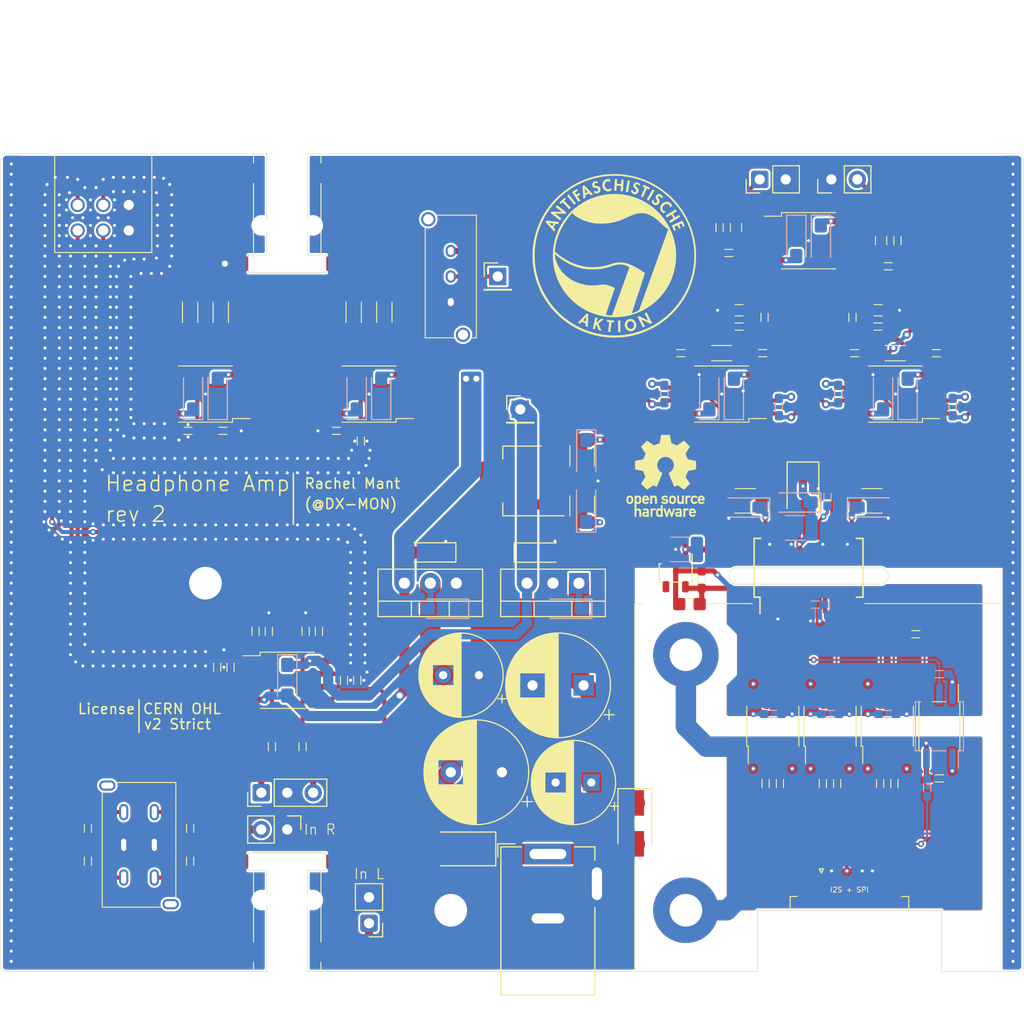
<source format=kicad_pcb>
(kicad_pcb (version 20211014) (generator pcbnew)
  (layers (0 "F.Cu" signal) (1 "In1.Cu" power) (2 "In2.Cu" signal) (31 "B.Cu" power) (34 "B.Paste" user) (35 "F.Paste" user) (36 "B.SilkS" user "B.Silkscreen") (37 "F.SilkS" user "F.Silkscreen") (38 "B.Mask" user) (39 "F.Mask" user) (44 "Edge.Cuts" user))
  (net 0 "")
  (net 1 "Net-(C7-Pad1)")
  (net 2 "GND")
  (net 3 "Net-(C8-Pad1)")
  (net 4 "/Preamp, and Amp/GAIN_L")
  (net 5 "Net-(C9-Pad2)")
  (net 6 "/Preamp, and Amp/GAIN_R")
  (net 7 "Net-(C10-Pad2)")
  (net 8 "/Preamp, and Amp/L")
  (net 9 "Net-(C11-Pad2)")
  (net 10 "/Preamp, and Amp/R")
  (net 11 "Net-(C12-Pad2)")
  (net 12 "/Power Supplies/+18V")
  (net 13 "/Power Supplies/-18V")
  (net 14 "+12V")
  (net 15 "-12V")
  (net 16 "+5V")
  (net 17 "+3.3VA")
  (net 18 "/DAC/IOUTL+")
  (net 19 "/DAC/VOUTL+")
  (net 20 "/DAC/IOUTL-")
  (net 21 "/DAC/VOUTL-")
  (net 22 "/DAC/IOUTR+")
  (net 23 "/DAC/VOUTR+")
  (net 24 "/DAC/IOUTR-")
  (net 25 "/DAC/VOUTR-")
  (net 26 "Net-(C40-Pad2)")
  (net 27 "Net-(C41-Pad1)")
  (net 28 "Net-(C42-Pad1)")
  (net 29 "/DAC/OUTL")
  (net 30 "Net-(C43-Pad1)")
  (net 31 "Net-(C44-Pad1)")
  (net 32 "/DAC/OUTR")
  (net 33 "GNDD")
  (net 34 "+3V3")
  (net 35 "Net-(D1-Pad2)")
  (net 36 "/Preamp, and Amp/PRE_R")
  (net 37 "/Preamp, and Amp/PRE_L")
  (net 38 "Net-(J3-PadR)")
  (net 39 "Net-(J3-PadT)")
  (net 40 "Net-(R3-Pad2)")
  (net 41 "Net-(R4-Pad2)")
  (net 42 "Net-(R9-Pad1)")
  (net 43 "Net-(R10-Pad1)")
  (net 44 "Net-(R13-Pad1)")
  (net 45 "/Preamp, and Amp/AMP_L")
  (net 46 "Net-(R14-Pad1)")
  (net 47 "Net-(R15-Pad1)")
  (net 48 "/Preamp, and Amp/AMP_R")
  (net 49 "Net-(R16-Pad1)")
  (net 50 "Net-(R17-Pad2)")
  (net 51 "/COPI")
  (net 52 "Net-(R34-Pad2)")
  (net 53 "/SCLK")
  (net 54 "Net-(R35-Pad2)")
  (net 55 "/AR{slash}~{L}")
  (net 56 "Net-(R36-Pad2)")
  (net 57 "/ADAT")
  (net 58 "Net-(R37-Pad2)")
  (net 59 "/SYS_CLK")
  (net 60 "Net-(R38-Pad2)")
  (net 61 "/ACLK")
  (net 62 "Net-(R39-Pad2)")
  (net 63 "/~{CS}")
  (net 64 "Net-(R40-Pad2)")
  (net 65 "Net-(R41-Pad1)")
  (net 66 "/Digital Interface/CIPO·")
  (net 70 "/Digital Interface/AR{slash}~{L}·")
  (net 71 "/Digital Interface/ADAT·")
  (net 72 "/Digital Interface/ACLK·")
  (net 73 "/Digital Interface/SYS_CLK·")
  (net 74 "/Digital Interface/~{CS}·")
  (net 75 "/Digital Interface/COPI·")
  (net 76 "/Digital Interface/SCLK·")
  (net 78 "Net-(C27-Pad2)")
  (net 79 "/CIPO")
  (net 80 "Net-(J2-Pad1)")
  (net 81 "Net-(C39-Pad1)")
  (net 82 "Net-(C39-Pad2)")
  (net 83 "Net-(C40-Pad1)")
  (footprint "rhais_rcl:R0603" (layer "F.Cu") (at 170.3 67.2 -90)
    (fp_text reference "R31")
    (fp_text value "200R" hide)
  )
  (footprint "Diode_SMD:D_SMA" (layer "F.Cu") (at 162 125.5 -90)
    (fp_text reference "D1")
    (fp_text value "B160-13-F" hide)
  )
  (footprint "rhais_rcl:R0603" (layer "F.Cu") (at 129.8 106.7 -90)
    (fp_text reference "R5")
    (fp_text value "10k" hide)
  )
  (footprint "rhais_rcl:R0603" (layer "F.Cu") (at 121.7 87.1 180)
    (fp_text reference "R11")
    (fp_text value "40k2" hide)
  )
  (footprint "rhais_rcl:C1210" (layer "F.Cu") (at 172.8 93.95)
    (fp_text reference "C36")
    (fp_text value "0u1" hide)
  )
  (footprint "rhais_rcl:C0603" (layer "F.Cu") (at 133.55 111.5 90)
    (fp_text reference "C9")
    (fp_text value "220p" hide)
  )
  (footprint "rhais_rcl:R0603" (layer "F.Cu") (at 176.1 84.775 -90)
    (fp_text reference "R18")
    (fp_text value "820R" hide)
  )
  (footprint "rhais_package-smd:SO-8_5.3x5.3mm_P1.27mm" (layer "F.Cu") (at 187.5 83.5 180)
    (fp_text reference "U5")
    (fp_text value "NJM5532M" hide)
  )
  (footprint "rhais_rcl:R0603" (layer "F.Cu") (at 174.8 121.6 90)
    (fp_text reference "R36")
    (fp_text value "1k" hide)
  )
  (footprint "rhais_package-smd:SO-8_5.3x5.3mm_P1.27mm" (layer "F.Cu") (at 170.5 83.5 180)
    (fp_text reference "U4")
    (fp_text value "NJM5532M" hide)
  )
  (footprint "rhais_connector-pinheader:PinHeader_1x03_P2.54mm_Vertical" (layer "F.Cu") (at 128 122.5 90)
    (fp_text reference "J1")
    (fp_text value "Preamp Input" hide)
  )
  (footprint "rhais_rcl:R0603" (layer "F.Cu") (at 186 121.6 90)
    (fp_text reference "R34")
    (fp_text value "1k" hide)
  )
  (footprint "rhais_rcl:C1206" (layer "F.Cu") (at 187.5 79.5)
    (fp_text reference "C40")
    (fp_text value "27n" hide)
  )
  (footprint "rhais_rcl:R0603" (layer "F.Cu") (at 191.5 79.5)
    (fp_text reference "R24")
    (fp_text value "220R" hide)
  )
  (footprint "rhais_rcl:R0603" (layer "F.Cu") (at 187.4 121.6 90)
    (fp_text reference "R35")
    (fp_text value "1k" hide)
  )
  (footprint "rhais_connector-pinheader:PinHeader_1x02_P2.54mm_Vertical" (layer "F.Cu") (at 182.5 62.5 90)
    (fp_text reference "J9")
    (fp_text value "Out L" hide)
  )
  (footprint "rhais_rcl:R0603" (layer "F.Cu") (at 187.7 68.5 -90)
    (fp_text reference "R33")
    (fp_text value "200R" hide)
  )
  (footprint "Package_TO_SOT_THT:TO-220-3_Vertical" (layer "F.Cu") (at 144.54 102 180)
    (fp_text reference "U8")
    (fp_text value "L7912ACV" hide)
  )
  (footprint "rhais_rcl:R0603" (layer "F.Cu") (at 126.2 106.7 -90)
    (fp_text reference "R6")
    (fp_text value "10k" hide)
  )
  (footprint "rhais_rcl:C0805" (layer "F.Cu") (at 185.8 75.3)
    (fp_text reference "C43")
    (fp_text value "8n2" hide)
  )
  (footprint "rhais_rcl:C1206" (layer "F.Cu") (at 170.5 79.5)
    (fp_text reference "C39")
    (fp_text value "27n" hide)
  )
  (footprint "rhais_rcl:R0603" (layer "F.Cu") (at 174.7 76 -90)
    (fp_text reference "R26")
    (fp_text value "180R" hide)
  )
  (footprint "rhais_rcl:C0603" (layer "F.Cu") (at 118.3 87.1)
    (fp_text reference "C11")
    (fp_text value "2n2" hide)
  )
  (footprint "rhais_rcl:R0603" (layer "F.Cu") (at 186.8 71)
    (fp_text reference "R29")
    (fp_text value "180R" hide)
  )
  (footprint "MountingHole:MountingHole_3.2mm_M3_Pad" (layer "F.Cu") (at 120 102)
    (fp_text reference "H1" hide)
    (fp_text value "MountingHole_Pad" hide)
  )
  (footprint "rhais_rcl:C0805" (layer "F.Cu") (at 186.1 68.5 90)
    (fp_text reference "C44")
    (fp_text value "8n2" hide)
  )
  (footprint "rhais_rcl:R0603" (layer "F.Cu") (at 108.5 129.2 90)
    (fp_text reference "R10")
    (fp_text value "274R" hide)
  )
  (footprint "rhais_rcl:R1206" (layer "F.Cu") (at 134.5 75.5 90)
    (fp_text reference "R16")
    (fp_text value "1R" hide)
  )
  (footprint "rhais_switch:PN1x-30EQ" (layer "F.Cu") (at 144 72 -90)
    (fp_text reference "SW1")
    (fp_text value "SW_SPDT" hide)
  )
  (footprint "rhais_rcl:R0603" (layer "F.Cu") (at 174.5 79.5)
    (fp_text reference "R22")
    (fp_text value "220R" hide)
  )
  (footprint "rhais_package-smd:SO-5_4.4x3.6mm_P1.27mm" (layer "F.Cu") (at 191.8 116 -90)
    (fp_text reference "U16")
    (fp_text value "ACPL-M61L" hide)
  )
  (footprint "rhais_connector-lumberg:1503-02" (layer "F.Cu") (at 128 134.3 90)
    (fp_text reference "J3")
    (fp_text value "1503_02" hide)
    (fp_line (start 4.2 -3.8) (end 5.9 -3.8) (layer "Edge.Cuts") (width 0.05))
    (fp_line (start 5.9 -3.8) (end 5.9 3.8) (layer "Edge.Cuts") (width 0.05))
    (fp_line (start 4.2 2) (end -5.7 2) (layer "Edge.Cuts") (width 0.05))
    (fp_line (start 4.2 3.8) (end 5.9 3.8) (layer "Edge.Cuts") (width 0.05))
    (fp_line (start -5.7 -2) (end 4.2 -2) (layer "Edge.Cuts") (width 0.05))
    (fp_line (start 4.2 3.8) (end 4.2 2) (layer "Edge.Cuts") (width 0.05))
    (fp_line (start 4.2 -3.8) (end 4.2 -2) (layer "Edge.Cuts") (width 0.05))
  )
  (footprint "rhais_rcl:C0805" (layer "F.Cu") (at 171.9 67.2 90)
    (fp_text reference "C42")
    (fp_text value "8n2" hide)
  )
  (footprint "rhais_rcl:R0603" (layer "F.Cu") (at 181.9 83.5 -90)
    (fp_text reference "R21")
    (fp_text value "820R" hide)
  )
  (footprint "rhais_rcl:R0603" (layer "F.Cu") (at 126.5 118 90)
    (fp_text reference "R2")
    (fp_text value "274R" hide)
  )
  (footprint "rhais_rcl:R0603" (layer "F.Cu") (at 189.5 107 180)
    (fp_text reference "R41")
    (fp_text value "1k" hide)
  )
  (footprint "rhais_bourns:PTD902" (layer "F.Cu") (at 110 65 -90)
    (fp_text reference "RV1")
    (fp_text value "10k" hide)
  )
  (footprint "Connector_PinHeader_2.54mm:PinHeader_1x01_P2.54mm_Vertical" (layer "F.Cu") (at 150.8 85)
    (fp_text reference "J11")
    (fp_text value "Router Power")
  )
  (footprint "rhais_rcl:R1206" (layer "F.Cu") (at 118.5 75.5 90)
    (fp_text reference "R14")
    (fp_text value "1R" hide)
  )
  (footprint "rhais_package-smd:SO-8_3.9x4.9mm_P1.27mm" (layer "F.Cu") (at 181.1 116 90)
    (fp_text reference "U15")
    (fp_text value "ACPL-064L" hide)
  )
  (footprint "rhais_rcl:R0603" (layer "F.Cu") (at 129.5 118 90)
    (fp_text reference "R1")
    (fp_text value "274R" hide)
  )
  (footprint "rhais_rcl:R0603" (layer "F.Cu") (at 164.9 83.5 -90)
    (fp_text reference "R19")
    (fp_text value "820R" hide)
  )
  (footprint "rhais_rcl:C0805" (layer "F.Cu") (at 167.35 104.05)
    (fp_text reference "C46")
    (fp_text value "10u" hide)
  )
  (footprint "rhais_rcl:C1210" (layer "F.Cu") (at 156.85 89.55 -90)
    (fp_text reference "C26")
    (fp_text value "0u1" hide)
  )
  (footprint "rhais_rcl:C0603" (layer "F.Cu") (at 124.9 106.7 90)
    (fp_text reference "C8")
    (fp_text value "220p" hide)
  )
  (footprint "Capacitor_THT:CP_Radial_D10.0mm_P5.00mm" (layer "F.Cu") (at 157 112 180)
    (fp_text reference "C13")
    (fp_text value "680u" hide)
  )
  (footprint "rhais_rcl:C0603" (layer "F.Cu") (at 168.55 101.65 90)
    (fp_text reference "C25")
    (fp_text value "0u1" hide)
  )
  (footprint "rhais_rcl:CP_EIA-3216-18_A" (layer "F.Cu") (at 152.7 99)
    (fp_text reference "C19")
    (fp_text value "10u" hide)
  )
  (footprint "rhais_rcl:R0603" (layer "F.Cu") (at 118.5 126 90)
    (fp_text reference "R4")
    (fp_text value "274R" hide)
  )
  (footprint "rhais_rcl:R1206" (layer "F.Cu") (at 121.5 75.5 90)
    (fp_text reference "R13")
    (fp_text value "1R" hide)
  )
  (footprint "rhais_package-smd:SOT-223" (layer "F.Cu") (at 151 92 180)
    (fp_text reference "U9")
    (fp_text value "MCP1755ST-5002xDB" hide)
  )
  (footprint "rhais_rcl:R0603" (layer "F.Cu") (at 181.8 121.6 90)
    (fp_text reference "R40")
    (fp_text value "1k" hide)
  )
  (footprint "rhais_switch:PN2x-30EQ" (layer "F.Cu") (at 113.5 127.6 90)
    (fp_text reference "SW2")
    (fp_text value "Gain Select")
  )
  (footprint "rhais_package-smd:SO-8_5.3x5.3mm_P1.27mm" (layer "F.Cu") (at 128 111.5)
    (fp_text reference "U1")
    (fp_text value "NJM2068M" hide)
  )
  (footprint "rhais_rcl:C0603" (layer "F.Cu") (at 191.8 121.1)
    (fp_text reference "C50")
    (fp_text value "0u1" hide)
  )
  (footprint "rhais_rcl:R0603" (layer "F.Cu") (at 134.85 111.5 90)
    (fp_text reference "R7")
    (fp_text value "1k5" hide)
  )
  (footprint "rhais_rcl:R0603" (layer "F.Cu") (at 193.1 84.775 90)
    (fp_text reference "R20")
    (fp_text value "820R" hide)
  )
  (footprint "rhais_rcl:CP_EIA-3528-21_B" (layer "F.Cu") (at 178.45 92.95 -90)
    (fp_text reference "C27")
    (fp_text value "47u" hide)
  )
  (footprint "rhais_rcl:R0603" (layer "F.Cu") (at 183.5 79.5 180)
    (fp_text reference "R25")
    (fp_text value "220R" hide)
  )
  (footprint "rhais_rcl:C0603" (layer "F.Cu") (at 131.1 106.7 90)
    (fp_text reference "C7")
    (fp_text value "220p" hide)
  )
  (footprint "DX-MON:Antifaschistische-Aktion_Inv_600dpi" (layer "F.Cu") (at 160 70)
    (fp_text reference "G1" hide)
    (fp_text value "ANTIFA" hide)
  )
  (footprint "MountingHole:MountingHole_3.2mm_M3_Pad" (layer "F.Cu") (at 167 109)
    (fp_text reference "H3" hide)
    (fp_text value "MountingHole_Pad" hide)
  )
  (footprint "rhais_rcl:C0603" (layer "F.Cu") (at 122.45 110.225 90)
    (fp_text reference "C10")
    (fp_text value "220p" hide)
  )
  (footprint "rhais_package-smd:SO-8_5.3x5.3mm_P1.27mm" (layer "F.Cu") (at 120 83.5 180)
    (fp_text reference "U2")
    (fp_text value "NJM4556AM" hide)
  )
  (footprint "rhais_connector-pinheader:PinHeader_1x02_P2.54mm_Vertical" (layer "F.Cu") (at 136 134 180)
    (fp_text reference "J6")
    (fp_text value "In L")
  )
  (footprint "rhais_rcl:C1210" (layer "F.Cu") (at 185.2 93.95 180)
    (fp_text reference "C38")
    (fp_text value "0u1" hide)
  )
  (footprint "rhais_rcl:R0603" (layer "F.Cu") (at 108.5 126 -90)
    (fp_text reference "R9")
    (fp_text value "1k" hide)
  )
  (footprint "rhais_rcl:C0805" (layer "F.Cu") (at 172.2 75.3 180)
    (fp_text reference "C41")
    (fp_text value "8n2" hide)
  )
  (footprint "Capacitor_THT:CP_Radial_D8.0mm_P3.50mm" (layer "F.Cu") (at 146.75 111 180)
    (fp_text reference "C16")
    (fp_text value "330u" hide)
  )
  (footprint "rhais_rcl:R0603" (layer "F.Cu") (at 118.5 129.2 -90)
    (fp_text reference "R3")
    (fp_text value "1k" hide)
  )
  (footprint "rhais_rcl:C0603" (layer "F.Cu") (at 135.2 88.1 90)
    (fp_text reference "C12")
    (fp_text value "2n2" hide)
  )
  (footprint "rhais_package-smd:SO-8_3.9x4.9mm_P1.27mm" (layer "F.Cu") (at 186.7 116 90)
    (fp_text reference "U12")
    (fp_text value "ACPL-064L" hide)
  )
  (footprint "rhais_rcl:R0603" (layer "F.Cu") (at 180.4 121.6 90)
    (fp_text reference "R39")
    (fp_text value "1k" hide)
  )
  (footprint "Connector_BarrelJack:BarrelJack_GCT_DCJ200-10-A_Horizontal" (layer "F.Cu") (at 153.5 128.5)
    (fp_text reference "J10")
    (fp_text value "Barrel_Jack_Switch" hide)
  )
  (footprint "rhais_rcl:CP_EIA-3216-18_A" (layer "F.Cu") (at 142 99 180)
    (fp_text reference "C20")
    (fp_text value "10u" hide)
  )
  (footprint "rhais_rcl:R1206" (layer "F.Cu") (at 137.5 75.5 90)
    (fp_text reference "R15")
    (fp_text value "1R" hide)
  )
  (footprint "DX-MON:SSOP-28_5.3x10.2mm_P0.65mm" (layer "F.Cu") (at 179 100.5 90)
    (fp_text reference "U11")
    (fp_text value "PCM1796DB" hide)
  )
  (footprint "Connector_PinHeader_2.54mm:PinHeader_1x01_P2.54mm_Vertical" (layer "F.Cu") (at 148.6 72)
    (fp_text reference "J2")
    (fp_text value "Source")
  )
  (footprint "MountingHole:MountingHole_3.2mm_M3_Pad" (layer "F.Cu") (at 167 134)
    (fp_text reference "H4" hide)
    (fp_text value "MountingHole_Pad" hide)
  )
  (footprint "rhais_package-smd:SO-8_3.9x4.9mm_P1.27mm" (layer "F.Cu") (at 175.5 116 90)
    (fp_text reference "U13")
    (fp_text value "ACPL-064L" hide)
  )
  (footprint "Diode_SMD:D_SMA" (layer "F.Cu") (at 145 128 180)
    (fp_text reference "D2")
    (fp_text value "B160-13-F" hide)
  )
  (footprint "rhais_connector-te:1-17345952-2_1x12-1MP_P0.5mm_Horizontal" (layer "F.Cu") (at 183 130.5)
    (fp_text reference "J7")
    (fp_text value "I2S + SPI")
  )
  (footprint "rhais_package-smd:SO-8_5.3x5.3mm_P1.27mm" (layer "F.Cu") (at 136 83.5 180)
    (fp_text reference "U3")
    (fp_text value "NJM4556AM" hide)
  )
  (footprint "rhais_rcl:R0603" (layer "F.Cu") (at 121.15 110.225 90)
    (fp_text reference "R8")
    (fp_text value "1k5" hide)
  )
  (footprint "rhais_connector-lumberg:1503-02" (layer "F.Cu") (at 128 65.7 -90)
    (fp_text reference "J4")
    (fp_text value "1503_02" hide)
    (fp_line (start 5.9 -3.8) (end 5.9 3.8) (layer "Edge.Cuts") (width 0.05))
    (fp_line (start 4.2 -3.8) (end 5.9 -3.8) (layer "Edge.Cuts") (width 0.05))
    (fp_line (start 4.2 -3.8) (end 4.2 -2) (layer "Edge.Cuts") (width 0.05))
    (fp_line (start 4.2 3.8) (end 5.9 3.8) (layer "Edge.Cuts") (width 0.05))
    (fp_line (start 4.2 2) (end -5.7 2) (layer "Edge.Cuts") (width 0.05))
    (fp_line (start -5.7 -2) (end 4.2 -2) (layer "Edge.Cuts") (width 0.05))
    (fp_line (start 4.2 3.8) (end 4.2 2) (layer "Edge.Cuts") (width 0.05))
  )
  (footprint "rhais_rcl:R0603" (layer "F.Cu") (at 172.2 76.9)
    (fp_text reference "R30")
    (fp_text value "200R" hide)
  )
  (footprint "rhais_connector-pinheader:PinHeader_1x02_P2.54mm_Vertical" (layer "F.Cu") (at 175.5 62.5 90)
    (fp_text reference "J8")
    (fp_text value "Out R" hide)
  )
  (footprint "rhais_package-smd:SOT-23-5" (layer "F.Cu") (at 166 101 -90)
    (fp_text reference "U10")
    (fp_text value "MIC5317" hide)
  )
  (footprint "Capacitor_THT:CP_Radial_D10.0mm_P5.00mm" (layer "F.Cu") (at 149 120.5 180)
    (fp_text reference "C14")
    (fp_text value "680u" hide)
  )
  (footprint "rhais_connector-pinheader:PinHeader_1x02_P2.54mm_Vertical" (layer "F.Cu") (at 126.73 126.1 -90)
    (fp_text reference "J5")
    (fp_text value "In R")
  )
  (footprint "rhais_rcl:C1210" (layer "F.Cu") (at 156.85 94.45 90)
    (fp_text reference "C21")
    (fp_text value "0u1" hide)
  )
  (footprint "rhais_rcl:R0603" (layer "F.Cu") (at 171.2 69.7 180)
    (fp_text reference "R27")
    (fp_text value "180R" hide)
  )
  (footprint "Symbol:OSHW-Logo_7.5x8mm_SilkScreen" (layer "F.Cu") (at 165 91.5)
    (fp_text reference "G2" hide)
    (fp_text value "OSHW-Logo_7.5x8mm_SilkScreen" hide)
  )
  (footprint "rhais_rcl:R0603" (layer "F.Cu") (at 176.2 121.6 90)
    (fp_text reference "R37")
    (fp_text value "1k" hide)
  )
  (footprint "Capacitor_THT:CP_Radial_D8.0mm_P3.50mm" (layer "F.Cu") (at 157.75 121.5 180)
    (fp_text reference "C15")
    (fp_text value "330u" hide)
  )
  (footprint "rhais_rcl:R0603" (layer "F.Cu") (at 166.5 79.5 180)
    (fp_text reference "R23")
    (fp_text value "220R" hide)
  )
  (footprint "MountingHole:MountingHole_3.2mm_M3_Pad" (layer "F.Cu") (at 144 134)
    (fp_text reference "H2" hide)
    (fp_text value "MountingHole_Pad" hide)
  )
  (footprint "rhais_rcl:R0603" (layer "F.Cu") (at 185.8 76.9 180)
    (fp_text reference "R32")
    (fp_text value "200R" hide)
  )
  (footprint "Package_TO_SOT_THT:TO-220-3_Vertical" (layer "F.Cu") (at 156.54 102 180)
    (fp_text reference "U7")
    (fp_text value "L7812ACV" hide)
  )
  (footprint "rhais_rcl:R0603" (layer "F.Cu") (at 183.3 76 -90)
    (fp_text reference "R28")
    (fp_text value "180R" hide)
  )
  (footprint "rhais_rcl:R0603" (layer "F.Cu") (at 132.8 87.1)
    (fp_text reference "R12")
    (fp_text value "40k2" hide)
  )
  (footprint "rhais_package-smd:SO-8_5.3x5.3mm_P1.27mm" (layer "F.Cu") (at 179 68.5)
    (fp_text reference "U6")
    (fp_text value "NJM5532M" hide)
  )
  (footprint "rhais_rcl:CP_EIA-3216-18_A" (layer "B.Cu") (at 171.7 83.5 90)
    (fp_text reference "C2")
    (fp_text value "10u" hide)
  )
  (footprint "rhais_rcl:CP_EIA-3216-18_A" (layer "B.Cu") (at 134.8 83.5 90)
    (fp_text reference "C55")
    (fp_text value "0u47" hide)
  )
  (footprint "rhais_rcl:CP_EIA-3216-18_A" (layer "B.Cu") (at 143.25 104.5 180)
    (fp_text reference "C18")
    (fp_text value "1u" hide)
  )
  (footprint "rhais_rcl:C1210" (layer "B.Cu") (at 177.7 96.6)
    (fp_text reference "C32")
    (fp_text value "0u1" hide)
  )
  (footprint "rhais_rcl:R0603" (layer "B.Cu") (at 190.6 122 90)
    (fp_text reference "R38")
    (fp_text value "1k" hide)
  )
  (footprint "rhais_rcl:C0603" (layer "B.Cu") (at 181.9 83.5 -90)
    (fp_text reference "C35")
    (fp_text value "2n7" hide)
  )
  (footprint "rhais_rcl:C0603" (layer "B.Cu") (at 179.65 104.1)
    (fp_text reference "C45")
    (fp_text value "0u1" hide)
  )
  (footprint "rhais_rcl:CP_EIA-3216-18_A" (layer "B.Cu") (at 157.25 89.5 -90)
    (fp_text reference "C24")
    (fp_text value "1u" hide)
  )
  (footprint "rhais_package-smd:SO-5_4.4x4.3mm_P1.27mm" (layer "B.Cu") (at 191.8 116 90)
    (fp_text reference "U14")
    (fp_text value "APS1551SZ" hide)
  )
  (footprint "rhais_rcl:CP_EIA-3216-18_A" (layer "B.Cu") (at 128 111.5 -90)
    (fp_text reference "C52")
    (fp_text value "0u47" hide)
  )
  (footprint "rhais_rcl:CP_EIA-3216-18_A" (layer "B.Cu") (at 186.3 83.5 90)
    (fp_text reference "C3")
    (fp_text value "10u" hide)
  )
  (footprint "rhais_rcl:R0603" (layer "B.Cu") (at 180.85 93.6 -90)
    (fp_text reference "R17")
    (fp_text value "10k" hide)
  )
  (footprint "rhais_rcl:CP_EIA-3216-18_A" (layer "B.Cu") (at 137.2 83.5 90)
    (fp_text reference "C56")
    (fp_text value "0u47" hide)
  )
  (footprint "rhais_rcl:CP_EIA-3216-18_A" (layer "B.Cu") (at 188.7 83.5 90)
    (fp_text reference "C4")
    (fp_text value "10u" hide)
  )
  (footprint "rhais_rcl:C1210" (layer "B.Cu") (at 166.475 98.7 180)
    (fp_text reference "C22")
    (fp_text value "0u1" hide)
  )
  (footprint "rhais_rcl:CP_EIA-3216-18_A" (layer "B.Cu") (at 185.3 94.6)
    (fp_text reference "C33")
    (fp_text value "10u" hide)
  )
  (footprint "rhais_rcl:C0603" (layer "B.Cu") (at 175.5 114.8 180)
    (fp_text reference "C48")
    (fp_text value "0u1" hide)
  )
  (footprint "rhais_rcl:CP_EIA-3216-18_A" (layer "B.Cu") (at 121.2 83.5 90)
    (fp_text reference "C54")
    (fp_text value "0u47" hide)
  )
  (footprint "rhais_rcl:CP_EIA-3216-18_A" (layer "B.Cu") (at 157.25 94.5 90)
    (fp_text reference "C23")
    (fp_text value "1u" hide)
  )
  (footprint "rhais_rcl:CP_EIA-3216-18_A" (layer "B.Cu") (at 177.8 68.5 -90)
    (fp_text reference "C6")
    (fp_text value "10u" hide)
  )
  (footprint "rhais_rcl:CP_EIA-3216-18_A" (layer "B.Cu") (at 169.3 83.5 90)
    (fp_text reference "C1")
    (fp_text value "10u" hide)
  )
  (footprint "rhais_rcl:CP_EIA-3216-18_A" (layer "B.Cu") (at 172.7 94.6 180)
    (fp_text reference "C37")
    (fp_text value "10u" hide)
  )
  (footprint "rhais_rcl:C0603" (layer "B.Cu") (at 181.1 114.8 180)
    (fp_text reference "C51")
    (fp_text value "0u1" hide)
  )
  (footprint "rhais_rcl:C0603" (layer "B.Cu") (at 193.1 84.775 -90)
    (fp_text reference "C34")
    (fp_text value "2n7" hide)
  )
  (footprint "rhais_rcl:C0603" (layer "B.Cu") (at 176.1 84.775 -90)
    (fp_text reference "C29")
    (fp_text value "2n7" hide)
  )
  (footprint "rhais_rcl:CP_EIA-3216-18_A" (layer "B.Cu") (at 177.7 94.1 180)
    (fp_text reference "C31")
    (fp_text value "10u" hide)
  )
  (footprint "rhais_rcl:CP_EIA-3216-18_A" (layer "B.Cu") (at 118.8 83.5 90)
    (fp_text reference "C53")
    (fp_text value "0u47" hide)
  )
  (footprint "rhais_rcl:C0603" (layer "B.Cu") (at 186.7 114.8 180)
    (fp_text reference "C47")
    (fp_text value "0u1" hide)
  )
  (footprint "rhais_rcl:CP_EIA-3216-18_A" (layer "B.Cu") (at 155.3 104.5 180)
    (fp_text reference "C17")
    (fp_text value "1u" hide)
  )
  (footprint "rhais_rcl:C0603" (layer "B.Cu") (at 191.8 110.9)
    (fp_text reference "C49")
    (fp_text value "0u1" hide)
  )
  (footprint "rhais_rcl:C0603" (layer "B.Cu") (at 164.9 83.5 -90)
    (fp_text reference "C30")
    (fp_text value "2n7" hide)
  )
  (footprint "rhais_rcl:CP_EIA-3216-18_A" (layer "B.Cu") (at 180.2 68.5 -90)
    (fp_text reference "C5")
    (fp_text value "10u" hide)
  )
  (gr_line (start 162 121.9) (end 162 104) (layer "F.SilkS") (width 0.1))
  (gr_line (start 162 139.9) (end 162 129) (layer "F.SilkS") (width 0.1))
  (gr_line (start 169.2 104) (end 173.5 104) (layer "F.SilkS") (width 0.1))
  (gr_line (start 128.6 91.25) (end 128.6 96.25) (layer "F.SilkS") (width 0.15))
  (gr_line (start 184.5 104) (end 197.8 104) (layer "F.SilkS") (width 0.1))
  (gr_line (start 162 126) (end 162 125) (layer "F.SilkS") (width 0.1))
  (gr_line (start 113.5 113.4) (end 113.5 116.6) (layer "F.SilkS") (width 0.15))
  (gr_line (start 162 104) (end 162.7 104) (layer "F.SilkS") (width 0.1))
  (gr_arc (start 186 100.5) (mid 186.8 101.3) (end 186 102.1) (layer "Edge.Cuts") (width 0.05))
  (gr_arc locked (start 100.5 140) (mid 100.146447 139.853553) (end 100 139.5) (layer "Edge.Cuts") (width 0.05))
  (gr_line locked (start 130 140) (end 174 140) (layer "Edge.Cuts") (width 0.05))
  (gr_arc locked (start 200 139.5) (mid 199.853553 139.853553) (end 199.5 140) (layer "Edge.Cuts") (width 0.05))
  (gr_line locked (start 100.5 60) (end 126 60) (layer "Edge.Cuts") (width 0.05))
  (gr_line locked (start 192 140) (end 192 134) (layer "Edge.Cuts") (width 0.05))
  (gr_line locked (start 199.5 140) (end 192 140) (layer "Edge.Cuts") (width 0.05))
  (gr_line (start 172 100.5) (end 186 100.5) (layer "Edge.Cuts") (width 0.05))
  (gr_arc locked (start 100 60.5) (mid 100.146447 60.146447) (end 100.5 60) (layer "Edge.Cuts") (width 0.05))
  (gr_arc (start 172 102.1) (mid 171.2 101.3) (end 172 100.5) (layer "Edge.Cuts") (width 0.05))
  (gr_line locked (start 100 139.5) (end 100 60.5) (layer "Edge.Cuts") (width 0.05))
  (gr_line locked (start 200 139.5) (end 200 60.5) (layer "Edge.Cuts") (width 0.05))
  (gr_line locked (start 174 134) (end 174 140) (layer "Edge.Cuts") (width 0.05))
  (gr_arc locked (start 199.5 60) (mid 199.853553 60.146447) (end 200 60.5) (layer "Edge.Cuts") (width 0.05))
  (gr_line locked (start 100.5 140) (end 126 140) (layer "Edge.Cuts") (width 0.05))
  (gr_line (start 186 102.1) (end 172 102.1) (layer "Edge.Cuts") (width 0.05))
  (gr_line locked (start 174 134) (end 192 134) (layer "Edge.Cuts") (width 0.05))
  (gr_line locked (start 130 60) (end 199.5 60) (layer "Edge.Cuts") (width 0.05))
  (gr_text "v2 Strict" (at 113.9 115.8) (layer "F.SilkS") (effects (font (size 1 1)) (justify left)))
  (gr_text "rev 2" (at 110.1 95.25) (layer "F.SilkS") (effects (font (size 1.5 1.5)) (justify left)))
  (gr_text "License" (at 113.2 114.3) (layer "F.SilkS") (effects (font (size 1 1)) (justify right)))
  (gr_text "CERN OHL" (at 113.8 114.3) (layer "F.SilkS") (effects (font (size 1 1)) (justify left)))
  (gr_text "Rachel Mant" (at 129.6 92.25) (layer "F.SilkS") (effects (font (size 1 1)) (justify left)))
  (gr_text "Headphone Amp" (at 110.1 92.25) (layer "F.SilkS") (effects (font (size 1.5 1.5)) (justify left)))
  (gr_text "(@DX-MON)" (at 129.6 94.25) (layer "F.SilkS") (effects (font (size 1 1)) (justify left)))
  (segment (start 131.6 113.405) (end 129.505 113.405) (width 0.4) (layer "F.Cu") (net 1))
  (segment (start 129.5 117.15) (end 129.5 113.4) (width 0.4) (layer "F.Cu") (net 1))
  (segment (start 131.1 107.55) (end 129.8 107.55) (width 0.4) (layer "F.Cu") (net 1))
  (segment (start 129.5 113.4) (end 129.5 107.85) (width 0.4) (layer "F.Cu") (net 1))
  (segment (start 129.5 107.85) (end 129.8 107.55) (width 0.4) (layer "F.Cu") (net 1))
  (segment (start 129.505 113.405) (end 129.5 113.4) (width 0.4) (layer "F.Cu") (net 1))
  (segment (start 108.2 85) (end 108.09952 85.10048) (width 0.4) (layer "F.Cu") (net 2))
  (segment (start 130.89952 96.40048) (end 131 96.3) (width 0.4) (layer "F.Cu") (net 2))
  (segment (start 133.9 97.84785) (end 133.676075 97.623925) (width 0.4) (layer "F.Cu") (net 2))
  (segment (start 110.59952 78.10048) (end 110.59952 78.89952) (width 0.4) (layer "F.Cu") (net 2))
  (segment (start 105.59952 84.10048) (end 105.7 84) (width 0.4) (layer "F.Cu") (net 2))
  (segment (start 120.10048 96.40048) (end 120.89952 96.40048) (width 0.4) (layer "F.Cu") (net 2))
  (segment (start 136.1 89) (end 135.99952 88.89952) (width 0.4) (layer "F.Cu") (net 2))
  (segment (start 105.59952 64.89952) (end 105.59952 64.10048) (width 0.4) (layer "F.Cu") (net 2))
  (segment (start 108.09952 74.89952) (end 108.2 75) (width 0.4) (layer "F.Cu") (net 2))
  (segment (start 105.59952 82.89952) (end 105.59952 82.10048) (width 0.4) (layer "F.Cu") (net 2))
  (segment (start 114 87.8) (end 113.89952 87.69952) (width 0.4) (layer "F.Cu") (net 2))
  (segment (start 116 97.7) (end 116.10048 97.59952) (width 0.4) (layer "F.Cu") (net 2))
  (segment (start 135.49952 100.10048) (end 135.49952 100.89952) (width 0.4) (layer "F.Cu") (net 2))
  (segment (start 134 96.3) (end 134.047849 96.3) (width 0.4) (layer "F.Cu") (net 2))
  (segment (start 108.09952 86.89952) (end 108.2 87) (width 0.4) (layer "F.Cu") (net 2))
  (segment (start 108.09952 104.89952) (end 108.2 105) (width 0.4) (layer "F.Cu") (net 2))
  (segment (start 111.10048 109.99952) (end 111.89952 109.99952) (width 0.4) (layer "F.Cu") (net 2))
  (segment (start 107.40048 62.40048) (end 106.60048 62.40048) (width 0.4) (layer "F.Cu") (net 2))
  (segment (start 106.90048 100.89952) (end 106.90048 100.10048) (width 0.4) (layer "F.Cu") (net 2))
  (segment (start 111 89.8) (end 111.10048 89.90048) (width 0.4) (layer "F.Cu") (net 2))
  (segment (start 123.10048 97.59952) (end 123.89952 97.59952) (width 0.4) (layer "F.Cu") (net 2))
  (segment (start 114 97.7) (end 114.10048 97.59952) (width 0.4) (layer "F.Cu") (net 2))
  (segment (start 119 91.2) (end 118.89952 91.09952) (width 0.4) (layer "F.Cu") (net 2))
  (segment (start 106.8 103) (end 106.90048 102.89952) (width 0.4) (layer "F.Cu") (net 2))
  (segment (start 115 89.8) (end 115.10048 89.90048) (width 0.4) (layer "F.Cu") (net 2))
  (segment (start 144.54 102) (end 144.54 99.94) (width 1) (layer "F.Cu") (net 2))
  (segment (start 108.09952 102.89952) (end 108.2 103) (width 0.4) (layer "F.Cu") (net 2))
  (segment (start 104.300489 96.100489) (end 104.300489 96.289748) (width 0.4) (layer "F.Cu") (net 2))
  (segment (start 112.59952 84.10048) (end 112.7 84) (width 0.4) (layer "F.Cu") (net 2))
  (segment (start 104.40048 74.10048) (end 104.3 74) (width 0.4) (layer "F.Cu") (net 2))
  (segment (start 112.15215 87.6) (end 112.25167 87.69952) (width 0.4) (layer "F.Cu") (net 2))
  (segment (start 135.6 109.8) (end 135.49952 109.90048) (width 0.4) (layer "F.Cu") (net 2))
  (segment (start 104.40048 82.89952) (end 104.40048 82.10048) (width 0.4) (layer "F.Cu") (net 2))
  (segment (start 128 96.3) (end 128.10048 96.40048) (width 0.4) (layer "F.Cu") (net 2))
  (segment (start 130 89.8) (end 130.10048 89.90048) (width 0.4) (layer "F.Cu") (net 2))
  (segment (start 104.7 96.689259) (end 104.7 96.8) (width 0.4) (layer "F.Cu") (net 2))
  (segment (start 104.7 96.8) (end 104.800489 96.699511) (width 0.4) (layer "F.Cu") (net 2))
  (segment (start 106.90048 98.10048) (end 106.8 98) (width 0.4) (layer "F.Cu") (net 2))
  (segment (start 136 130.2) (end 136 132.73) (width 0.8) (layer "F.Cu") (net 2))
  (segment (start 135.6 99) (end 135.49952 99.10048) (width 0.4) (layer "F.Cu") (net 2))
  (segment (start 116.59952 66.89952) (end 116.59952 66.10048) (width 0.4) (layer "F.Cu") (net 2))
  (segment (start 114.10048 70.40048) (end 114.69952 70.40048) (width 0.4) (layer "F.Cu") (net 2))
  (segment (start 104.3 95) (end 104.40048 94.89952) (width 0.4) (layer "F.Cu") (net 2))
  (segment (start 106.4 65.454944) (end 107.044567 66.099511) (width 0.4) (layer "F.Cu") (net 2))
  (segment (start 105.40048 62.40048) (end 105.3 62.3) (width 0.4) (layer "F.Cu") (net 2))
  (segment (start 133.9 98) (end 134.05215 98) (width 0.4) (layer "F.Cu") (net 2))
  (segment (start 106.90048 100.10048) (end 106.8 100) (width 0.4) (layer "F.Cu") (net 2))
  (segment (start 104.800489 96.699511) (end 105.289748 96.699511) (width 0.4) (layer "F.Cu") (net 2))
  (segment (start 134.2 108) (end 134.30048 108.10048) (width 0.4) (layer "F.Cu") (net 2))
  (segment (start 128 97.7) (end 128.10048 97.59952) (width 0.4) (layer "F.Cu") (net 2))
  (segment (start 109.3 75) (end 109.40048 74.89952) (width 0.4) (layer "F.Cu") (net 2))
  (segment (start 108.2 82) (end 108.09952 82.10048) (width 0.4) (layer "F.Cu") (net 2))
  (segment (start 108.09952 89.89952) (end 108.2 90) (width 0.4) (layer "F.Cu") (net 2))
  (segment (start 104.40048 91.10048) (end 104.3 91) (width 0.4) (layer "F.Cu") (net 2))
  (segment (start 134.30048 104.89952) (end 134.2 105) (width 0.4) (layer "F.Cu") (net 2))
  (segment (start 116.59952 68.89952) (end 116.59952 68.10048) (width 0.4) (layer "F.Cu") (net 2))
  (segment (start 111.3 79) (end 111.40048 78.89952) (width 0.4) (layer "F.Cu") (net 2))
  (segment (start 111 96.3) (end 111.10048 96.40048) (width 0.4) (layer "F.Cu") (net 2))
  (segment (start 111.4 87) (end 111.55215 87) (width 0.4) (layer "F.Cu") (net 2))
  (segment (start 130.10048 97.59952) (end 130.89952 97.59952) (width 0.4) (layer "F.Cu") (net 2))
  (segment (start 117 96.3) (end 117.10048 96.40048) (width 0.4) (layer "F.Cu") (net 2))
  (segment (start 106.8 89) (end 106.90048 88.89952) (width 0.4) (layer "F.Cu") (net 2))
  (segment (start 116.5 63.15311) (end 116.59952 63.25263) (width 0.4) (layer "F.Cu") (net 2))
  (segment (start 113.89952 62.40048) (end 113.10048 62.40048) (width 0.4) (layer "F.Cu") (net 2))
  (segment (start 122 97.7) (end 122.10048 97.59952) (width 0.4) (layer "F.Cu") (net 2))
  (segment (start 135.79952 90) (end 135.99952 89.8) (width 0.4) (layer "F.Cu") (net 2))
  (segment (start 119.10048 97.59952) (end 119.89952 97.59952) (width 0.4) (layer "F.Cu") (net 2))
  (segment (start 122.89952 97.59952) (end 123 97.7) (width 0.4) (layer "F.Cu") (net 2))
  (segment (start 106.90048 103.10048) (end 106.8 103) (width 0.4) (layer "F.Cu") (net 2))
  (segment (start 112.59952 72.10048) (end 112.7 72) (width 0.4) (layer "F.Cu") (net 2))
  (segment (start 135.49952 98.10048) (end 135.49952 98.89952) (width 0.4) (layer "F.Cu") (net 2))
  (segment (start 112.1 70.4) (end 112.1 70.55215) (width 0.4) (layer "F.Cu") (net 2))
  (segment (start 120.89952 96.40048) (end 121 96.3) (width 0.4) (layer "F.Cu") (net 2))
  (segment (start 131.10048 91.09952) (end 131 91.2) (width 0.4) (layer "F.Cu") (net 2))
  (segment (start 116.59952 65.10048) (end 116.7 65) (width 0.4) (layer "F.Cu") (net 2))
  (segment (start 124 91.2) (end 123.89952 91.09952) (width 0.4) (layer "F.Cu") (net 2))
  (segment (start 114.69952 70.40048) (end 114.99952 70.40048) (width 0.4) (layer "F.Cu") (net 2))
  (segment (start 135.99952 89.8) (end 136 89.8) (width 0.4) (layer "F.Cu") (net 2))
  (segment (start 111.40048 77.10048) (end 111.3 77) (width 0.4) (layer "F.Cu") (net 2))
  (segment (start 108.09952 69.89952) (end 108.2 70) (width 0.4) (layer "F.Cu") (net 2))
  (segment (start 105.59952 89.89952) (end 105.59952 89.10048) (width 0.4) (layer "F.Cu") (net 2))
  (segment (start 106.90048 94.10048) (end 106.8 94) (width 0.4) (layer "F.Cu") (net 2))
  (segment (start 134 89.8) (end 133.89952 89.90048) (width 0.4) (layer "F.Cu") (net 2))
  (segment (start 133.10048 91.09952) (end 133 91.2) (width 0.4) (layer "F.Cu") (net 2))
  (segment (start 110.59952 83.10048) (end 110.59952 83.89952) (width 0.4) (layer "F.Cu") (net 2))
  (segment (start 118.89952 108.80048) (end 118.10048 108.80048) (width 0.4) (layer "F.Cu") (net 2))
  (segment (start 177.405 113.3) (end 177.405 114.795) (width 0.4) (layer "F.Cu") (net 2))
  (segment (start 112.89952 87.69952) (end 113 87.8) (width 0.4) (layer "F.Cu") (net 2))
  (segment (start 104.40048 80.10048) (end 104.3 80) (width 0.4) (layer "F.Cu") (net 2))
  (segment (start 106.90048 68.455424) (end 106.90048 68.89952) (width 0.4) (layer "F.Cu") (net 2))
  (segment (start 108.09952 108.10048) (end 108.2 108) (width 0.4) (layer "F.Cu") (net 2))
  (segment (start 112.59952 77.89952) (end 112.59952 77.10048) (width 0.4) (layer "F.Cu") (net 2))
  (segment (start 106.8 106) (end 106.90048 105.89952) (width 0.4) (layer "F.Cu") (net 2))
  (segment (start 115 62.3) (end 114.89952 62.40048) (width 0.4) (layer "F.Cu") (net 2))
  (segment (start 108.2 81) (end 108.09952 81.10048) (width 0.4) (layer "F.Cu") (net 2))
  (segment (start 106.8 96) (end 106.90048 95.89952) (width 0.4) (layer "F.Cu") (net 2))
  (segment (start 110.454944 66.1) (end 111.099511 65.455433) (width 0.4) (layer "F.Cu") (net 2))
  (segment (start 108.2 75) (end 108.09952 75.10048) (width 0.4) (layer "F.Cu") (net 2))
  (segment (start 114.10048 109.99952) (end 114.89952 109.99952) (width 0.4) (layer "F.Cu") (net 2))
  (segment (start 116 110.1) (end 116.10048 109.99952) (width 0.4) (layer "F.Cu") (net 2))
  (segment (start 134.10048 91.09952) (end 134 91.2) (width 0.4) (layer "F.Cu") (net 2))
  (segment (start 109.40048 73.89952) (end 109.40048 73.10048) (width 0.4) (layer "F.Cu") (net 2))
  (segment (start 112 62.3) (end 111.89952 62.40048) (width 0.4) (layer "F.Cu") (net 2))
  (segment (start 110.59952 85.10048) (end 110.59952 85.89952) (width 0.4) (layer "F.Cu") (net 2))
  (segment (start 109.40048 86.10048) (end 109.3 86) (width 0.4) (layer "F.Cu") (net 2))
  (segment (start 104.40048 64.10048) (end 104.3 64) (width 0.4) (layer "F.Cu") (net 2))
  (segment (start 105.7 69) (end 105.59952 68.89952) (width 0.4) (layer "F.Cu") (net 2))
  (segment (start 109.89952 109.99952) (end 110 110.1) (width 0.4) (layer "F.Cu") (net 2))
  (segment (start 105.7 89) (end 105.59952 88.89952) (width 0.4) (layer "F.Cu") (net 2))
  (segment (start 106.75167 63.59952) (end 106.90048 63.74833) (width 0.4) (layer "F.Cu") (net 2))
  (segment (start 108.09952 100.10048) (end 108.09952 100.89952) (width 0.4) (layer "F.Cu") (net 2))
  (segment (start 109.9 90.74785) (end 109.40048 90.248329) (width 0.4) (layer "F.Cu") (net 2))
  (segment (start 117.947849 86.3) (end 116.953111 86.3) (width 0.4) (layer "F.Cu") (net 2))
  (segment (start 108.2 102) (end 108.09952 102.10048) (width 0.4) (layer "F.Cu") (net 2))
  (segment (start 135.49952 98.89952) (end 135.6 99) (width 0.4) (layer "F.Cu") (net 2))
  (segment (start 121 89.8) (end 121.10048 89.90048) (width 0.4) (layer "F.Cu") (net 2))
  (segment (start 109.40048 76.10048) (end 109.3 76) (width 0.4) (layer "F.Cu") (net 2))
  (segment (start 106.400489 67.044567) (end 106.400489 67.955433) (width 0.4) (layer "F.Cu") (net 2))
  (segment (start 135.7 90.5) (end 135.54785 90.5) (width 0.4) (layer "F.Cu") (net 2))
  (segment (start 135.49952 108.10048) (end 135.49952 108.89952) (width 0.4) (layer "F.Cu") (net 2))
  (segment (start 135.873925 88.326076) (end 135.99952 88.451671) (width 0.4) (layer "F.Cu") (net 2))
  (segment (start 108.2 80) (end 108.09952 80.10048) (width 0.4) (layer "F.Cu") (net 2))
  (segment (start 120.4 109.99952) (end 120.625 110.22452) (width 0.4) (layer "F.Cu") (net 2))
  (segment (start 105.699511 95.699991) (end 105.59952 95.6) (width 0.4) (layer "F.Cu") (net 2))
  (segment (start 106.90048 96.10048) (end 106.90048 97.89952) (width 0.4) (layer "F.Cu") (net 2))
  (segment (start 114.7 71.7) (end 114.80048 71.59952) (width 0.4) (layer "F.Cu") (net 2))
  (segment (start 135.647369 111.15048) (end 135.64952 111.148329) (width 0.4) (layer "F.Cu") (net 2))
  (segment (start 115.10048 87.69952) (end 115 87.8) (width 0.4) (layer "F.Cu") (net 2))
  (segment (start 116.952151 87.9) (end 116.952631 87.89952) (width 0.4) (layer "F.Cu") (net 2))
  (segment (start 129.89952 96.40048) (end 130 96.3) (width 0.4) (layer "F.Cu") (net 2))
  (segment (start 112.59952 75.89952) (end 112.59952 75.10048) (width 0.4) (layer "F.Cu") (net 2))
  (segment (start 106.8 86) (end 106.90048 85.89952) (width 0.4) (layer "F.Cu") (net 2))
  (segment (start 104.40048 63.89952) (end 104.3 64) (width 0.4) (layer "F.Cu") (net 2))
  (segment (start 117.10048 109.99952) (end 117.89952 109.99952) (width 0.4) (layer "F.Cu") (net 2))
  (segment (start 125.89952 96.40048) (end 126 96.3) (width 0.4) (layer "F.Cu") (net 2))
  (segment (start 126.10048 89.90048) (end 126.89952 89.90048) (width 0.4) (layer "F.Cu") (net 2))
  (segment (start 111.40048 79.89952) (end 111.40048 79.10048) (width 0.4) (layer "F.Cu") (net 2))
  (segment (start 108.2 70) (end 108.09952 70.10048) (width 0.4) (layer "F.Cu") (net 2))
  (segment (start 104.3 77) (end 104.40048 76.89952) (width 0.4) (layer "F.Cu") (net 2))
  (segment (start 130.10048 91.1) (end 130 91.20048) (width 0.4) (layer "F.Cu") (net 2))
  (segment (start 115.40048 67.89952) (end 115.40048 67.10048) (width 0.4) (layer "F.Cu") (net 2))
  (segment (start 171.2 93.95) (end 171.2 95.65) (width 0.6) (layer "F.Cu") (net 2))
  (segment (start 110.59952 71.89952) (end 110.7 72) (width 0.4) (layer "F.Cu") (net 2))
  (segment (start 109.3 89) (end 109.40048 88.89952) (width 0.4) (layer "F.Cu") (net 2))
  (segment (start 113 91.2) (end 112.89952 91.09952) (width 0.4) (layer "F.Cu") (net 2))
  (segment (start 134.30048 98.89952) (end 134.2 99) (width 0.4) (layer "F.Cu") (net 2))
  (segment (start 118 91.2) (end 117.89952 91.09952) (width 0.4) (layer "F.Cu") (net 2))
  (segment (start 118 89.8) (end 118.10048 89.90048) (width 0.4) (layer "F.Cu") (net 2))
  (segment (start 108.09952 73.10048) (end 108.09952 73.89952) (width 0.4) (layer "F.Cu") (net 2))
  (segment (start 105.7 94) (end 105.59952 93.89952) (width 0.4) (layer "F.Cu") (net 2))
  (segment (start 116.7 64) (end 116.59952 63.89952) (width 0.4) (layer "F.Cu") (net 2))
  (segment (start 116 89.8) (end 116.10048 89.90048) (width 0.4) (layer "F.Cu") (net 2))
  (segment (start 113 110.1) (end 113.10048 109.99952) (width 0.4) (layer "F.Cu") (net 2))
  (segment (start 110.59952 86.10048) (end 110.59952 86.89952) (width 0.4) (layer "F.Cu") (net 2))
  (segment (start 134.30048 109.10048) (end 134.30048 109.69952) (width 0.4) (layer "F.Cu") (net 2))
  (segment (start 134.7 88.1) (end 134.6 88.1) (width 0.4) (layer "F.Cu") (net 2))
  (segment (start 121.10048 96.40048) (end 121.89952 96.40048) (width 0.4) (layer "F.Cu") (net 2))
  (segment (start 118.10048 108.80048) (end 118 108.7) (width 0.4) (layer "F.Cu") (net 2))
  (segment (start 129.8 105.85) (end 131.1 105.85) (width 0.4) (layer "F.Cu") (net 2))
  (segment (start 112.59952 74.89952) (end 112.59952 74.10048) (width 0.4) (layer "F.Cu") (net 2))
  (segment (start 135.49952 104.10048) (end 135.49952 104.89952) (width 0.4) (layer "F.Cu") (net 2))
  (segment (start 111.40048 72.89952) (end 111.40048 72.10048) (width 0.4) (layer "F.Cu") (net 2))
  (segment (start 105.59952 67.89952) (end 105.59952 67.10048) (width 0.4) (layer "F.Cu") (net 2))
  (segment (start 106.90048 91.10048) (end 106.8 91) (width 0.4) (layer "F.Cu") (net 2))
  (segment (start 134.2 105) (end 134.30048 105.10048) (width 0.4) (layer "F.Cu") (net 2))
  (segment (start 112.59952 74.10048) (end 112.7 74) (width 0.4) (layer "F.Cu") (net 2))
  (segment (start 176.075 105.425) (end 176 105.5) (width 0.4) (layer "F.Cu") (net 2))
  (segment (start 105.59952 92.89952) (end 105.59952 92.10048) (width 0.4) (layer "F.Cu") (net 2))
  (segment (start 116.751671 86.50048) (end 116.952151 86.3) (width 0.4) (layer "F.Cu") (net 2))
  (segment (start 123.89952 96.40048) (end 124 96.3) (width 0.4) (layer "F.Cu") (net 2))
  (segment (start 131.89952 96.40048) (end 132 96.3) (width 0.4) (layer "F.Cu") (net 2))
  (segment (start 135.6 106) (end 135.49952 106.10048) (width 0.4) (layer "F.Cu") (net 2))
  (segment (start 133.10048 96.40048) (end 133.89952 96.40048) (width 0.4) (layer "F.Cu") (net 2))
  (segment (start 135.7 90.5) (end 135.7 90.34785) (width 0.4) (layer "F.Cu") (net 2))
  (segment (start 135.49952 103.10048) (end 135.49952 103.89952) (width 0.4) (layer "F.Cu") (net 2))
  (segment (start 109 97.8) (end 108.899511 97.699511) (width 0.4) (layer "F.Cu") (net 2))
  (segment (start 112.59952 76.10048) (end 112.7 76) (width 0.4) (layer "F.Cu") (net 2))
  (segment (start 112.7 77) (end 112.59952 76.89952) (width 0.4) (layer "F.Cu") (net 2))
  (segment (start 134.447849 96.7) (end 134.6 96.7) (width 0.4) (layer "F.Cu") (net 2))
  (segment (start 108.2 95) (end 108.09952 95.10048) (width 0.4) (layer "F.Cu") (net 2))
  (segment (start 110.455433 66.400489) (end 111.099511 67.044567) (width 0.4) (layer "F.Cu") (net 2))
  (segment (start 115.40048 63.74833) (end 115.40048 64.2) (width 0.4) (layer "F.Cu") (net 2))
  (segment (start 108.09952 85.89952) (end 108.2 86) (width 0.4) (layer "F.Cu") (net 2))
  (segment (start 135.04785 97.3) (end 135.2 97.3) (width 0.4) (layer "F.Cu") (net 2))
  (segment (start 113.89952 108.80048) (end 113.10048 108.80048) (width 0.4) (layer "F.Cu") (net 2))
  (segment (start 108.2 104) (end 108.09952 104.10048) (width 0.4) (layer "F.Cu") (net 2))
  (segment (start 133.89952 96.40048) (end 134 96.3) (width 0.4) (layer "F.Cu") (net 2))
  (segment (start 109.389739 96.40048) (end 109.289259 96.3) (width 0.4) (layer "F.Cu") (net 2))
  (segment (start 110.59952 76.10048) (end 110.59952 76.89952) (width 0.4) (layer "F.Cu") (net 2))
  (segment (start 128.10048 97.59952) (end 128.89952 97.59952) (width 0.4) (layer "F.Cu") (net 2))
  (segment (start 105.59952 93.89952) (end 105.59952 93.10048) (width 0.4) (layer "F.Cu") (net 2))
  (segment (start 109.40048 82.89952) (end 109.40048 82.10048) (width 0.4) (layer "F.Cu") (net 2))
  (segment (start 108.09952 74.10048) (end 108.09952 74.89952) (width 0.4) (layer "F.Cu") (net 2))
  (segment (start 112.59952 78.10048) (end 112.7 78) (width 0.4) (layer "F.Cu") (net 2))
  (segment (start 104.40048 81.10048) (end 104.3 81) (width 0.4) (layer "F.Cu") (net 2))
  (segment (start 108.2 78) (end 108.09952 78.10048) (width 0.4) (layer "F.Cu") (net 2))
  (segment (start 106.90048 99.89952) (end 106.90048 99.10048) (width 0.4) (layer "F.Cu") (net 2))
  (segment (start 120 108.7) (end 119.89952 108.80048) (width 0.4) (layer "F.Cu") (net 2))
  (segment (start 105.7 93) (end 105.59952 92.89952) (width 0.4) (layer "F.Cu") (net 2))
  (segment (start 105.59952 82.10048) (end 105.7 82) (width 0.4) (layer "F.Cu") (net 2))
  (segment (start 123.89952 89.90048) (end 124 89.8) (width 0.4) (layer "F.Cu") (net 2))
  (segment (start 106.90048 64) (end 106.4 64.50048) (width 0.4) (layer "F.Cu") (net 2))
  (segment (start 112.7 85) (end 112.59952 84.89952) (width 0.4) (layer "F.Cu") (net 2))
  (segment (start 111.3 83) (end 111.40048 82.89952) (width 0.4) (layer "F.Cu") (net 2))
  (segment (start 119.89952 96.40048) (end 120 96.3) (width 0.4) (layer "F.Cu") (net 2))
  (segment (start 135.05 129.25) (end 136 130.2) (width 0.8) (layer "F.Cu") (net 2))
  (segment (start 120.89952 97.59952) (end 121 97.7) (width 0.4) (layer "F.Cu") (net 2))
  (segment (start 189.935 82.865) (end 189.6 83.2) (width 0.4) (layer "F.Cu") (net 2))
  (segment (start 112.89952 109.99952) (end 113 110.1) (width 0.4) (layer "F.Cu") (net 2))
  (segment (start 135.49952 108.89952) (end 135.6 109) (width 0.4) (layer "F.Cu") (net 2))
  (segment (start 109.40048 90.10048) (end 109.3 90) (width 0.4) (layer "F.Cu") (net 2))
  (segment (start 156.85 92) (end 156.85 91.15) (width 1) (layer "F.Cu") (net 2))
  (segment (start 123 97.7) (end 123.10048 97.59952) (width 0.4) (layer "F.Cu") (net 2))
  (segment (start 115.10048 62.40048) (end 115 62.3) (width 0.4) (layer "F.Cu") (net 2))
  (segment (start 119.10048 96.40048) (end 119.89952 96.40048) (width 0.4) (layer "F.Cu") (net 2))
  (segment (start 116.952631 87.89952) (end 117.29952 87.89952) (width 0.4) (layer "F.Cu") (net 2))
  (segment (start 109 110.1) (end 109.10048 109.99952) (width 0.4) (layer "F.Cu") (net 2))
  (segment (start 116 96.3) (end 116.10048 96.40048) (width 0.4) (layer "F.Cu") (net 2))
  (segment (start 110.59952 69.89952) (end 110.7 70) (width 0.4) (layer "F.Cu") (net 2))
  (segment (start 105.59952 87.89952) (end 105.59952 87.10048) (width 0.4) (layer "F.Cu") (net 2))
  (segment (start 135.49952 107.10048) (end 135.49952 107.89952) (width 0.4) (layer "F.Cu") (net 2))
  (segment (start 106.8 87) (end 106.90048 86.89952) (width 0.4) (layer "F.Cu") (net 2))
  (segment (start 114.80048 71.59952) (end 115.59952 71.59952) (width 0.4) (layer "F.Cu") (net 2))
  (segment (start 113 86.4) (end 113.10048 86.50048) (width 0.4) (layer "F.Cu") (net 2))
  (segment (start 135.49952 102.89952) (end 135.6 103) (width 0.4) (layer "F.Cu") (net 2))
  (segment (start 104.3 67) (end 104.40048 66.89952) (width 0.4) (layer "F.Cu") (net 2))
  (segment (start 175.425 96.9) (end 175.425 97.975) (width 0.4) (layer "F.Cu") (net 2))
  (segment (start 111.40048 76.10048) (end 111.3 76) (width 0.4) (layer "F.Cu") (net 2))
  (segment (start 135.49952 97.751671) (end 135.2 97.452151) (width 0.4) (layer "F.Cu") (net 2))
  (segment (start 134.30048 102.10048) (end 134.30048 102.89952) (width 0.4) (layer "F.Cu") (net 2))
  (segment (start 108.2 69) (end 108.09952 69.10048) (width 0.4) (layer "F.Cu") (net 2))
  (segment (start 123.89952 97.59952) (end 124 97.7) (width 0.4) (layer "F.Cu") (net 2))
  (segment (start 106.8 108) (end 106.90048 107.89952) (width 0.4) (layer "F.Cu") (net 2))
  (segment (start 133.4 97.59952) (end 133.10048 97.59952) (width 0.4) (layer "F.Cu") (net 2))
  (segment (start 134.30048 108.10048) (end 134.30048 108.89952) (width 0.4) (layer "F.Cu") (net 2))
  (segment (start 134.047849 96.3) (end 134.447849 96.7) (width 0.4) (layer "F.Cu") (net 2))
  (segment (start 126 89.8) (end 126.10048 89.90048) (width 0.4) (layer "F.Cu") (net 2))
  (segment (start 106.90048 90.10048) (end 106.8 90) (width 0.4) (layer "F.Cu") (net 2))
  (segment (start 116.7 68) (end 116.6 67.9) (width 0.4) (layer "F.Cu") (net 2))
  (segment (start 116.7 70) (end 116.59952 69.89952) (width 0.4) (layer "F.Cu") (net 2))
  (segment (start 119.89952 108.80048) (end 119.10048 108.80048) (width 0.4) (layer "F.Cu") (net 2))
  (segment (start 127.10048 96.40048) (end 127.89952 96.40048) (width 0.4) (layer "F.Cu") (net 2))
  (segment (start 104.40048 78.10048) (end 104.3 78) (width 0.4) (layer "F.Cu") (net 2))
  (segment (start 154.2 99) (end 154.2 97.9) (width 0.8) (layer "F.Cu") (net 2))
  (segment (start 105.7 67) (end 105.59952 66.89952) (width 0.4) (layer "F.Cu") (net 2))
  (segment (start 132.89952 89.90048) (end 133 89.8) (width 0.4) (layer "F.Cu") (net 2))
  (segment (start 114.89952 87.69952) (end 114.10048 87.69952) (width 0.4) (layer "F.Cu") (net 2))
  (segment (start 105.59952 75.89952) (end 105.59952 75.10048) (width 0.4) (layer "F.Cu") (net 2))
  (segment (start 121.89952 89.90048) (end 122 89.8) (width 0.4) (layer "F.Cu") (net 2))
  (segment (start 106.8 94) (end 106.90048 93.89952) (width 0.4) (layer "F.Cu") (net 2))
  (segment (start 111.40048 78.89952) (end 111.40048 78.10048) (width 0.4) (layer "F.Cu") (net 2))
  (segment (start 116.10048 108.80048) (end 116 108.7) (width 0.4) (layer "F.Cu") (net 2))
  (segment (start 109.40048 87.10048) (end 109.3 87) (width 0.4) (layer "F.Cu") (net 2))
  (segment (start 104.3 71) (end 104.40048 70.89952) (width 0.4) (layer "F.Cu") (net 2))
  (segment (start 104.40048 86.10048) (end 104.3 86) (width 0.4) (layer "F.Cu") (net 2))
  (segment (start 116 91.2) (end 115.89952 91.09952) (width 0.4) (layer "F.Cu") (net 2))
  (segment (start 111.40048 84.89952) (end 111.40048 84.10048) (width 0.4) (layer "F.Cu") (net 2))
  (segment (start 122.10096 91.09952) (end 122.00048 91.2) (width 0.4) (layer "F.Cu") (net 2))
  (segment (start 109.40048 77.10048) (end 109.3 77) (width 0.4) (layer "F.Cu") (net 2))
  (segment (start 106.8 96) (end 106.90048 96.10048) (width 0.4) (layer "F.Cu") (net 2))
  (segment (start 109.40048 76.89952) (end 109.40048 76.10048) (width 0.4) (layer "F.Cu") (net 2))
  (segment (start 111.099511 64.499511) (end 110.59952 63.99952) (width 0.4) (layer "F.Cu") (net 2))
  (segment (start 111.40048 81.10048) (end 111.3 81) (width 0.4) (layer "F.Cu") (net 2))
  (segment (start 106.90048 69.10048) (end 106.8 69) (width 0.4) (layer "F.Cu") (net 2))
  (segment (start 135.7 90.34785) (end 135.79952 90.24833) (width 0.4) (layer "F.Cu") (net 2))
  (segment (start 110.7 81) (end 110.59952 81.10048) (width 0.4) (layer "F.Cu") (net 2))
  (segment (start 157.4 134.8) (end 158.3 133.7) (width 2) (layer "F.Cu") (net 2))
  (segment (start 108.09952 101.89952) (end 108.2 102) (width 0.4) (layer "F.Cu") (net 2))
  (segment (start 116.89952 89.90048) (end 117 89.8) (width 0.4) (layer "F.Cu") (net 2))
  (segment (start 108.09952 78.10048) (end 108.09952 78.89952) (width 0.4) (layer "F.Cu") (net 2))
  (segment (start 108.09952 64.044576) (end 108.09952 63.40048) (width 0.4) (layer "F.Cu") (net 2))
  (segment (start 104.40048 83.89952) (end 104.40048 83.10048) (width 0.4) (layer "F.Cu") (net 2))
  (segment (start 134.2 99) (end 134.30048 99.10048) (width 0.4) (layer "F.Cu") (net 2))
  (segment (start 125.89952 91.09952) (end 125.10048 91.09952) (width 0.4) (layer "F.Cu") (net 2))
  (segment (start 127.89952 96.40048) (end 128 96.3) (width 0.4) (layer "F.Cu") (net 2))
  (segment (start 113.59952 71.59952) (end 113.7 71.7) (width 0.4) (layer "F.Cu") (net 2))
  (segment (start 132.89952 97.59952) (end 133 97.7) (width 0.4) (layer "F.Cu") (net 2))
  (segment (start 109.40048 85.10048) (end 109.3 85) (width 0.4) (layer "F.Cu") (net 2))
  (segment (start 111.40048 71.89952) (end 111.40048 71.251671) (width 0.4) (layer "F.Cu") (net 2))
  (segment (start 108.09952 90.89952) (end 108.2 91) (width 0.4) (layer "F.Cu") (net 2))
  (segment (start 115.10048 109.99952) (end 115.89952 109.99952) (width 0.4) (layer "F.Cu") (net 2))
  (segment (start 110.59952 63.74833) (end 110.74833 63.59952) (width 0.4) (layer "F.Cu") (net 2))
  (segment (start 129.10048 91.1) (end 129 91.20048) (width 0.4) (layer "F.Cu") (net 2))
  (segment (start 132 91.2) (end 131.89952 91.09952) (width 0.4) (layer "F.Cu") (net 2))
  (segment (start 106.8 81) (end 106.90048 80.89952) (width 0.4) (layer "F.Cu") (net 2))
  (segment (start 104.40048 82.10048) (end 104.3 82) (width 0.4) (layer "F.Cu") (net 2))
  (segment (start 106.90048 85.89952) (end 106.90048 85.10048) (width 0.4) (layer "F.Cu") (net 2))
  (segment (start 118.10048 97.59952) (end 118.89952 97.59952) (width 0.4) (layer "F.Cu") (net 2))
  (segment (start 111.55215 87) (end 112 87.44785) (width 0.4) (layer "F.Cu") (net 2))
  (segment (start 104.40048 68.10048) (end 104.3 68) (width 0.4) (layer "F.Cu") (net 2))
  (segment (start 112.59952 81.10048) (end 112.7 81) (width 0.4) (layer "F.Cu") (net 2))
  (segment (start 106.90048 72.89952) (end 106.90048 72.10048) (width 0.4) (layer "F.Cu") (net 2))
  (segment (start 105.59952 93.10048) (end 105.7 93) (width 0.4) (layer "F.Cu") (net 2))
  (segment (start 109.40048 88.89952) (end 109.40048 88.10048) (width 0.4) (layer "F.Cu") (net 2))
  (segment (start 124 89.8) (end 124.10048 89.90048) (width 0.4) (layer "F.Cu") (net 2))
  (segment (start 110 62.5) (end 110 62.65215) (width 0.4) (layer "F.Cu") (net 2))
  (segment (start 112.7 74) (end 112.59952 73.89952) (width 0.4) (layer "F.Cu") (net 2))
  (segment (start 109.3 78) (end 109.40048 77.89952) (width 0.4) (layer "F.Cu") (net 2))
  (segment (start 113.7 71.7) (end 113.80048 71.59952) (width 0.4) (layer "F.Cu") (net 2))
  (segment (start 134.30048 99.10048) (end 134.30048 99.89952) (width 0.4) (layer "F.Cu") (net 2))
  (segment (start 109.89952 108.80048) (end 109.10048 108.80048) (width 0.4) (layer "F.Cu") (net 2))
  (segment (start 104.40048 90.10048) (end 104.3 90) (width 0.4) (layer "F.Cu") (net 2))
  (segment (start 111.89952 91.09952) (end 111.10048 91.09952) (width 0.4) (layer "F.Cu") (net 2))
  (segment (start 108.09952 99.89952) (end 108.2 100) (width 0.4) (layer "F.Cu") (net 2))
  (segment (start 128.10048 96.40048) (end 128.89952 96.40048) (width 0.4) (layer "F.Cu") (net 2))
  (segment (start 154 100.6) (end 154.3 100.3) (width 1) (layer "F.Cu") (net 2))
  (segment (start 144.54 99.94) (end 143.6 99) (width 1) (layer "F.Cu") (net 2))
  (segment (start 134.30048 104.10048) (end 134.30048 104.89952) (width 0.4) (layer "F.Cu") (net 2))
  (segment (start 110.59952 79.10048) (end 110.59952 79.89952) (width 0.4) (layer "F.Cu") (net 2))
  (segment (start 118 97.7) (end 118.10048 97.59952) (width 0.4) (layer "F.Cu") (net 2))
  (segment (start 108.89952 108.80048) (end 108.27333 108.80048) (width 0.4) (layer "F.Cu") (net 2))
  (segment (start 132.65 129.25) (end 135.05 129.25) (width 0.8) (layer "F.Cu") (net 2))
  (segment (start 105.7 91) (end 105.59952 90.89952) (width 0.4) (layer "F.Cu") (net 2))
  (segment (start 128.89952 96.40048) (end 129 96.3) (width 0.4) (layer "F.Cu") (net 2))
  (segment (start 108.09952 86.10048) (end 108.09952 86.89952) (width 0.4) (layer "F.Cu") (net 2))
  (segment (start 108.09952 75.89952) (end 108.2 76) (width 0.4) (layer "F.Cu") (net 2))
  (segment (start 108.09952 83.10048) (end 108.09952 83.89952) (width 0.4) (layer "F.Cu") (net 2))
  (segment (start 109.40048 89.10048) (end 109.3 89) (width 0.4) (layer "F.Cu") (net 2))
  (segment (start 105.59952 71.89952) (end 105.59952 71.10048) (width 0.4) (layer "F.Cu") (net 2))
  (segment (start 106.90048 102.89952) (end 106.90048 102.10048) (width 0.4) (layer "F.Cu") (net 2))
  (segment (start 108.09952 72.89952) (end 108.2 73) (width 0.4) (layer "F.Cu") (net 2))
  (segment (start 104.40048 75.10048) (end 104.3 75) (width 0.4) (layer "F.Cu") (net 2))
  (segment (start 110.59952 71.10048) (end 110.59952 71.89952) (width 0.4) (layer "F.Cu") (net 2))
  (segment (start 108.2 86) (end 108.09952 86.10048) (width 0.4) (layer "F.Cu") (net 2))
  (segment (start 108.09952 105.89952) (end 108.2 106) (width 0.4) (layer "F.Cu") (net 2))
  (segment (start 112.59952 86.35167) (end 112.74833 86.50048) (width 0.4) (layer "F.Cu") (net 2))
  (segment (start 115.7 71.647849) (end 116.347849 71) (width 0.4) (layer "F.Cu") (net 2))
  (segment (start 106.90048 95.89952) (end 106.90048 95.10048) (width 0.4) (layer "F.Cu") (net 2))
  (segment (start 182.575 97.975) (end 182.8 98.2) (width 0.4) (layer "F.Cu") (net 2))
  (segment (start 105.59952 94.10048) (end 105.7 94) (width 0.4) (layer "F.Cu") (net 2))
  (segment (start 110.7 73) (end 110.59952 73.10048) (width 0.4) (layer "F.Cu") (net 2))
  (segment (start 111.5 71.152151) (end 111.40048 71.251671) (width 0.4) (layer "F.Cu") (net 2))
  (segment (start 110.7 86) (end 110.59952 86.10048) (width 0.4) (layer "F.Cu") (net 2))
  (segment (start 112.59952 84.89952) (end 112.59952 84.10048) (width 0.4) (layer "F.Cu") (net 2))
  (segment (start 106.90048 88.89952) (end 106.90048 88.10048) (width 0.4) (layer "F.Cu") (net 2))
  (segment (start 113 97.7) (end 113.10048 97.59952) (width 0.4) (layer "F.Cu") (net 2))
  (segment (start 118.3 87.547849) (end 118.223924 87.623924) (width 0.4) (layer "F.Cu") (net 2))
  (segment (start 113.10048 86.50048) (end 113.89952 86.50048) (width 0.4) (layer "F.Cu") (net 2))
  (segment (start 116.59952 64.89952) (end 116.59952 64.10048) (width 0.4) (layer "F.Cu") (net 2))
  (segment (start 104.40048 70.89952) (end 104.40048 70.10048) (width 0.4) (layer "F.Cu") (net 2))
  (segment (start 115.10048 108.80048) (end 115 108.7) (width 0.4) (layer "F.Cu") (net 2))
  (segment (start 109.545056 66.1) (end 110.454944 66.1) (width 0.4) (layer "F.Cu") (net 2))
  (segment (start 116.7 67) (end 116.59952 66.89952) (width 0.4) (layer "F.Cu") (net 2))
  (segment (start 117 97.7) (end 117.10048 97.59952) (width 0.4) (layer "F.Cu") (net 2))
  (segment (start 104.40048 92.89952) (end 104.40048 92.10048) (width 0.4) (layer "F.Cu") (net 2))
  (segment (start 105.7 90) (end 105.59952 89.89952) (width 0.4) (layer "F.Cu") (net 2))
  (segment (start 126.89952 91.1) (end 126.10048 91.1) (width 0.4) (layer "F.Cu") (net 2))
  (segment (start 106.8 102) (end 106.90048 101.89952) (width 0.4) (layer "F.Cu") (net 2))
  (segment (start 133.9 98) (end 133.9 97.84785) (width 0.4) (layer "F.Cu") (net 2))
  (segment (start 105.59952 92.10048) (end 105.7 92) (width 0.4) (layer "F.Cu") (net 2))
  (segment (start 108.09952 68.89952) (end 108.09952 68.455424) (width 0.4) (layer "F.Cu") (net 2))
  (segment (start 107.5 62.5) (end 107.40048 62.40048) (width 0.4) (layer "F.Cu") (net 2))
  (segment (start 115.89952 86.50048) (end 116 86.4) (width 0.4) (layer "F.Cu") (net 2))
  (segment (start 108.09952 99.10048) (end 108.09952 99.89952) (width 0.4) (layer "F.Cu") (net 2))
  (segment (start 109.89952 97.59952) (end 110 97.7) (width 0.4) (layer "F.Cu") (net 2))
  (segment (start 109.40048 78.10048) (end 109.3 78) (width 0.4) (layer "F.Cu") (net 2))
  (segment (start 106.8 82) (end 106.90048 81.89952) (width 0.4) (layer "F.Cu") (net 2))
  (segment (start 108.2 83) (end 108.09952 83.10048) (width 0.4) (layer "F.Cu") (net 2))
  (segment (start 105.59952 72.10048) (end 105.7 72) (width 0.4) (layer "F.Cu") (net 2))
  (segment (start 104.3 92) (end 104.40048 91.89952) (width 0.4) (layer "F.Cu") (net 2))
  (segment (start 104.40048 85.89952) (end 104.40048 85.10048) (width 0.4) (layer "F.Cu") (net 2))
  (segment (start 112.7 81) (end 112.59952 80.89952) (width 0.4) (layer "F.Cu") (net 2))
  (segment (start 121.10048 89.90048) (end 121.89952 89.90048) (width 0.4) (layer "F.Cu") (net 2))
  (segment (start 116.7 66) (end 116.59952 65.89952) (width 0.4) (layer "F.Cu") (net 2))
  (segment (start 134 89.8) (end 134.10048 89.90048) (width 0.4) (layer "F.Cu") (net 2))
  (segment (start 108.09952 70.10048) (end 108.09952 70.89952) (width 0.4) (layer "F.Cu") (net 2))
  (segment (start 108.2 96) (end 108.09952 96.10048) (width 0.4) (layer "F.Cu") (net 2))
  (segment (start 115.89952 108.80048) (end 115.10048 108.80048) (width 0.4) (layer "F.Cu") (net 2))
  (segment (start 105.7 76) (end 105.59952 75.89952) (width 0.4) (layer "F.Cu") (net 2))
  (segment (start 104.40048 76.10048) (end 104.3 76) (width 0.4) (layer "F.Cu") (net 2))
  (segment (start 110.59952 84.10048) (end 110.59952 84.89952) (width 0.4) (layer "F.Cu") (net 2))
  (segment (start 134.2 106) (end 134.30048 106.10048) (width 0.4) (layer "F.Cu") (net 2))
  (segment (start 111.40048 75.10048) (end 111.3 75) (width 0.4) (layer "F.Cu") (net 2))
  (segment (start 105.7 83) (end 105.59952 82.89952) (width 0.4) (layer "F.Cu") (net 2))
  (segment (start 105.7 78) (end 105.59952 77.89952) (width 0.4) (layer "F.Cu") (net 2))
  (segment (start 135.6 108) (end 135.49952 108.10048) (width 0.4) (layer "F.Cu") (net 2))
  (segment (start 118.89952 91.09952) (end 118.10048 91.09952) (width 0.4) (layer "F.Cu") (net 2))
  (segment (start 105.59952 67.10048) (end 105.7 67) (width 0.4) (layer "F.Cu") (net 2))
  (segment (start 108.09952 81.89952) (end 108.2 82) (width 0.4) (layer "F.Cu") (net 2))
  (segment (start 110.59952 81.89952) (end 110.7 82) (width 0.4) (layer "F.Cu") (net 2))
  (segment (start 110.59952 68.455424) (end 110.59952 68.89952) (width 0.4) (layer "F.Cu") (net 2))
  (segment (start 106.8 72) (end 106.90048 71.89952) (width 0.4) (layer "F.Cu") (net 2))
  (segment (start 106.90048 101.10048) (end 106.8 101) (width 0.4) (layer "F.Cu") (net 2))
  (segment (start 115.40048 65.10048) (end 115.3 65) (width 0.4) (layer "F.Cu") (net 2))
  (segment (start 128 91.20048) (end 127.89952 91.1) (width 0.4) (layer "F.Cu") (net 2))
  (segment (start 106.8 70) (end 106.90048 69.89952) (width 0.4) (layer "F.Cu") (net 2))
  (segment (start 110.89952 62.40048) (end 110.25167 62.40048) (width 0.4) (layer "F.Cu") (net 2))
  (segment (start 108.900489 64.544567) (end 108.900489 65.455433) (width 0.4) (layer "F.Cu") (net 2))
  (segment (start 105.7 74) (end 105.59952 73.89952) (width 0.4) (layer "F.Cu") (net 2))
  (segment (start 121.10048 97.59952) (end 121.89952 97.59952) (width 0.4) (layer "F.Cu") (net 2))
  (segment (start 112.10048 62.40048) (end 112 62.3) (width 0.4) (layer "F.Cu") (net 2))
  (segment (start 108.09952 106.89952) (end 108.2 107) (width 0.4) (layer "F.Cu") (net 2))
  (segment (start 123.10048 91.09952) (end 123 91.2) (width 0.4) (layer "F.Cu") (net 2))
  (segment (start 112.10048 91.09952) (end 112 91.2) (width 0.4) (layer "F.Cu") (net 2))
  (segment (start 110.10048 108.80048) (end 110 108.7) (width 0.4) (layer "F.Cu") (net 2))
  (segment (start 113.89952 96.40048) (end 114 96.3) (width 0.4) (layer "F.Cu") (net 2))
  (segment (start 109.40048 89.89952) (end 109.40048 89.10048) (width 0.4) (layer "F.Cu") (net 2))
  (segment (start 106.90048 75.10048) (end 106.8 75) (width 0.4) (layer "F.Cu") (net 2))
  (segment (start 112.7 73) (end 112.59952 72.89952) (width 0.4) (layer "F.Cu") (net 2))
  (segment (start 106.90048 97.89952) (end 106.8 98) (width 0.4) (layer "F.Cu") (net 2))
  (segment (start 134.30048 108.89952) (end 134.2 109) (width 0.4) (layer "F.Cu") (net 2))
  (segment (start 127.10048 89.90048) (end 127.89952 89.90048) (width 0.4) (layer "F.Cu") (net 2))
  (segment (start 105.59952 80.89952) (end 105.59952 80.10048) (width 0.4) (layer "F.Cu") (net 2))
  (segment (start 106.8 76) (end 106.90048 75.89952) (width 0.4) (layer "F.Cu") (net 2))
  (segment (start 106.90048 98.89952) (end 106.90048 98.10048) (width 0.4) (layer "F.Cu") (net 2))
  (segment (start 104.3 74) (end 104.40048 73.89952) (width 0.4) (layer "F.Cu") (net 2))
  (segment (start 109.3 73) (end 109.40048 72.89952) (width 0.4) (layer "F.Cu") (net 2))
  (segment (start 182.575 96.9) (end 182.575 97.975) (width 0.4) (layer "F.Cu") (net 2))
  (segment (start 110.59952 75.10048) (end 110.59952 75.89952) (width 0.4) (layer "F.Cu") (net 2))
  (segment (start 106.8 100) (end 106.90048 99.89952) (width 0.4) (layer "F.Cu") (net 2))
  (segment (start 106.8 91) (end 106.90048 90.89952) (width 0.4) (layer "F.Cu") (net 2))
  (segment (start 106.8 105) (end 106.90048 104.89952) (width 0.4) (layer "F.Cu") (net 2))
  (segment (start 116.59952 70.74737) (end 116.6 70.74785) (width 0.4) (layer "F.Cu") (net 2))
  (segment (start 112.59952 77.10048) (end 112.7 77) (width 0.4) (layer "F.Cu") (net 2))
  (segment (start 115.3 67) (end 115.40048 66.89952) (width 0.4) (layer "F.Cu") (net 2))
  (segment (start 112 91.2) (end 111.89952 91.09952) (width 0.4) (layer "F.Cu") (net 2))
  (segment (start 111.099511 67.044567) (end 111.099511 67.955433) (width 0.4) (layer "F.Cu") (net 2))
  (segment (start 106.90048 108.89952) (end 106.90048 108.6) (width 0.4) (layer "F.Cu") (net 2))
  (segment (start 111.40048 73.10048) (end 111.3 73) (width 0.4) (layer "F.Cu") (net 2))
  (segment (start 119.10048 89.90048) (end 119.89952 89.90048) (width 0.4) (layer "F.Cu") (net 2))
  (segment (start 131 97.7) (end 131.10048 97.59952) (width 0.4) (layer "F.Cu") (net 2))
  (segment (start 109.544567 66.400489) (end 110.455433 66.400489) (width 0.4) (layer "F.Cu") (net 2))
  (segment (start 110.89952 109.99952) (end 111 110.1) (width 0.4) (layer "F.Cu") (net 2))
  (segment (start 116.10048 86.50048) (end 116.751671 86.50048) (width 0.4) (layer "F.Cu") (net 2))
  (segment (start 132.10048 91.09952) (end 132 91.2) (width 0.4) (layer "F.Cu") (net 2))
  (segment (start 105.59952 74.10048) (end 105.7 74) (width 0.4) (layer "F.Cu") (net 2))
  (segment (start 104.3 80) (end 104.40048 79.89952) (width 0.4) (layer "F.Cu") (net 2))
  (segment (start 109.40048 74.10048) (end 109.3 74) (width 0.4) (layer "F.Cu") (net 2))
  (segment (start 111.3 77) (end 111.40048 76.89952) (width 0.4) (layer "F.Cu") (net 2))
  (segment (start 120 91.2) (end 119.89952 91.09952) (width 0.4) (layer "F.Cu") (net 2))
  (segment (start 112.1 70.55215) (end 111.976075 70.676075) (width 0.4) (layer "F.Cu") (net 2))
  (segment (start 115.9 62.55215) (end 116.34785 63) (width 0.4) (layer "F.Cu") (net 2))
  (segment (start 127 97.7) (end 127.10048 97.59952) (width 0.4) (layer "F.Cu") (net 2))
  (segment (start 109.100489 97.699511) (end 109.300009 97.699511) (width 0.4) (layer "F.Cu") (net 2))
  (segment (start 114.99952 70.40048) (end 115.2 70.2) (width 0.4) (layer "F.Cu") (net 2))
  (segment (start 134.05215 98) (end 134.30048 98.24833) (width 0.4) (layer "F.Cu") (net 2))
  (segment (start 105.3 62.35215) (end 104.65215 63) (width 0.4) (layer "F.Cu") (net 2))
  (segment (start 111.40048 81.89952) (end 111.40048 81.10048) (width 0.4) (layer "F.Cu") (net 2))
  (segment (start 117.948329 87.89952) (end 118.147849 87.7) (width 0.4) (layer "F.Cu") (net 2))
  (segment (start 104.3 91) (end 104.40048 90.89952) (width 0.4) (layer "F.Cu") (net 2))
  (segment (start 118.223924 86.576076) (end 118.3 86.652151) (width 0.4) (layer "F.Cu") (net 2))
  (segment (start 113.10048 97.59952) (end 113.89952 97.59952) (width 0.4) (layer "F.Cu") (net 2))
  (segment (start 134.30048 101.89952) (end 134.2 102) (width 0.4) (layer "F.Cu") (net 2))
  (segment (start 120 97.7) (end 120.10048 97.59952) (width 0.4) (layer "F.Cu") (net 2))
  (segment (start 104.40048 74.89952) (end 104.40048 74.10048) (width 0.4) (layer "F.Cu") (net 2))
  (segment (start 105.699511 96.289748) (end 105.699511 95.699991) (width 0.4) (layer "F.Cu") (net 2))
  (segment (start 156.85 92) (end 158.4 92) (width 0.6) (layer "F.Cu") (net 2))
  (segment (start 125.10048 91.09952) (end 125 91.2) (width 0.4) (layer "F.Cu") (net 2))
  (segment (start 113.10048 87.69952) (end 113 87.8) (width 0.4) (layer "F.Cu") (net 2))
  (segment (start 135.49952 102.10048) (end 135.49952 102.89952) (width 0.4) (layer "F.Cu") (net 2))
  (segment (start 108.09952 91.89952) (end 108.2 92) (width 0.4) (layer "F.Cu") (net 2))
  (segment (start 126.10048 97.59952) (end 126.89952 97.59952) (width 0.4) (layer "F.Cu") (net 2))
  (segment (start 134.45167 89.90048) (end 134.6 89.75215) (width 0.4) (layer "F.Cu") (net 2))
  (segment (start 110 108.7) (end 109.89952 108.80048) (width 0.4) (layer "F.Cu") (net 2))
  (segment (start 115.89952 87.69952) (end 115.10048 87.69952) (width 0.4) (layer "F.Cu") (net 2))
  (segment (start 104.3 68) (end 104.40048 67.89952) (width 0.4) (layer "F.Cu") (net 2))
  (segment (start 131.95 87.1) (end 131 87.1) (width 0.4) (layer "F.Cu") (net 2))
  (segment (start 109.40048 71.10048) (end 109.3 71) (width 0.4) (layer "F.Cu") (net 2))
  (segment (start 106.8 101) (end 106.90048 100.89952) (width 0.4) (layer "F.Cu") (net 2))
  (segment (start 106.90048 83.10048) (end 106.8 83) (width 0.4) (layer "F.Cu") (net 2))
  (segment (start 108.10048 109.99952) (end 108.89952 109.99952) (width 0.4) (layer "F.Cu") (net 2))
  (segment (start 112.10048 96.40048) (end 112.89952 96.40048) (width 0.4) (layer "F.Cu") (net 2))
  (segment (start 110.7 83) (end 110.59952 83.10048) (width 0.4) (layer "F.Cu") (net 2))
  (segment (start 126.10048 96.40048) (end 126.89952 96.40048) (width 0.4) (layer "F.Cu") (net 2))
  (segment (start 119.10048 109.99952) (end 119.89952 109.99952) (width 0.4) (layer "F.Cu") (net 2))
  (segment (start 111.5 71) (end 111.65215 71) (width 0.4) (layer "F.Cu") (net 2))
  (segment (start 134.30048 105.10048) (end 134.30048 105.89952) (width 0.4) (layer "F.Cu") (net 2))
  (segment (start 134.2 107) (end 134.30048 107.10048) (width 0.4) (layer "F.Cu") (net 2))
  (segment (start 105.59952 63.74833) (end 105.74833 63.59952) (width 0.4) (layer "F.Cu") (net 2))
  (segment (start 127.89952 89.90048) (end 128 89.8) (width 0.4) (layer "F.Cu") (net 2))
  (segment (start 108.710741 96.3) (end 108.300489 96.710252) (width 0.4) (layer "F.Cu") (net 2))
  (segment (start 105.59952 81.10048) (end 105.7 81) (width 0.4) (layer "F.Cu") (net 2))
  (segment (start 108.09952 101.10048) (end 108.09952 101.89952) (width 0.4) (layer "F.Cu") (net 2))
  (segment (start 104.40048 78.89952) (end 104.40048 78.10048) (width 0.4) (layer "F.Cu") (net 2))
  (segment (start 132.65 129.25) (end 132.65 127.05) (width 1) (layer "F.Cu") (net 2))
  (segment (start 108.09952 95.10048) (end 108.09952 95.89952) (width 0.4) (layer "F.Cu") (net 2))
  (segment (start 135.6 105) (end 135.49952 105.10048) (width 0.4) (layer "F.Cu") (net 2))
  (segment (start 104.40048 69.10048) (end 104.3 69) (width 0.4) (layer "F.Cu") (net 2))
  (segment (start 135.49952 101.89952) (end 135.6 102) (width 0.4) (layer "F.Cu") (net 2))
  (segment (start 106.90048 82.89952) (end 106.90048 82.10048) (width 0.4) (layer "F.Cu") (net 2))
  (segment (start 104.40048 65.10048) (end 104.3 65) (width 0.4) (layer "F.Cu") (net 2))
  (segment (start 116.6 70.74785) (end 116.5 70.84785) (width 0.4) (layer "F.Cu") (net 2))
  (segment (start 111.10048 97.59952) (end 111.89952 97.59952) (width 0.4) (layer "F.Cu") (net 2))
  (segment (start 105.59952 80.10048) (end 105.7 80) (width 0.4) (layer "F.Cu") (net 2))
  (segment (start 134.2 103) (end 134.30048 103.10048) (width 0.4) (layer "F.Cu") (net 2))
  (segment (start 109 97.8) (end 109.100489 97.699511) (width 0.4) (layer "F.Cu") (net 2))
  (segment (start 108.2 99) (end 108.09952 99.10048) (width 0.4) (layer "F.Cu") (net 2))
  (segment (start 112.7 75) (end 112.59952 74.89952) (width 0.4) (layer "F.Cu") (net 2))
  (segment (start 108.09952 106.10048) (end 108.09952 106.89952) (width 0.4) (layer "F.Cu") (net 2))
  (segment (start 180.625 97.975) (end 180.4 98.2) (width 0.4) (layer "F.Cu") (net 2))
  (segment (start 116.7 69) (end 116.59952 68.89952) (width 0.4) (layer "F.Cu") (net 2))
  (segment (start 109.40048 82.10048) (end 109.3 82) (width 0.4) (layer "F.Cu") (net 2))
  (segment (start 108.2 76) (end 108.09952 76.10048) (width 0.4) (layer "F.Cu") (net 2))
  (segment (start 106.90048 75.89952) (end 106.90048 75.10048) (width 0.4) (layer "F.Cu") (net 2))
  (segment (start 110 110.1) (end 110.10048 109.99952) (width 0.4) (layer "F.Cu") (net 2))
  (segment (start 133 91.2) (end 132.89952 91.09952) (width 0.4) (layer "F.Cu") (net 2))
  (segment (start 115.40048 65.89952) (end 115.40048 65.10048) (width 0.4) (layer "F.Cu") (net 2))
  (segment (start 113 89.8) (end 113.10048 89.90048) (width 0.4) (layer "F.Cu") (net 2))
  (segment (start 109.3 77) (end 109.40048 76.89952) (width 0.4) (layer "F.Cu") (net 2))
  (segment (start 105.59952 76.89952) (end 105.59952 76.10048) (width 0.4) (layer "F.Cu") (net 2))
  (segment (start 106.90048 106.89952) (end 106.90048 106.10048) (width 0.4) (layer "F.Cu") (net 2))
  (segment (start 118.223924 87.623924) (end 118.3 87.7) (width 0.4) (layer "F.Cu") (net 2))
  (segment (start 104.300489 95.699991) (end 104.40048 95.6) (width 0.4) (layer "F.Cu") (net 2))
  (segment (start 107.3 109.7) (end 107.3 109.52285) (width 0.4) (layer "F.Cu") (net 2))
  (segment (start 114.89952 96.40048) (end 115 96.3) (width 0.4) (layer "F.Cu") (net 2))
  (segment (start 112.7 83) (end 112.59952 82.89952) (width 0.4) (layer "F.Cu") (net 2))
  (segment (start 118.89952 89.90048) (end 119 89.8) (width 0.4) (layer "F.Cu") (net 2))
  (segment (start 114.59952 71.59952) (end 114.7 71.7) (width 0.4) (layer "F.Cu") (net 2))
  (segment (start 121.89952 96.40048) (end 122 96.3) (width 0.4) (layer "F.Cu") (net 2))
  (segment (start 105.59952 91.10048) (end 105.7 91) (width 0.4) (layer "F.Cu") (net 2))
  (segment (start 106.90048 84.10048) (end 106.8 84) (width 0.4) (layer "F.Cu") (net 2))
  (segment (start 115.40048 70.25167) (end 115.40048 69.99952) (width 0.4) (layer "F.Cu") (net 2))
  (segment (start 118.10048 96.40048) (end 118.89952 96.40048) (width 0.4) (layer "F.Cu") (net 2))
  (segment (start 129.89952 97.59952) (end 130 97.7) (width 0.4) (layer "F.Cu") (net 2))
  (segment (start 106.90048 95.10048) (end 106.8 95) (width 0.4) (layer "F.Cu") (net 2))
  (segment (start 129 91.20048) (end 128.89952 91.1) (width 0.4) (layer "F.Cu") (net 2))
  (segment (start 130.10048 89.90048) (end 130.89952 89.90048) (width 0.4) (layer "F.Cu") (net 2))
  (segment (start 106.90048 73.89952) (end 106.90048 73.10048) (width 0.4) (layer "F.Cu") (net 2))
  (segment (start 106.90048 104.89952) (end 106.90048 104.10048) (width 0.4) (layer "F.Cu") (net 2))
  (segment (start 131 96.3) (end 131.10048 96.40048) (width 0.4) (layer "F.Cu") (net 2))
  (segment (start 110.89952 96.40048) (end 111 96.3) (width 0.4) (layer "F.Cu") (net 2))
  (segment (start 115.376075 63.723925) (end 115.40048 63.74833) (width 0.4) (layer "F.Cu") (net 2))
  (segment (start 109 108.7) (end 108.89952 108.80048) (width 0.4) (layer "F.Cu") (net 2))
  (segment (start 125.89952 89.90048) (end 126 89.8) (width 0.4) (layer "F.Cu") (net 2))
  (segment (start 104.40048 88.89952) (end 104.40048 88.10048) (width 0.4) (layer "F.Cu") (net 2))
  (segment (start 135.49952 106.10048) (end 135.49952 106.89952) (width 0.4) (layer "F.Cu") (net 2))
  (segment (start 111.10048 96.40048) (end 111.89952 96.40048) (width 0.4) (layer "F.Cu") (net 2))
  (segment (start 104.3 83) (end 104.40048 82.89952) (width 0.4) (layer "F.Cu") (net 2))
  (segment (start 108.09952 85.10048) (end 108.09952 85.89952) (width 0.4) (layer "F.Cu") (net 2))
  (segment (start 117 91.2) (end 116.89952 91.09952) (width 0.4) (layer "F.Cu") (net 2))
  (segment (start 111.3 72) (end 111.40048 71.89952) (width 0.4) (layer "F.Cu") (net 2))
  (segment (start 177.375 96.9) (end 177.375 98.125) (width 0.4) (layer "F.Cu") (net 2))
  (segment (start 166.4 100.8) (end 166 100.8) (width 0.5) (layer "F.Cu") (net 2))
  (segment (start 108.09952 68.455424) (end 108.599511 67.955433) (width 0.4) (layer "F.Cu") (net 2))
  (segment (start 133.65167 97.59952) (end 133.4 97.59952) (width 0.4) (layer "F.Cu") (net 2))
  (segment (start 121.89952 91.09952) (end 121.10048 91.09952) (width 0.4) (layer "F.Cu") (net 2))
  (segment (start 125 97.7) (end 125.10048 97.59952) (width 0.4) (layer "F.Cu") (net 2))
  (segment (start 108.09952 71.89952) (end 108.2 72) (width 0.4) (layer "F.Cu") (net 2))
  (segment (start 104.3 87) (end 104.40048 86.89952) (width 0.4) (layer "F.Cu") (net 2))
  (segment (start 112 87.44785) (end 112 87.6) (width 0.4) (layer "F.Cu") (net 2))
  (segment (start 110.59952 88.10048) (end 110.59952 88.89952) (width 0.4) (layer "F.Cu") (net 2))
  (segment (start 115.40048 64.00048) (end 115.2 63.8) (width 0.4) (layer "F.Cu") (net 2))
  (segment (start 119.89952 109.99952) (end 120 110.1) (width 0.4) (layer "F.Cu") (net 2))
  (segment (start 123.10048 96.40048) (end 123.89952 96.40048) (width 0.4) (layer "F.Cu") (net 2))
  (segment (start 104.40048 87.10048) (end 104.3 87) (width 0.4) (layer "F.Cu") (net 2))
  (segment (start 134.30048 101.10048) (end 134.30048 101.89952) (width 0.4) (layer "F.Cu") (net 2))
  (segment (start 111 108.7) (end 110.89952 108.80048) (width 0.4) (layer "F.Cu") (net 2))
  (segment (start 104.3 73) (end 104.40048 72.89952) (width 0.4) (layer "F.Cu") (net 2))
  (segment (start 110.89952 97.59952) (end 111 97.7) (width 0.4) (layer "F.Cu") (net 2))
  (segment (start 113.89952 87.69952) (end 113.10048 87.69952) (width 0.4) (layer "F.Cu") (net 2))
  (segment (start 158.3 133.7) (end 158.3 131.4) (width 2) (layer "F.Cu") (net 2))
  (segment (start 109.40048 80.10048) (end 109.3 80) (width 0.4) (layer "F.Cu") (net 2))
  (segment (start 118.10048 89.90048) (end 118.89952 89.90048) (width 0.4) (layer "F.Cu") (net 2))
  (segment (start 108.09952 104.10048) (end 108.09952 104.89952) (width 0.4) (layer "F.Cu") (net 2))
  (segment (start 108.09952 73.89952) (end 108.2 74) (width 0.4) (layer "F.Cu") (net 2))
  (segment (start 109.9 90.9) (end 110.05215 90.9) (width 0.4) (layer "F.Cu") (net 2))
  (segment (start 110.7 75) (end 110.59952 75.10048) (width 0.4) (layer "F.Cu") (net 2))
  (segment (start 122.55 87.1) (end 123.5 87.1) (width 0.4) (layer "F.Cu") (net 2))
  (segment (start 115.40048 68.89952) (end 115.40048 68.10048) (width 0.4) (layer "F.Cu") (net 2))
  (segment (start 110.7 69) (end 110.59952 69.10048) (width 0.4) (layer "F.Cu") (net 2))
  (segment (start 105.7 95) (end 105.59952 94.89952) (width 0.4) (layer "F.Cu") (net 2))
  (segment (start 129 89.8) (end 129.10048 89.90048) (width 0.4) (layer "F.Cu") (net 2))
  (segment (start 132.65 127.05) (end 131.7 126.1) (width 1) (layer "F.Cu") (net 2))
  (segment (start 106.90048 71.89952) (end 106.90048 71.10048) (width 0.4) (layer "F.Cu") (net 2))
  (segment (start 105.7 82) (end 105.59952 81.89952) (width 0.4) (layer "F.Cu") (net 2))
  (segment (start 131.89952 89.90048) (end 132 89.8) (width 0.4) (layer "F.Cu") (net 2))
  (segment (start 134.10048 89.90048) (end 134.45167 89.90048) (width 0.4) (layer "F.Cu") (net 2))
  (segment (start 134.30048 99.89952) (end 134.2 100) (width 0.4) (layer "F.Cu") (net 2))
  (segment (start 153.5 134.8) (end 157.4 134.8) (width 2) (layer "F.Cu") (net 2))
  (segment (start 113.89952 70.40048) (end 113.10048 70.40048) (width 0.4) (layer "F.Cu") (net 2))
  (segment (start 104.3 90) (end 104.40048 89.89952) (width 0.4) (layer "F.Cu") (net 2))
  (segment (start 115.40048 69.10048) (end 115.40048 69.99952) (width 0.4) (layer "F.Cu") (net 2))
  (segment (start 104.40048 95.10048) (end 104.3 95) (width 0.4) (layer "F.Cu") (net 2))
  (segment (start 106.90048 69.89952) (end 106.90048 69.10048) (width 0.4) (layer "F.Cu") (net 2))
  (segment (start 110.59952 89.10048) (end 110.59952 89.75167) (width 0.4) (layer "F.Cu") (net 2))
  (segment (start 134.30048 103.89952) (end 134.2 104) (width 0.4) (layer "F.Cu") (net 2))
  (segment (start 126.10048 91.1) (end 126 91.20048) (width 0.4) (layer "F.Cu") (net 2))
  (segment (start 110.25167 91.09952) (end 110.25263 91.09952) (width 0.4) (layer "F.Cu") (net 2))
  (segment (start 117 89.8) (end 117.1 89.9) (width 0.4) (layer "F.Cu") (net 2))
  (segment (start 104.40048 73.10048) (end 104.3 73) (width 0.4) (layer "F.Cu") (net 2))
  (segment (start 108.2 100) (end 108.09952 100.10048) (width 0.4) (layer "F.Cu") (net 2))
  (segment (start 110.59952 72.10048) (end 110.59952 72.89952) (width 0.4) (layer "F.Cu") (net 2))
  (segment (start 108.09952 71.10048) (end 108.09952 71.89952) (width 0.4) (layer "F.Cu") (net 2))
  (segment (start 110.7 71) (end 110.59952 71.10048) (width 0.4) (layer "F.Cu") (net 2))
  (segment (start 134.2 100) (end 134.30048 100.10048) (width 0.4) (layer "F.Cu") (net 2))
  (segment (start 118.89952 97.59952) (end 119 97.7) (width 0.4) (layer "F.Cu") (net 2))
  (segment (start 108.09952 79.10048) (end 108.09952 79.89952) (width 0.4) (layer "F.Cu") (net 2))
  (segment (start 109.3 74) (end 109.40048 73.89952) (width 0.4) (layer "F.Cu") (net 2))
  (segment (start 171.2 75.3) (end 171.35 75.45) (width 0.4) (layer "F.Cu") (net 2))
  (segment (start 108.09952 108.62667) (end 108.09952 108.10048) (width 0.4) (layer "F.Cu") (net 2))
  (segment (start 104.40048 90.89952) (end 104.40048 90.10048) (width 0.4) (layer "F.Cu") (net 2))
  (segment (start 134.30048 103.10048) (end 134.30048 103.89952) (width 0.4) (layer "F.Cu") (net 2))
  (segment (start 125.10048 89.90048) (end 125.89952 89.90048) (width 0.4) (layer "F.Cu") (net 2))
  (segment (start 115 108.7) (end 114.89952 108.80048) (width 0.4) (layer "F.Cu") (net 2))
  (segment (start 112.7 78) (end 112.59952 77.89952) (width 0.4) (layer "F.Cu") (net 2))
  (segment (start 106.39952 62.40048) (end 105.40048 62.40048) (width 0.4) (layer "F.Cu") (net 2))
  (segment (start 108.2 89) (end 108.09952 89.10048) (width 0.4) (layer "F.Cu") (net 2))
  (segment (start 105.59952 73.10048) (end 105.7 73) (width 0.4) (layer "F.Cu") (net 2))
  (segment (start 110.59952 85.89952) (end 110.7 86) (width 0.4) (layer "F.Cu") (net 2))
  (segment (start 132.10048 89.90048) (end 132.89952 89.90048) (width 0.4) (layer "F.Cu") (net 2))
  (segment (start 110.59952 76.89952) (end 110.7 77) (width 0.4) (layer "F.Cu") (net 2))
  (segment (start 106.90048 89.10048) (end 106.8 89) (width 0.4) (layer "F.Cu") (net 2))
  (segment (start 120.89952 89.90048) (end 121 89.8) (width 0.4) (layer "F.Cu") (net 2))
  (segment (start 176.075 104.1) (end 176.075 105.425) (width 0.4) (layer "F.Cu") (net 2))
  (segment (start 115.40048 66.10048) (end 115.3 66) (width 0.4) (layer "F.Cu") (net 2))
  (segment (start 132.89952 91.09952) (end 132.10048 91.09952) (width 0.4) (layer "F.Cu") (net 2))
  (segment (start 106.90048 88.10048) (end 106.8 88) (width 0.4) (layer "F.Cu") (net 2))
  (segment (start 135.49952 109.69952) (end 135.6 109.8) (width 0.4) (layer "F.Cu") (net 2))
  (segment (start 110.10048 109.99952) (end 110.89952 109.99952) (width 0.4) (layer "F.Cu") (net 2))
  (segment (start 135.49952 104.89952) (end 135.6 105) (width 0.4) (layer "F.Cu") (net 2))
  (segment (start 177.375 98.125) (end 177.3 98.2) (width 0.4) (layer "F.Cu") (net 2))
  (segment (start 108 110.1) (end 108.10048 109.99952) (width 0.4) (layer "F.Cu") (net 2))
  (segment (start 132 89.8) (end 132.10048 89.90048) (width 0.4) (layer "F.Cu") (net 2))
  (segment (start 105.59952 85.89952) (end 105.59952 85.10048) (width 0.4) (layer "F.Cu") (net 2))
  (segment (start 112.59952 73.10048) (end 112.7 73) (width 0.4) (layer "F.Cu") (net 2))
  (segment (start 110.89952 89.90048) (end 111 89.8) (width 0.4) (layer "F.Cu") (net 2))
  (segment (start 114.10048 86.50048) (end 114.89952 86.50048) (width 0.4) (layer "F.Cu") (net 2))
  (segment (start 106.90048 70.10048) (end 106.8 70) (width 0.4) (layer "F.Cu") (net 2))
  (segment (start 115 87.8) (end 114.89952 87.69952) (width 0.4) (layer "F.Cu") (net 2))
  (segment (start 108.300489 96.710252) (end 108.300489 97.289748) (width 0.4) (layer "F.Cu") (net 2))
  (segment (start 129.10048 89.90048) (end 129.89952 89.90048) (width 0.4) (layer "F.Cu") (net 2))
  (segment (start 111.40048 86.10048) (end 111.3 86) (width 0.4) (layer "F.Cu") (net 2))
  (segment (start 106.90048 91.89952) (end 106.90048 91.10048) (width 0.4) (layer "F.Cu") (net 2))
  (segment (start 130.10048 96.40048) (end 130.89952 96.40048) (width 0.4) (layer "F.Cu") (net 2))
  (segment (start 109.89952 96.40048) (end 109.389739 96.40048) (width 0.4) (layer "F.Cu") (net 2))
  (segment (start 180.625 96.9) (end 180.625 97.975) (width 0.4) (layer "F.Cu") (net 2))
  (segment (start 148.7 134) (end 144 134) (width 2) (layer "F.Cu") (net 2))
  (segment (start 115.89952 109.99952) (end 116 110.1) (width 0.4) (layer "F.Cu") (net 2))
  (segment (start 107.9 110) (end 107.9 109.99952) (width 0.4) (layer "F.Cu") (net 2))
  (segment (start 108.09952 96.10048) (end 108.09952 97.89952) (width 0.4) (layer "F.Cu") (net 2))
  (segment (start 117.89952 91.09952) (end 117.10048 91.09952) (width 0.4) (layer "F.Cu") (net 2))
  (segment (start 126.89952 89.90048) (end 127 89.8) (width 0.4) (layer "F.Cu") (net 2))
  (segment (start 114 89.8) (end 114.10048 89.90048) (width 0.4) (layer "F.Cu") (net 2))
  (segment (start 104.40048 67.89952) (end 104.40048 67.10048) (width 0.4) (layer "F.Cu") (net 2))
  (segment (start 106.90048 101.89952) (end 106.90048 101.10048) (width 0.4) (layer "F.Cu") (net 2))
  (segment (start 105.59952 77.89952) (end 105.59952 77.10048) (width 0.4) (layer "F.Cu") (net 2))
  (segment (start 120 108.7) (end 120.10048 108.80048) (width 0.4) (layer "F.Cu") (net 2))
  (segment (start 110.7 78) (end 110.59952 78.10048) (width 0.4) (layer "F.Cu") (net 2))
  (segment (start 119 96.3) (end 119.10048 96.40048) (width 0.4) (layer "F.Cu") (net 2))
  (segment (start 106.90048 82.10048) (end 106.8 82) (width 0.4) (layer "F.Cu") (net 2))
  (segment (start 106.8 93) (end 106.90048 92.89952) (width 0.4) (layer "F.Cu") (net 2))
  (segment (start 129 96.3) (end 129.10048 96.40048) (width 0.4) (layer "F.Cu") (net 2))
  (segment (start 120.89952 91.09952) (end 120.10048 91.09952) (width 0.4) (layer "F.Cu") (net 2))
  (segment (start 105.59952 68.89952) (end 105.59952 68.10048) (width 0.4) (layer "F.Cu") (net 2))
  (segment (start 109.40048 90.248329) (end 109.40048 90.10048) (width 0.4) (layer "F.Cu") (net 2))
  (segment (start 108.09952 91.10048) (end 108.09952 91.89952) (width 0.4) (layer "F.Cu") (net 2))
  (segment (start 108.09952 103.10048) (end 108.09952 103.89952) (width 0.4) (layer "F.Cu") (net 2))
  (segment (start 104.40048 94.10048) (end 104.3 94) (width 0.4) (layer "F.Cu") (net 2))
  (segment (start 115.3 65) (end 115.40048 64.89952) (width 0.4) (layer "F.Cu") (net 2))
  (segment (start 105.59952 71.10048) (end 105.7 71) (width 0.4) (layer "F.Cu") (net 2))
  (segment (start 112.7 82) (end 112.59952 81.89952) (width 0.4) (layer "F.Cu") (net 2))
  (segment (start 110.7 72) (end 110.59952 72.10048) (width 0.4) (layer "F.Cu") (net 2))
  (segment (start 105.7 77) (end 105.59952 76.89952) (width 0.4) (layer "F.Cu") (net 2))
  (segment (start 107.3 109.52285) (end 107.238575 109.461425) (width 0.4) (layer "F.Cu") (net 2))
  (segment (start 105.59952 94.89952) (end 105.59952 94.10048) (width 0.4) (layer "F.Cu") (net 2))
  (segment (start 118 96.3) (end 118.10048 96.40048) (width 0.4) (layer "F.Cu") (net 2))
  (segment (start 135.6 104) (end 135.49952 104.10048) (width 0.4) (layer "F.Cu") (net 2))
  (segment (start 169.7 100.8) (end 170.1 101.2) (width 0.5) (layer "F.Cu") (net 2))
  (segment (start 110.7 82) (end 110.59952 82.10048) (width 0.4) (layer "F.Cu") (net 2))
  (segment (start 115.3 69) (end 115.40048 68.89952) (width 0.4) (layer "F.Cu") (net 2))
  (segment (start 115.40048 64.89952) (end 115.40048 64.00048) (width 0.4) (layer "F.Cu") (net 2))
  (segment (start 110.7 70) (end 110.59952 70.10048) (width 0.4) (layer "F.Cu") (net 2))
  (segment (start 115.10048 96.40048) (end 115.89952 96.40048) (width 0.4) (layer "F.Cu") (net 2))
  (segment (start 131.10048 97.59952) (end 131.89952 97.59952) (width 0.4) (layer "F.Cu") (net 2))
  (segment (start 106.60048 62.40048) (end 106.5 62.3) (width 0.4) (layer "F.Cu") (net 2))
  (segment (start 135.49952 97.89952) (end 135.49952 97.751671) (width 0.4) (layer "F.Cu") (net 2))
  (segment (start 112.59952 80.89952) (end 112.59952 80.10048) (width 0.4) (layer "F.Cu") (net 2))
  (segment (start 112.59952 78.89952) (end 112.59952 78.10048) (width 0.4) (layer "F.Cu") (net 2))
  (segment (start 117.1 89.9) (end 117.9 89.9) (width 0.4) (layer "F.Cu") (net 2))
  (segment (start 118 110.1) (end 118.10048 109.99952) (width 0.4) (layer "F.Cu") (net 2))
  (segment (start 115.10048 86.50048) (end 115.89952 86.50048) (width 0.4) (layer "F.Cu") (net 2))
  (segment (start 134.6 89.647849) (end 134.3 89.347849) (width 0.4) (layer "F.Cu") (net 2))
  (segment (start 104.40048 93.10048) (end 104.3 93) (width 0.4) (layer "F.Cu") (net 2))
  (segment (start 114.89952 108.80048) (end 114.10048 108.80048) (width 0.4) (layer "F.Cu") (net 2))
  (segment (start 113 96.3) (end 113.10048 96.40048) (width 0.4) (layer "F.Cu") (net 2))
  (segment (start 118 108.7) (end 117.89952 108.80048) (width 0.4) (layer "F.Cu") (net 2))
  (segment (start 168.55 100.8) (end 169.7 100.8) (width 0.5) (layer "F.Cu") (net 2))
  (segment (start 117.10048 97.59952) (end 117.89952 97.59952) (width 0.4) (layer "F.Cu") (net 2))
  (segment (start 122.10048 96.40048) (end 122.89952 96.40048) (width 0.4) (layer "F.Cu") (net 2))
  (segment (start 108.2 69) (end 108.09952 68.89952) (width 0.4) (layer "F.Cu") (net 2))
  (segment (start 104.40048 84.89952) (end 104.40048 84.10048) (width 0.4) (layer "F.Cu") (net 2))
  (segment (start 116.10048 91.09952) (end 116 91.2) (width 0.4) (layer "F.Cu") (net 2))
  (segment (start 104.40048 92.10048) (end 104.3 92) (width 0.4) (layer "F.Cu") (net 2))
  (segment (start 107.5 62.65215) (end 107.5 62.5) (width 0.4) (layer "F.Cu") (net 2))
  (segment (start 112.89952 97.59952) (end 113 97.7) (width 0.4) (layer "F.Cu") (net 2))
  (segment (start 112.89952 62.40048) (end 112.10048 62.40048) (width 0.4) (layer "F.Cu") (net 2))
  (segment (start 108.09952 84.10048) (end 108.09952 84.89952) (width 0.4) (layer "F.Cu") (net 2))
  (segment (start 117.10048 91.09952) (end 117 91.2) (width 0.4) (layer "F.Cu") (net 2))
  (segment (start 116.89952 108.80048) (end 116.10048 108.80048) (width 0.4) (layer "F.Cu") (net 2))
  (segment (start 111.89952 109.99952) (end 112 110.1) (width 0.4) (layer "F.Cu") (net 2))
  (segment (start 126.89952 96.40048) (end 127 96.3) (width 0.4) (layer "F.Cu") (net 2))
  (segment (start 135.4 111.5) (end 135.4 111.397849) (width 0.4) (layer "F.Cu") (net 2))
  (segment (start 111.89952 108.80048) (end 111.10048 108.80048) (width 0.4) (layer "F.Cu") (net 2))
  (segment (start 106.90048 93.10048) (end 106.8 93) (width 0.4) (layer "F.Cu") (net 2))
  (segment (start 135.8 88.252151) (end 135.873925 88.326076) (width 0.4) (layer "F.Cu") (net 2))
  (segment (start 106.8 84) (end 106.90048 83.89952) (width 0.4) (layer "F.Cu") (net 2))
  (segment (start 108.09952 82.89952) (end 108.2 83) (width 0.4) (layer "F.Cu") (net 2))
  (segment (start 108.599511 67.044567) (end 107.955433 66.400489) (width 0.4) (layer "F.Cu") (net 2))
  (segment (start 108.09952 105.10048) (end 108.09952 105.89952) (width 0.4) (layer "F.Cu") (net 2))
  (segment (start 106.8 78) (end 106.90048 77.89952) (width 0.4) (layer "F.Cu") (net 2))
  (segment (start 112.89952 96.40048) (end 113 96.3) (width 0.4) (layer "F.Cu") (net 2))
  (segment (start 110.59952 63.99952) (end 110.59952 63.74833) (width 0.4) (layer "F.Cu") (net 2))
  (segment (start 106.90048 107.10048) (end 106.8 107) (width 0.4) (layer "F.Cu") (net 2))
  (segment (start 111.40048 75.89952) (end 111.40048 75.10048) (width 0.4) (layer "F.Cu") (net 2))
  (segment (start 109.3 82) (end 109.40048 81.89952) (width 0.4) (layer "F.Cu") (net 2))
  (segment (start 113.10048 89.90048) (end 113.89952 89.90048) (width 0.4) (layer "F.Cu") (net 2))
  (segment (start 131 91.20048) (end 130.89952 91.1) (width 0.4) (layer "F.Cu") (net 2))
  (segment (start 116.10048 109.99952) (end 116.89952 109.99952) (width 0.4) (layer "F.Cu") (net 2))
  (segment (start 105.59952 88.89952) (end 105.59952 88.10048) (width 0.4) (layer "F.Cu") (net 2))
  (segment (start 133 97.7) (end 133.10048 97.59952) (width 0.4) (layer "F.Cu") (net 2))
  (segment (start 112.59952 79.10048) (end 112.7 79) (width 0.4) (layer "F.Cu") (net 2))
  (segment (start 109.40048 84.10048) (end 109.3 84) (width 0.4) (layer "F.Cu") (net 2))
  (segment (start 186.8 93.95) (end 186.8 95.65) (width 0.6) (layer "F.Cu") (net 2))
  (segment (start 129.10048 97.59952) (end 129.89952 97.59952) (width 0.4) (layer "F.Cu") (net 2))
  (segment (start 108.2 72) (end 108.09952 72.10048) (width 0.4) (layer "F.Cu") (net 2))
  (segment (start 105.7 66) (end 105.59952 65.89952) (width 0.4) (layer "F.Cu") (net 2))
  (segment (start 113.10048 62.40048) (end 113 62.3) (width 0.4) (layer "F.Cu") (net 2))
  (segment (start 110 62.65215) (end 109.35215 63.3) (width 0.4) (layer "F.Cu") (net 2))
  (segment (start 114.89952 86.50048) (end 115 86.4) (width 0.4) (layer "F.Cu") (net 2))
  (segment (start 105.59952 76.10048) (end 105.7 76) (width 0.4) (layer "F.Cu") (net 2))
  (segment (start 105.59952 63.89952) (end 105.59952 63.74833) (width 0.4) (layer "F.Cu") (net 2))
  (segment (start 109.3 63.3) (end 109.40048 63.40048) (width 0.4) (layer "F.Cu") (net 2))
  (segment (start 127 96.3) (end 127.10048 96.40048) (width 0.4) (layer "F.Cu") (net 2))
  (segment (start 123 89.8) (end 123.10048 89.90048) (width 0.4) (layer "F.Cu") (net 2))
  (segment (start 135.6 101) (end 135.49952 101.10048) (width 0.4) (layer "F.Cu") (net 2))
  (segment (start 110.05215 90.9) (end 110.25167 91.09952) (width 0.4) (layer "F.Cu") (net 2))
  (segment (start 107.044567 66.400489) (end 106.400489 67.044567) (width 0.4) (layer "F.Cu") (net 2))
  (segment (start 106.8 77) (end 106.90048 76.89952) (width 0.4) (layer "F.Cu") (net 2))
  (segment (start 115 96.3) (end 115.10048 96.40048) (width 0.4) (layer "F.Cu") (net 2))
  (segment (start 108.09952 72.10048) (end 108.09952 72.89952) (width 0.4) (layer "F.Cu") (net 2))
  (segment (start 130.10048 91.1) (end 130 91.20048) (width 0.4) (layer "F.Cu") (net 2))
  (segment (start 107.77667 109.99952) (end 107.538575 109.761425) (width 0.4) (layer "F.Cu") (net 2))
  (segment (start 129 97.7) (end 129.10048 97.59952) (width 0.4) (layer "F.Cu") (net 2))
  (segment (start 114 96.3) (end 114.10048 96.40048) (width 0.4) (layer "F.Cu") (net 2))
  (segment (start 127 91.20048) (end 126.89952 91.1) (width 0.4) (layer "F.Cu") (net 2))
  (segment (start 114 70.3) (end 114.10048 70.40048) (width 0.4) (layer "F.Cu") (net 2))
  (segment (start 124.10048 96.40048) (end 124.89952 96.40048) (width 0.4) (layer "F.Cu") (net 2))
  (segment (start 117.89952 109.99952) (end 118 110.1) (width 0.4) (layer "F.Cu") (net 2))
  (segment (start 124.10048 89.90048) (end 124.89952 89.90048) (width 0.4) (layer "F.Cu") (net 2))
  (segment (start 134.30048 100.89952) (end 134.2 101) (width 0.4) (layer "F.Cu") (net 2))
  (segment (start 135.49952 105.89952) (end 135.6 106) (width 0.4) (layer "F.Cu") (net 2))
  (segment (start 115.3 68) (end 115.40048 67.89952) (width 0.4) (layer "F.Cu") (net 2))
  (segment (start 112.7 79) (end 112.59952 78.89952) (width 0.4) (layer "F.Cu") (net 2))
  (segment (start 133.89952 89.90048) (end 133.10048 89.90048) (width 0.4) (layer "F.Cu") (net 2))
  (segment (start 107.955433 66.400489) (end 107.044567 66.400489) (width 0.4) (layer "F.Cu") (net 2))
  (segment (start 116.34785 63) (end 116.5 63) (width 0.4) (layer "F.Cu") (net 2))
  (segment (start 117.4 88) (end 117.50048 87.89952) (width 0.4) (layer "F.Cu") (net 2))
  (segment (start 112.10048 97.59952) (end 112.89952 97.59952) (width 0.4) (layer "F.Cu") (net 2))
  (segment (start 131 91.20048) (end 130.89952 91.1) (width 0.4) (layer "F.Cu") (net 2))
  (segment (start 109.3 90) (end 109.40048 89.89952) (width 0.4) (layer "F.Cu") (net 2))
  (segment (start 104.40048 69.89952) (end 104.40048 69.10048) (width 0.4) (layer "F.Cu") (net 2))
  (segment (start 111.5 71) (end 111.5 71.152151) (width 0.4) (layer "F.Cu") (net 2))
  (segment (start 111.40048 74.89952) (end 111.40048 74.10048) (width 0.4) (layer "F.Cu") (net 2))
  (segment (start 131.10048 96.40048) (end 131.89952 96.40048) (width 0.4) (layer "F.Cu") (net 2))
  (segment (start 108.09952 102.10048) (end 108.09952 102.89952) (width 0.4) (layer "F.Cu") (net 2))
  (segment (start 115.10048 97.59952) (end 115.89952 97.59952) (width 0.4) (layer "F.Cu") (net 2))
  (segment (start 104.3 66) (end 104.40048 65.89952) (width 0.4) (layer "F.Cu") (net 2))
  (segment (start 116 86.4) (end 116.10048 86.50048) (width 0.4) (layer "F.Cu") (net 2))
  (segment (start 112.10048 89.90048) (end 112.89952 89.90048) (width 0.4) (layer "F.Cu") (net 2))
  (segment (start 108.09952 97.89952) (end 108.2 98) (width 0.4) (layer "F.Cu") (net 2))
  (segment (start 104.40048 94.89952) (end 104.40048 94.10048) (width 0.4) (layer "F.Cu") (net 2))
  (segment (start 123.00048 91.2) (end 122.9 91.09952) (width 0.4) (layer "F.Cu") (net 2))
  (segment (start 114 110.1) (end 114.10048 109.99952) (width 0.4) (layer "F.Cu") (net 2))
  (segment (start 105.59952 81.89952) (end 105.59952 81.10048) (width 0.4) (layer "F.Cu") (net 2))
  (segment (start 135.49952 100.89952) (end 135.6 101) (width 0.4) (layer "F.Cu") (net 2))
  (segment (start 134.6 88.252151) (end 134.526075 88.326076) (width 0.4) (layer "F.Cu") (net 2))
  (segment (start 115.40048 69.99952) (end 115.2 70.2) (width 0.4) (layer "F.Cu") (net 2))
  (segment (start 114.89952 91.09952) (end 114.10048 91.09952) (width 0.4) (layer "F.Cu") (net 2))
  (segment (start 106.90048 77.10048) (end 106.8 77) (width 0.4) (layer "F.Cu") (net 2))
  (segment (start 108.09952 77.89952) (end 108.2 78) (width 0.4) (layer "F.Cu") (net 2))
  (segment (start 109.40048 70.89952) (end 109.40048 70.10048) (width 0.4) (layer "F.Cu") (net 2))
  (segment (start 104.40048 70.10048) (end 104.3 70) (width 0.4) (layer "F.Cu") (net 2))
  (segment (start 135.6 98) (end 135.59952 98) (width 0.4) (layer "F.Cu") (net 2))
  (segment (start 106.90048 84.89952) (end 106.90048 84.10048) (width 0.4) (layer "F.Cu") (net 2))
  (segment (start 104.3 81) (end 104.40048 80.89952) (width 0.4) (layer "F.Cu") (net 2))
  (segment (start 105.7 71) (end 105.59952 70.89952) (width 0.4) (layer "F.Cu") (net 2))
  (segment (start 116.6 67.1) (end 116.7 67) (width 0.4) (layer "F.Cu") (net 2))
  (segment (start 105.7 92) (end 105.59952 91.89952) (width 0.4) (layer "F.Cu") (net 2))
  (segment (start 104.300489 95.899511) (end 104.300489 95.699991) (width 0.4) (layer "F.Cu") (net 2))
  (segment (start 104.40048 77.10048) (end 104.3 77) (width 0.4) (layer "F.Cu") (net 2))
  (segment (start 135.49952 109.90048) (end 135.49952 110.001671) (width 0.4) (layer "F.Cu") (net 2))
  (segment (start 108.300489 97.289748) (end 108.710252 97.699511) (width 0.4) (layer "F.Cu") (net 2))
  (segment (start 134.30048 109.69952) (end 134.2 109.8) (width 0.4) (layer "F.Cu") (net 2))
  (segment (start 133.89952 91.09952) (end 133.10048 91.09952) (width 0.4) (layer "F.Cu") (net 2))
  (segment (start 108.14785 63.3) (end 107.5 62.65215) (width 0.4) (layer "F.Cu") (net 2))
  (segment (start 112 89.8) (end 112.10048 89.90048) (width 0.4) (layer "F.Cu") (net 2))
  (segment (start 104.5 63) (end 104.40048 63.09952) (width 0.4) (layer "F.Cu") (net 2))
  (segment (start 134.30048 105.89952) (end 134.2 106) (width 0.4) (layer "F.Cu") (net 2))
  (segment (start 109.40048 72.10048) (end 109.3 72) (width 0.4) (layer "F.Cu") (net 2))
  (segment (start 112.7 80) (end 112.59952 79.89952) (width 0.4) (layer "F.Cu") (net 2))
  (segment (start 109.10048 108.80048) (end 109 108.7) (width 0.4) (layer "F.Cu") (net 2))
  (segment (start 111.099511 65.455433) (end 111.099511 64.499511) (width 0.4) (layer "F.Cu") (net 2))
  (segment (start 134.30048 98.24833) (end 134.30048 98.89952) (width 0.4) (layer "F.Cu") (net 2))
  (segment (start 106.8 74) (end 106.90048 73.89952) (width 0.4) (layer "F.Cu") (net 2))
  (segment (start 114.69952 63.59952) (end 114.99952 63.59952) (width 0.4) (layer "F.Cu") (net 2))
  (segment (start 110.59952 87.89952) (end 110.7 88) (width 0.4) (layer "F.Cu") (net 2))
  (segment (start 106.8 80) (end 106.90048 79.89952) (width 0.4) (layer "F.Cu") (net 2))
  (segment (start 108.599511 64.544567) (end 108.09952 64.044576) (width 0.4) (layer "F.Cu") (net 2))
  (segment (start 131.7 126.1) (end 128 126.1) (width 1) (layer "F.Cu") (net 2))
  (segment (start 109.40048 74.89952) (end 109.40048 74.10048) (width 0.4) (layer "F.Cu") (net 2))
  (segment (start 104.3 88) (end 104.40048 87.89952) (width 0.4) (layer "F.Cu") (net 2))
  (segment (start 106.90048 71.10048) (end 106.8 71) (width 0.4) (layer "F.Cu") (net 2))
  (segment (start 112.59952 82.89952) (end 112.59952 82.10048) (width 0.4) (layer "F.Cu") (net 2))
  (segment (start 110.59952 70.89952) (end 110.7 71) (width 0.4) (layer "F.Cu") (net 2))
  (segment (start 128.89952 91.1) (end 128.10048 91.1) (width 0.4) (layer "F.Cu") (net 2))
  (segment (start 112.59952 76.89952) (end 112.59952 76.10048) (width 0.4) (layer "F.Cu") (net 2))
  (segment (start 104.3 70) (end 104.40048 69.89952) (width 0.4) (layer "F.Cu") (net 2))
  (segment (start 108.710741 96.3) (end 108.9 96.3) (width 0.4) (layer "F.Cu") (net 2))
  (segment (start 104.40048 85.10048) (end 104.3 85) (width 0.4) (layer "F.Cu") (net 2))
  (segment (start 108.09952 98.10048) (end 108.2 98) (width 0.4) (layer "F.Cu") (net 2))
  (segment (start 114.89952 109.99952) (end 115 110.1) (width 0.4) (layer "F.Cu") (net 2))
  (segment (start 112.89952 108.80048) (end 112.10048 108.80048) (width 0.4) (layer "F.Cu") (net 2))
  (segment (start 109.40048 72.89952) (end 109.40048 72.10048) (width 0.4) (layer "F.Cu") (net 2))
  (segment (start 110.59952 70.10048) (end 110.59952 70.89952) (width 0.4) (layer "F.Cu") (net 2))
  (segment (start 113.89952 86.50048) (end 114 86.4) (width 0.4) (layer "F.Cu") (net 2))
  (segment (start 106.90048 80.89952) (end 106.90048 80.10048) (width 0.4) (layer "F.Cu") (net 2))
  (segment (start 118.3 86.652151) (end 118.3 87.547849) (width 0.4) (layer "F.Cu") (net 2))
  (segment (start 104.3 93) (end 104.40048 92.89952) (width 0.4) (layer "F.Cu") (net 2))
  (segment (start 111.40048 77.89952) (end 111.40048 77.10048) (width 0.4) (layer "F.Cu") (net 2))
  (segment (start 114 63.7) (end 114.10048 63.59952) (width 0.4) (layer "F.Cu") (net 2))
  (segment (start 128.10048 91.1) (end 128 91.20048) (width 0.4) (layer "F.Cu") (net 2))
  (segment (start 135.49952 103.89952) (end 135.6 104) (width 0.4) (layer "F.Cu") (net 2))
  (segment (start 106.90048 105.89952) (end 106.90048 105.10048) (width 0.4) (layer "F.Cu") (net 2))
  (segment (start 113.10048 108.80048) (end 113 108.7) (width 0.4) (layer "F.Cu") (net 2))
  (segment (start 131 91.20048) (end 130.89952 91.1) (width 0.4) (layer "F.Cu") (net 2))
  (segment (start 111 62.3) (end 110.89952 62.40048) (width 0.4) (layer "F.Cu") (net 2))
  (segment (start 133.10048 89.90048) (end 133 89.8) (width 0.4) (layer "F.Cu") (net 2))
  (segment (start 109.3 81) (end 109.40048 80.89952) (width 0.4) (layer "F.Cu") (net 2))
  (segment (start 108.89952 109.99952) (end 109 110.1) (width 0.4) (layer "F.Cu") (net 2))
  (segment (start 114 91.2) (end 113.89952 91.09952) (width 0.4) (layer "F.Cu") (net 2))
  (segment (start 109.10048 109.99952) (end 109.89952 109.99952) (width 0.4) (layer "F.Cu") (net 2))
  (segment (start 110.59952 73.89952) (end 110.7 74) (width 0.4) (layer "F.Cu") (net 2))
  (segment (start 109.40048 84.89952) (end 109.40048 84.10048) (width 0.4) (layer "F.Cu") (net 2))
  (segment (start 111.3 73) (end 111.40048 72.89952) (width 0.4) (layer "F.Cu") (net 2))
  (segment (start 174.1 82.865) (end 172.935 82.865) (width 0.4) (layer "F.Cu") (net 2))
  (segment (start 110.7 80) (end 110.59952 80.10048) (width 0.4) (layer "F.Cu") (net 2))
  (segment (start 111.3 86) (end 111.40048 85.89952) (width 0.4) (layer "F.Cu") (net 2))
  (segment (start 135.2 97.452151) (end 135.2 97.3) (width 0.4) (layer "F.Cu") (net 2))
  (segment (start 188.605 114.795) (end 188.6 114.8) (width 0.4) (layer "F.Cu") (net 2))
  (segment (start 122.89952 96.40048) (end 123 96.3) (width 0.4) (layer "F.Cu") (net 2))
  (segment (start 106.8 109) (end 106.90048 108.89952) (width 0.4) (layer "F.Cu") (net 2))
  (segment (start 106.8 79) (end 106.90048 78.89952) (width 0.4) (layer "F.Cu") (net 2))
  (segment (start 111 110.1) (end 111.10048 109.99952) (width 0.4) (layer "F.Cu") (net 2))
  (segment (start 114.89952 89.90048) (end 115 89.8) (width 0.4) (layer "F.Cu") (net 2))
  (segment (start 109.40048 83.10048) (end 109.3 83) (width 0.4) (layer "F.Cu") (net 2))
  (segment (start 106.90048 85.10048) (end 106.8 85) (width 0.4) (layer "F.Cu") (net 2))
  (segment (start 104.3 85) (end 104.40048 84.89952) (width 0.4) (layer "F.Cu") (net 2))
  (segment (start 119 89.8) (end 119.10048 89.90048) (width 0.4) (layer "F.Cu") (net 2))
  (segment (start 105.59952 64.10048) (end 105.7 64) (width 0.4) (layer "F.Cu") (net 2))
  (segment (start 104.3 86) (end 104.40048 85.89952) (width 0.4) (layer "F.Cu") (net 2))
  (segment (start 120.10048 109.99952) (end 120.4 109.99952) (width 0.4) (layer "F.Cu") (net 2))
  (segment (start 135.647849 88.1) (end 134.7 88.1) (width 0.4) (layer "F.Cu") (net 2))
  (segment (start 134.30048 107.10048) (end 134.30048 107.89952) (width 0.4) (layer "F.Cu") (net 2))
  (segment (start 105.59952 88.10048) (end 105.7 88) (width 0.4) (layer "F.Cu") (net 2))
  (segment (start 135.49952 106.89952) (end 135.6 107) (width 0.4) (layer "F.Cu") (net 2))
  (segment (start 106.90048 105.10048) (end 106.8 105) (width 0.4) (layer "F.Cu") (net 2))
  (segment (start 104.3 76) (end 104.40048 75.89952) (width 0.4) (layer "F.Cu") (net 2))
  (segment (start 186.65 76.9) (end 186.65 75.45) (width 0.4) (layer "F.Cu") (net 2))
  (segment (start 105.59952 69.10048) (end 105.7 69) (width 0.4) (layer "F.Cu") (net 2))
  (segment (start 109.40048 68.89952) (end 109.40048 68.50048) (width 0.4) (layer "F.Cu") (net 2))
  (segment (start 113.89952 97.59952) (end 114 97.7) (width 0.4) (layer "F.Cu") (net 2))
  (segment (start 114 62.3) (end 113.89952 62.40048) (width 0.4) (layer "F.Cu") (net 2))
  (segment (start 117.29952 87.89952) (end 117.4 88) (width 0.4) (layer "F.Cu") (net 2))
  (segment (start 104.40048 95.6) (end 104.40048 95.10048) (width 0.4) (layer "F.Cu") (net 2))
  (segment (start 108.2 103) (end 108.09952 103.10048) (width 0.4) (layer "F.Cu") (net 2))
  (segment (start 109.40048 75.89952) (end 109.40048 75.10048) (width 0.4) (layer "F.Cu") (net 2))
  (segment (start 109.3 79) (end 109.40048 78.89952) (width 0.4) (layer "F.Cu") (net 2))
  (segment (start 135.49952 99.89952) (end 135.6 100) (width 0.4) (layer "F.Cu") (net 2))
  (segment (start 154.15 92) (end 156.85 92) (width 1) (layer "F.Cu") (net 2))
  (segment (start 110.59952 84.89952) (end 110.7 85) (width 0.4) (layer "F.Cu") (net 2))
  (segment (start 105.3 62.3) (end 105.3 62.35215) (width 0.4) (layer "F.Cu") (net 2))
  (segment (start 105.7 86) (end 105.59952 85.89952) (width 0.4) (layer "F.Cu") (net 2))
  (segment (start 124.10048 97.59952) (end 124.89952 97.59952) (width 0.4) (layer "F.Cu") (net 2))
  (segment (start 114.10048 63.59952) (end 114.69952 63.59952) (width 0.4) (layer "F.Cu") (net 2))
  (segment (start 111.40048 76.89952) (end 111.40048 76.10048) (width 0.4) (layer "F.Cu") (net 2))
  (segment (start 116 108.7) (end 115.89952 108.80048) (width 0.4) (layer "F.Cu") (net 2))
  (segment (start 112.59952 73.89952) (end 112.59952 73.10048) (width 0.4) (layer "F.Cu") (net 2))
  (segment (start 122.10048 97.59952) (end 122.89952 97.59952) (width 0.4) (layer "F.Cu") (net 2))
  (segment (start 125.10048 96.40048) (end 125.89952 96.40048) (width 0.4) (layer "F.Cu") (net 2))
  (segment (start 105.7 84) (end 105.59952 83.89952) (width 0.4) (layer "F.Cu") (net 2))
  (segment (start 177.405 114.795) (end 177.4 114.8) (width 0.4) (layer "F.Cu") (net 2))
  (segment (start 104.40048 79.89952) (end 104.40048 79.10048) (width 0.4) (layer "F.Cu") (net 2))
  (segment (start 114.89952 97.59952) (end 115 97.7) (width 0.4) (layer "F.Cu") (net 2))
  (segment (start 106.8 107) (end 106.90048 106.89952) (width 0.4) (layer "F.Cu") (net 2))
  (segment (start 105.7 72) (end 105.59952 71.89952) (width 0.4) (layer "F.Cu") (net 2))
  (segment (start 112.10048 109.99952) (end 112.89952 109.99952) (width 0.4) (layer "F.Cu") (net 2))
  (segment (start 149.5 134.8) (end 148.7 134) (width 2) (layer "F.Cu") (net 2))
  (segment (start 108.09952 92.10048) (end 108.09952 92.89952) (width 0.4) (layer "F.Cu") (net 2))
  (segment (start 135.6 109) (end 135.49952 109.10048) (width 0.4) (layer "F.Cu") (net 2))
  (segment (start 115.40048 66.89952) (end 115.40048 66.10048) (width 0.4) (layer "F.Cu") (net 2))
  (segment (start 111.10048 89.90048) (end 111.89952 89.90048) (width 0.4) (layer "F.Cu") (net 2))
  (segment (start 131 91.2) (end 130.89952 91.09952) (width 0.4) (layer "F.Cu") (net 2))
  (segment (start 109.35215 63.3) (end 109.3 63.3) (width 0.4) (layer "F.Cu") (net 2))
  (segment (start 105.59952 95.6) (end 105.59952 95.10048) (width 0.4) (layer "F.Cu") (net 2))
  (segment (start 108.2 93) (end 108.09952 93.10048) (width 0.4) (layer "F.Cu") (net 2))
  (segment (start 135.4 111.5) (end 134.2 111.5) (width 0.4) (layer "F.Cu") (net 2))
  (segment (start 126.2 105.85) (end 124.9 105.85) (width 0.4) (layer "F.Cu") (net 2))
  (segment (start 119 97.7) (end 119.10048 97.59952) (width 0.4) (layer "F.Cu") (net 2))
  (segment (start 111.976075 70.676075) (end 111.65215 71) (width 0.4) (layer "F.Cu") (net 2))
  (segment (start 106.90048 74.10048) (end 106.8 74) (width 0.4) (layer "F.Cu") (net 2))
  (segment (start 112.10048 108.80048) (end 112 108.7) (width 0.4) (layer "F.Cu") (net 2))
  (segment (start 108.09952 69.10048) (end 108.09952 69.89952) (width 0.4) (layer "F.Cu") (net 2))
  (segment (start 122 89.8) (end 122.10048 89.90048) (width 0.4) (layer "F.Cu") (net 2))
  (segment (start 179.325 105.575) (end 179.2 105.7) (width 0.4) (layer "F.Cu") (net 2))
  (segment (start 183.9 81.6) (end 185.3 81.6) (width 0.4) (layer "F.Cu") (net 2))
  (segment (start 104.40048 89.10048) (end 104.3 89) (width 0.4) (layer "F.Cu") (net 2))
  (segment (start 124 96.3) (end 124.10048 96.40048) (width 0.4) (layer "F.Cu") (net 2))
  (segment (start 105.59952 65.10048) (end 105.7 65) (width 0.4) (layer "F.Cu") (net 2))
  (segment (start 105.59952 89.10048) (end 105.7 89) (width 0.4) (layer "F.Cu") (net 2))
  (segment (start 106.90048 76.10048) (end 106.8 76) (width 0.4) (layer "F.Cu") (net 2))
  (segment (start 123.89952 91.09952) (end 123.10048 91.09952) (width 0.4) (layer "F.Cu") (net 2))
  (segment (start 125 96.3) (end 125.10048 96.40048) (width 0.4) (layer "F.Cu") (net 2))
  (segment (start 114.69952 70.40048) (end 115.25167 70.40048) (width 0.4) (layer "F.Cu") (net 2))
  (segment (start 108.09952 90.10048) (end 108.09952 90.89952) (width 0.4) (layer "F.Cu") (net 2))
  (segment (start 108.09952 93.89952) (end 108.2 94) (width 0.4) (layer "F.Cu") (net 2))
  (segment (start 115.3 66) (end 115.40048 65.89952) (width 0.4) (layer "F.Cu") (net 2))
  (segment (start 143.5 99) (end 143.5 97.9) (width 0.8) (layer "F.Cu") (net 2))
  (segment (start 111 97.7) (end 111.10048 97.59952) (width 0.4) (layer "F.Cu") (net 2))
  (segment (start 135.8 88.1) (end 135.8 88.252151) (width 0.4) (layer "F.Cu") (net 2))
  (segment (start 107.538575 109.761425) (end 107.238575 109.461425) (width 0.4) (layer "F.Cu") (net 2))
  (segment (start 112.74833 71.59952) (end 113.59952 71.59952) (width 0.4) (layer "F.Cu") (net 2))
  (segment (start 105.289748 96.699511) (end 105.699511 96.289748) (width 0.4) (layer "F.Cu") (net 2))
  (segment (start 110.7 77) (end 110.59952 77.10048) (width 0.4) (layer "F.Cu") (net 2))
  (segment (start 108.09952 103.89952) (end 108.2 104) (width 0.4) (layer "F.Cu") (net 2))
  (segment (start 109.40048 85.89952) (end 109.40048 85.10048) (width 0.4) (layer "F.Cu") (net 2))
  (segment (start 130.89952 97.59952) (end 131 97.7) (width 0.4) (layer "F.Cu") (net 2))
  (segment (start 135.4 111.397849) (end 135.647369 111.15048) (width 0.4) (layer "F.Cu") (net 2))
  (segment (start 118.89952 109.99952) (end 119 110.1) (width 0.4) (layer "F.Cu") (net 2))
  (segment (start 129.8 105.85) (end 129.8 104.9) (width 0.4) (layer "F.Cu") (net 2))
  (segment (start 110.59952 74.89952) (end 110.7 75) (width 0.4) (layer "F.Cu") (net 2))
  (segment (start 135.6 103) (end 135.49952 103.10048) (width 0.4) (layer "F.Cu") (net 2))
  (segment (start 112.59952 82.10048) (end 112.7 82) (width 0.4) (layer "F.Cu") (net 2))
  (segment (start 105.59952 79.10048) (end 105.7 79) (width 0.4) (layer "F.Cu") (net 2))
  (segment (start 179.325 104.1) (end 179.325 105.575) (width 0.4) (layer "F.Cu") (net 2))
  (segment (start 108.09952 76.10048) (end 108.09952 76.89952) (width 0.4) (layer "F.Cu") (net 2))
  (segment (start 115.9 62.4) (end 115.9 62.55215) (width 0.4) (layer "F.Cu") (net 2))
  (segment (start 111.40048 80.10048) (end 111.3 80) (width 0.4) (layer "F.Cu") (net 2))
  (segment (start 112.59952 81.89952) (end 112.59952 81.10048) (width 0.4) (layer "F.Cu") (net 2))
  (segment (start 123 96.3) (end 123.10048 96.40048) (width 0.4) (layer "F.Cu") (net 2))
  (segment (start 129.89952 91.1) (end 129.10048 91.1) (width 0.4) (layer "F.Cu") (net 2))
  (segment (start 105.59952 86.89952) (end 105.59952 86.10048) (width 0.4) (layer "F.Cu") (net 2))
  (segment (start 104.2 96) (end 104.300489 96.100489) (width 0.4) (layer "F.Cu") (net 2))
  (segment (start 105.59952 66.10048) (end 105.7 66) (width 0.4) (layer "F.Cu") (net 2))
  (segment (start 108.2 79) (end 108.09952 79.10048) (width 0.4) (layer "F.Cu") (net 2))
  (segment (start 126.89952 97.59952) (end 127 97.7) (width 0.4) (layer "F.Cu") (net 2))
  (segment (start 105.59952 84.89952) (end 105.59952 84.10048) (width 0.4) (layer "F.Cu") (net 2))
  (segment (start 105.7 75) (end 105.59952 74.89952) (width 0.4) (layer "F.Cu") (net 2))
  (segment (start 106.90048 108.10048) (end 106.8 108) (width 0.4) (layer "F.Cu") (net 2))
  (segment (start 166 100.4) (end 166 99.65) (width 0.5) (layer "F.Cu") (net 2))
  (segment (start 108.09952 92.89952) (end 108.2 93) (width 0.4) (layer "F.Cu") (net 2))
  (segment (start 110.59952 81.10048) (end 110.59952 81.89952) (width 0.4) (layer "F.Cu") (net 2))
  (segment (start 112.89952 89.90048) (end 113 89.8) (width 0.4) (layer "F.Cu") (net 2))
  (segment (start 108.09952 87.10048) (end 108.09952 87.89952) (width 0.4) (layer "F.Cu") (net 2))
  (segment (start 134.30048 102.89952) (end 134.2 103) (width 0.4) (layer "F.Cu") (net 2))
  (segment (start 117.10048 108.80048) (end 117 108.7) (width 0.4) (layer "F.Cu") (net 2))
  (segment (start 113 70.3) (end 112.89952 70.40048) (width 0.4) (layer "F.Cu") (net 2))
  (segment (start 115.59952 71.59952) (end 115.7 71.7) (width 0.4) (layer "F.Cu") (net 2))
  (segment (start 108.09952 88.89952) (end 108.2 89) (width 0.4) (layer "F.Cu") (net 2))
  (segment (start 135.49952 101.10048) (end 135.49952 101.89952) (width 0.4) (layer "F.Cu") (net 2))
  (segment (start 112.7 76) (end 112.59952 75.89952) (width 0.4) (layer "F.Cu") (net 2))
  (segment (start 105.7 85) (end 105.59952 84.89952) (width 0.4) (layer "F.Cu") (net 2))
  (segment (start 111.89952 62.40048) (end 111.10048 62.40048) (width 0.4) (layer "F.Cu") (net 2))
  (segment (start 115.10048 89.90048) (end 115.89952 89.90048) (width 0.4) (layer "F.Cu") (net 2))
  (segment (start 116.751671 87.69952) (end 116.952151 87.9) (width 0.4) (layer "F.Cu") (net 2))
  (segment (start 115.89952 89.90048) (end 116 89.8) (width 0.4) (layer "F.Cu") (net 2))
  (segment (start 136 89.8) (end 136 89.1) (width 0.4) (layer "F.Cu") (net 2))
  (segment (start 104.40048 76.89952) (end 104.40048 76.10048) (width 0.4) (layer "F.Cu") (net 2))
  (segment (start 120.625 110.22452) (end 121.80048 110.22452) (width 0.4) (layer "F.Cu") (net 2))
  (segment (start 112.7 72) (end 112.59952 71.89952) (width 0.4) (layer "F.Cu") (net 2))
  (segment (start 183.005 113.3) (end 183.005 114.795) (width 0.4) (layer "F.Cu") (net 2))
  (segment (start 104.40048 73.89952) (end 104.40048 73.10048) (width 0.4) (layer "F.Cu") (net 2))
  (segment (start 111.3 85) (end 111.40048 84.89952) (width 0.4) (layer "F.Cu") (net 2))
  (segment (start 126 96.3) (end 126.10048 96.40048) (width 0.4) (layer "F.Cu") (net 2))
  (segment (start 106.8 83) (end 106.90048 82.89952) (width 0.4) (layer "F.Cu") (net 2))
  (segment (start 106.8 92) (end 106.90048 91.89952) (width 0.4) (layer "F.Cu") (net 2))
  (segment (start 106.8 99) (end 106.90048 98.89952) (width 0.4) (layer "F.Cu") (net 2))
  (segment (start 109.3 76) (end 109.40048 75.89952) (width 0.4) (layer "F.Cu") (net 2))
  (segment (start 109.40048 70.10048) (end 109.3 70) (width 0.4) (layer "F.Cu") (net 2))
  (segment (start 113.10048 70.40048) (end 113 70.3) (width 0.4) (layer "F.Cu") (net 2))
  (segment (start 116.6 67.9) (end 116.6 67.1) (width 0.4) (layer "F.Cu") (net 2))
  (segment (start 131.89952 97.59952) (end 132 97.7) (width 0.4) (layer "F.Cu") (net 2))
  (segment (start 111.3 84) (end 111.40048 83.89952) (width 0.4) (layer "F.Cu") (net 2))
  (segment (start 112 108.7) (end 111.89952 108.80048) (width 0.4) (layer "F.Cu") (net 2))
  (segment (start 110.59952 78.89952) (end 110.7 79) (width 0.4) (layer "F.Cu") (net 2))
  (segment (start 110.59952 80.89952) (end 110.7 81) (width 0.4) (layer "F.Cu") (net 2))
  (segment (start 105.59952 83.10048) (end 105.7 83) (width 0.4) (layer "F.Cu") (net 2))
  (segment (start 125.10048 97.59952) (end 125.89952 97.59952) (width 0.4) (layer "F.Cu") (net 2))
  (segment (start 134.30048 106.10048) (end 134.30048 106.89952) (width 0.4) (layer "F.Cu") (net 2))
  (segment (start 106.90048 108.6) (end 106.90048 108.10048) (width 0.4) (layer "F.Cu") (net 2))
  (segment (start 104.3 72) (end 104.40048 71.89952) (width 0.4) (layer "F.Cu") (net 2))
  (segment (start 108.2 87) (end 108.09952 87.10048) (width 0.4) (layer "F.Cu") (net 2))
  (segment (start 135.54785 90.5) (end 135 91.04785) (width 0.4) (layer "F.Cu") (net 2))
  (segment (start 115.25167 63.59952) (end 115.376075 63.723925) (width 0.4) (layer "F.Cu") (net 2))
  (segment (start 106.90048 94.89952) (end 106.90048 94.10048) (width 0.4) (layer "F.Cu") (net 2))
  (segment (start 108.09952 89.10048) (end 108.09952 89.89952) (width 0.4) (layer "F.Cu") (net 2))
  (segment (start 115.7 71.7) (end 115.7 71.647849) (width 0.4) (layer "F.Cu") (net 2))
  (segment (start 135.647369 111.15048) (end 135.64952 111.15048) (width 0.4) (layer "F.Cu") (net 2))
  (segment (start 108.900489 65.455433) (end 109.545056 66.1) (width 0.4) (layer "F.Cu") (net 2))
  (segment (start 134.30048 107.89952) (end 134.2 108) (width 0.4) (layer "F.Cu") (net 2))
  (segment (start 104.40048 72.89952) (end 104.40048 72.10048) (width 0.4) (layer "F.Cu") (net 2))
  (segment (start 110.59952 87.10048) (end 110.59952 87.89952) (width 0.4) (layer "F.Cu") (net 2))
  (segment (start 112.59952 79.89952) (end 112.59952 79.10048) (width 0.4) (layer "F.Cu") (net 2))
  (segment (start 109.40048 81.10048) (end 109.3 81) (width 0.4) (layer "F.Cu") (net 2))
  (segment (start 108.2 91) (end 108.09952 91.10048) (width 0.4) (layer "F.Cu") (net 2))
  (segment (start 132 96.3) (end 132.10048 96.40048) (width 0.4) (layer "F.Cu") (net 2))
  (segment (start 191.1 82.865) (end 189.935 82.865) (width 0.4) (layer "F.Cu") (net 2))
  (segment (start 115 97.7) (end 115.10048 97.59952) (width 0.4) (layer "F.Cu") (net 2))
  (segment (start 116.5 63) (end 116.5 63.15311) (width 0.4) (layer "F.Cu") (net 2))
  (segment (start 108.09952 100.89952) (end 108.2 101) (width 0.4) (layer "F.Cu") (net 2))
  (segment (start 166 103.7) (end 166 100.8) (width 0.5) (layer "F.Cu") (net 2))
  (segment (start 104.40048 63.09952) (end 104.40048 63.89952) (width 0.4) (layer "F.Cu") (net 2))
  (segment (start 123.10048 89.90048) (end 123.89952 89.90048) (width 0.4) (layer "F.Cu") (net 2))
  (segment (start 109.40048 79.10048) (end 109.3 79) (width 0.4) (layer "F.Cu") (net 2))
  (segment (start 135.6 98) (end 135.49952 97.89952) (width 0.4) (layer "F.Cu") (net 2))
  (segment (start 111.3 76) (end 111.40048 75.89952) (width 0.4) (layer "F.Cu") (net 2))
  (segment (start 109.40048 64.044576) (end 108.900489 64.544567) (width 0.4) (layer "F.Cu") (net 2))
  (segment (start 110.74833 89.90048) (end 110.89952 89.90048) (width 0.4) (layer "F.Cu") (net 2))
  (segment (start 109.40048 83.89952) (end 109.40048 83.10048) (width 0.4) (layer "F.Cu") (net 2))
  (segment (start 105.59952 91.89952) (end 105.59952 91.10048) (width 0.4) (layer "F.Cu") (net 2))
  (segment (start 121 96.3) (end 121.10048 96.40048) (width 0.4) (layer "F.Cu") (net 2))
  (segment (start 134.2 104) (end 134.30048 104.10048) (width 0.4) (layer "F.Cu") (net 2))
  (segment (start 111.3 78) (end 111.40048 77.89952) (width 0.4) (layer "F.Cu") (net 2))
  (segment (start 110.59952 77.10048) (end 110.59952 77.89952) (width 0.4) (layer "F.Cu") (net 2))
  (segment (start 108.9 96.3) (end 109 96.2) (width 0.4) (layer "F.Cu") (net 2))
  (segment (start 127.10048 97.59952) (end 127.89952 97.59952) (width 0.4) (layer "F.Cu") (net 2))
  (segment (start 116.10048 97.59952) (end 116.89952 97.59952) (width 0.4) (layer "F.Cu") (net 2))
  (segment (start 108.09952 77.10048) (end 108.09952 77.89952) (width 0.4) (layer "F.Cu") (net 2))
  (segment (start 106.90048 70.89952) (end 106.90048 70.10048) (width 0.4) (layer "F.Cu") (net 2))
  (segment (start 110.59952 89.75167) (end 110.74833 89.90048) (width 0.4) (layer "F.Cu") (net 2))
  (segment (start 110.59952 82.10048) (end 110.59952 82.89952) (width 0.4) (layer "F.Cu") (net 2))
  (segment (start 134.6 88.1) (end 134.6 88.252151) (width 0.4) (layer "F.Cu") (net 2))
  (segment (start 112.59952 75.10048) (end 112.7 75) (width 0.4) (layer "F.Cu") (net 2))
  (segment (start 166 100.8) (end 166 100.4) (width 0.5) (layer "F.Cu") (net 2))
  (segment (start 109.40048 75.10048) (end 109.3 75) (width 0.4) (layer "F.Cu") (net 2))
  (segment (start 111 91.2) (end 110.89952 91.09952) (width 0.4) (layer "F.Cu") (net 2))
  (segment (start 172.935 82.865) (end 172.6 83.2) (width 0.4) (layer "F.Cu") (net 2))
  (segment (start 112.59952 83.10048) (end 112.7 83) (width 0.4) (layer "F.Cu") (net 2))
  (segment (start 116.5 70.84785) (end 116.5 71) (width 0.4) (layer "F.Cu") (net 2))
  (segment (start 132.10048 97.59952) (end 132.89952 97.59952) (width 0.4) (layer "F.Cu") (net 2))
  (segment (start 116.347849 71) (end 116.5 71) (width 0.4) (layer "F.Cu") (net 2))
  (segment (start 120.10048 89.90048) (end 120.89952 89.90048) (width 0.4) (layer "F.Cu") (net 2))
  (segment (start 106.8 95) (end 106.90048 94.89952) (width 0.4) (layer "F.Cu") (net 2))
  (segment (start 125 89.8) (end 125.10048 89.90048) (width 0.4) (layer "F.Cu") (net 2))
  (segment (start 120.10048 108.80048) (end 120.426671 108.80048) (width 0.4) (layer "F.Cu") (net 2))
  (segment (start 114.10048 108.80048) (end 114 108.7) (width 0.4) (layer "F.Cu") (net 2))
  (segment (start 110.59952 75.89952) (end 110.7 76) (width 0.4) (layer "F.Cu") (net 2))
  (segment (start 115 91.2) (end 114.89952 91.09952) (width 0.4) (layer "F.Cu") (net 2))
  (segment (start 110.7 79) (end 110.59952 79.10048) (width 0.4) (layer "F.Cu") (net 2))
  (segment (start 108.2 92) (end 108.09952 92.10048) (width 0.4) (layer "F.Cu") (net 2))
  (segment (start 111.40048 78.10048) (end 111.3 78) (width 0.4) (layer "F.Cu") (net 2))
  (segment (start 128 89.8) (end 128.10048 89.90048) (width 0.4) (layer "F.Cu") (net 2))
  (segment (start 104.40048 91.89952) (end 104.40048 91.10048) (width 0.4) (layer "F.Cu") (net 2))
  (segment (start 108.09952 80.10048) (end 108.09952 80.89952) (width 0.4) (layer "F.Cu") (net 2))
  (segment (start 104.40048 67.10048) (end 104.3 67) (width 0.4) (layer "F.Cu") (net 2))
  (segment (start 132.89952 96.40048) (end 133 96.3) (width 0.4) (layer "F.Cu") (net 2))
  (segment (start 108.2 71) (end 108.09952 71.10048) (width 0.4) (layer "F.Cu") (net 2))
  (segment (start 113 108.7) (end 112.89952 108.80048) (width 0.4) (layer "F.Cu") (net 2))
  (segment (start 106.90048 86.10048) (end 106.8 86) (width 0.4) (layer "F.Cu") (net 2))
  (segment (start 121.89952 97.59952) (end 122 97.7) (width 0.4) (layer "F.Cu") (net 2))
  (segment (start 106.90048 92.89952) (end 106.90048 92.10048) (width 0.4) (layer "F.Cu") (net 2))
  (segment (start 104.2 96) (end 104.300489 95.899511) (width 0.4) (layer "F.Cu") (net 2))
  (segment (start 154.3 100.3) (end 154.3 99) (width 1) (layer "F.Cu") (net 2))
  (segment (start 106.90048 103.89952) (end 106.90048 103.10048) (width 0.4) (layer "F.Cu") (net 2))
  (segment (start 119.89952 97.59952) (end 120 97.7) (width 0.4) (layer "F.Cu") (net 2))
  (segment (start 105.59952 87.10048) (end 105.7 87) (width 0.4) (layer "F.Cu") (net 2))
  (segment (start 106.400489 67.955433) (end 106.90048 68.455424) (width 0.4) (layer "F.Cu") (net 2))
  (segment (start 104.3 78) (end 104.40048 77.89952) (width 0.4) (layer "F.Cu") (net 2))
  (segment (start 107.955433 66.099511) (end 108.599511 65.455433) (width 0.4) (layer "F.Cu") (net 2))
  (segment (start 108.09952 95.89952) (end 108.2 96) (width 0.4) (layer "F.Cu") (net 2))
  (segment (start 112.25167 87.69952) (end 112.89952 87.69952) (width 0.4) (layer "F.Cu") (net 2))
  (segment (start 104.40048 80.89952) (end 104.40048 80.10048) (width 0.4) (layer "F.Cu") (net 2))
  (segment (start 106.90048 72.10048) (end 106.8 72) (width 0.4) (layer "F.Cu") (net 2))
  (segment (start 111.099511 67.955433) (end 110.59952 68.455424) (width 0.4) (layer "F.Cu") (net 2))
  (segment (start 127.10048 91.1) (end 127 91.20048) (width 0.4) (layer "F.Cu") (net 2))
  (segment (start 114 70.3) (end 113.89952 70.40048) (width 0.4) (layer "F.Cu") (net 2))
  (segment (start 116.59952 70.10048) (end 116.59952 70.74737) (width 0.4) (layer "F.Cu") (net 2))
  (segment (start 105.7 64) (end 105.59952 63.89952) (width 0.4) (layer "F.Cu") (net 2))
  (segment (start 106.90048 93.89952) (end 106.90048 93.10048) (width 0.4) (layer "F.Cu") (net 2))
  (segment (start 104.3 65) (end 104.40048 64.89952) (width 0.4) (layer "F.Cu") (net 2))
  (segment (start 108.599511 65.455433) (end 108.599511 64.544567) (width 0.4) (layer "F.Cu") (net 2))
  (segment (start 113.89952 109.99952) (end 114 110.1) (width 0.4) (layer "F.Cu") (net 2))
  (segment (start 114.10048 91.09952) (end 114 91.2) (width 0.4) (layer "F.Cu") (net 2))
  (segment (start 122 91.2) (end 121.89952 91.09952) (width 0.4) (layer "F.Cu") (net 2))
  (segment (start 127.89952 97.59952) (end 128 97.7) (width 0.4) (layer "F.Cu") (net 2))
  (segment (start 104.300489 96.289748) (end 104.7 96.689259) (width 0.4) (layer "F.Cu") (net 2))
  (segment (start 109.3 86) (end 109.40048 85.89952) (width 0.4) (layer "F.Cu") (net 2))
  (segment (start 104.3 79) (end 104.40048 78.89952) (width 0.4) (layer "F.Cu") (net 2))
  (segment (start 111.40048 86.99952) (end 111.40048 86.10048) (width 0.4) (layer "F.Cu") (net 2))
  (segment (start 112 97.7) (end 112.10048 97.59952) (width 0.4) (layer "F.Cu") (net 2))
  (segment (start 134.40048 88.7) (end 134.40048 88.89952) (width 0.4) (layer "F.Cu") (net 2))
  (segment (start 105.59952 77.10048) (end 105.7 77) (width 0.4) (layer "F.Cu") (net 2))
  (segment (start 111.40048 85.10048) (end 111.3 85) (width 0.4) (layer "F.Cu") (net 2))
  (segment (start 122.89952 89.90048) (end 123 89.8) (width 0.4) (layer "F.Cu") (net 2))
  (segment (start 134.40048 88.451671) (end 134.40048 88.7) (width 0.4) (layer "F.Cu") (net 2))
  (segment (start 135.49952 105.10048) (end 135.49952 105.89952) (width 0.4) (layer "F.Cu") (net 2))
  (segment (start 109.3 87) (end 109.40048 86.89952) (width 0.4) (layer "F.Cu") (net 2))
  (segment (start 111.89952 96.40048) (end 112 96.3) (width 0.4) (layer "F.Cu") (net 2))
  (segment (start 104.40048 93.89952) (end 104.40048 93.10048) (width 0.4) (layer "F.Cu") (net 2))
  (segment (start 108.900489 68.000489) (end 108.900489 67.044567) (width 0.4) (layer "F.Cu") (net 2))
  (segment (start 109.3 80) (end 109.40048 79.89952) (width 0.4) (layer "F.Cu") (net 2))
  (segment (start 116.59952 64.10048) (end 116.7 64) (width 0.4) (layer "F.Cu") (net 2))
  (segment (start 104.40048 87.89952) (end 104.40048 87.10048) (width 0.4) (layer "F.Cu") (net 2))
  (segment (start 134.6 89.75215) (end 134.6 89.647849) (width 0.4) (layer "F.Cu") (net 2))
  (segment (start 114.10048 89.90048) (end 114.89952 89.90048) (width 0.4) (layer "F.Cu") (net 2))
  (segment (start 112.7 84) (end 112.59952 83.89952) (width 0.4) (layer "F.Cu") (net 2))
  (segment (start 107.47715 109.7) (end 107.538575 109.761425) (width 0.4) (layer "F.Cu") (net 2))
  (segment (start 110.59952 77.89952) (end 110.7 78) (width 0.4) (layer "F.Cu") (net 2))
  (segment (start 104.3 84) (end 104.40048 83.89952) (width 0.4) (layer "F.Cu") (net 2))
  (segment (start 135.64952 110.54952) (end 135.8 110.7) (width 0.4) (layer "F.Cu") (net 2))
  (segment (start 118.10048 91.09952) (end 118 91.2) (width 0.4) (layer "F.Cu") (net 2))
  (segment (start 125 91.2) (end 124.89952 91.09952) (width 0.4) (layer "F.Cu") (net 2))
  (segment (start 105.59952 74.89952) (end 105.59952 74.10048) (width 0.4) (layer "F.Cu") (net 2))
  (segment (start 130 91.20048) (end 129.89952 91.1) (width 0.4) (layer "F.Cu") (net 2))
  (segment (start 109.3 70) (end 109.40048 69.89952) (width 0.4) (layer "F.Cu") (net 2))
  (segment (start 134.526075 88.326076) (end 134.40048 88.451671) (width 0.4) (layer "F.Cu") (net 2))
  (segment (start 122.10048 89.90048) (end 122.89952 89.90048) (width 0.4) (layer "F.Cu") (net 2))
  (segment (start 105.59952 75.10048) (end 105.7 75) (width 0.4) (layer "F.Cu") (net 2))
  (segment (start 108.09952 76.89952) (end 108.2 77) (width 0.4) (layer "F.Cu") (net 2))
  (segment (start 104.40048 77.89952) (end 104.40048 77.10048) (width 0.4) (layer "F.Cu") (net 2))
  (segment (start 109.3 72) (end 109.40048 71.89952) (width 0.4) (layer "F.Cu") (net 2))
  (segment (start 105.59952 90.89952) (end 105.59952 90.10048) (width 0.4) (layer "F.Cu") (net 2))
  (segment (start 109.40048 86.89952) (end 109.40048 86.10048) (width 0.4) (layer "F.Cu") (net 2))
  (segment (start 135.6 98) (end 135.49952 98.10048) (width 0.4) (layer "F.Cu") (net 2))
  (segment (start 105.7 73) (end 105.59952 72.89952) (width 0.4) (layer "F.Cu") (net 2))
  (segment (start 110 62.5) (end 110.15215 62.5) (width 0.4) (layer "F.Cu") (net 2))
  (segment (start 135.64952 110.151671) (end 135.64952 110.54952) (width 0.4) (layer "F.Cu") (net 2))
  (segment (start 120.10048 91.09952) (end 120 91.2) (width 0.4) (layer "F.Cu") (net 2))
  (segment (start 112.59952 71.89952) (end 112.59952 71.74833) (width 0.4) (layer "F.Cu") (net 2))
  (segment (start 108.09952 80.89952) (end 108.2 81) (width 0.4) (layer "F.Cu") (net 2))
  (segment (start 116 87.8) (end 115.89952 87.69952) (width 0.4) (layer "F.Cu") (net 2))
  (segment (start 106.90048 78.10048) (end 106.8 78) (width 0.4) (layer "F.Cu") (net 2))
  (segment (start 131.10048 89.90048) (end 131.89952 89.90048) (width 0.4) (layer "F.Cu") (net 2))
  (segment (start 132 97.7) (end 132.10048 97.59952) (width 0.4) (layer "F.Cu") (net 2))
  (segment (start 127.89952 91.1) (end 127.10048 91.1) (width 0.4) (layer "F.Cu") (net 2))
  (segment (start 112.89952 70.40048) (end 112.10048 70.40048) (width 0.4) (layer "F.Cu") (net 2))
  (segment (start 130.89952 91.1) (end 130.10048 91.1) (width 0.4) (layer "F.Cu") (net 2))
  (segment (start 134.6 96.85215) (end 135.04785 97.3) (width 0.4) (layer "F.Cu") (net 2))
  (segment (start 105.59952 70.10048) (end 105.7 70) (width 0.4) (layer "F.Cu") (net 2))
  (segment (start 108.2 63.3) (end 108.14785 63.3) (width 0.4) (layer "F.Cu") (net 2))
  (segment (start 106.90048 76.89952) (end 106.90048 76.10048) (width 0.4) (layer "F.Cu") (net 2))
  (segment (start 117.89952 97.59952) (end 118 97.7) (width 0.4) (layer "F.Cu") (net 2))
  (segment (start 116.89952 96.40048) (end 117 96.3) (width 0.4) (layer "F.Cu") (net 2))
  (segment (start 116.952151 86.3) (end 116.952631 86.30048) (width 0.4) (layer "F.Cu") (net 2))
  (segment (start 105.74833 63.59952) (end 106.75167 63.59952) (width 0.4) (layer "F.Cu") (net 2))
  (segment (start 104.40048 71.10048) (end 104.3 71) (width 0.4) (layer "F.Cu") (net 2))
  (segment (start 116.59952 69.89952) (end 116.59952 69.10048) (width 0.4) (layer "F.Cu") (net 2))
  (segment (start 105.7 70) (end 105.59952 69.89952) (width 0.4) (layer "F.Cu") (net 2))
  (segment (start 134.6 96.7) (end 134.6 96.85215) (width 0.4) (layer "F.Cu") (net 2))
  (segment (start 134.89952 91.09952) (end 134.10048 91.09952) (width 0.4) (layer "F.Cu") (net 2))
  (segment (start 117.89952 108.80048) (end 117.10048 108.80048) (width 0.4) (layer "F.Cu") (net 2))
  (segment (start 110.59952 69.10048) (end 110.59952 69.89952) (width 0.4) (layer "F.Cu") (net 2))
  (segment (start 135.6 102) (end 135.49952 102.10048) (width 0.4) (layer "F.Cu") (net 2))
  (segment (start 156.85 92.85) (end 156.85 92) (width 1) (layer "F.Cu") (net 2))
  (segment (start 110 97.7) (end 110.10048 97.59952) (width 0.4) (layer "F.Cu") (net 2))
  (segment (start 110.59952 82.89952) (end 110.7 83) (width 0.4) (layer "F.Cu") (net 2))
  (segment (start 106.8 104) (end 106.90048 103.89952) (width 0.4) (layer "F.Cu") (net 2))
  (segment (start 130 97.7) (end 130.10048 97.59952) (width 0.4) (layer "F.Cu") (net 2))
  (segment (start 104.40048 81.89952) (end 104.40048 81.10048) (width 0.4) (layer "F.Cu") (net 2))
  (segment (start 111.10048 108.80048) (end 111 108.7) (width 0.4) (layer "F.Cu") (net 2))
  (segment (start 116.10048 89.90048) (end 116.89952 89.90048) (width 0.4) (layer "F.Cu") (net 2))
  (segment (start 112.59952 80.10048) (end 112.7 80) (width 0.4) (layer "F.Cu") (net 2))
  (segment (start 113.10048 96.40048) (end 113.89952 96.40048) (width 0.4) (layer "F.Cu") (net 2))
  (segment (start 113.89952 89.90048) (end 114 89.8) (width 0.4) (layer "F.Cu") (net 2))
  (segment (start 110.25263 91.09952) (end 110.25215 91.1) (width 0.4) (layer "F.Cu") (net 2))
  (segment (start 108.09952 84.89952) (end 108.2 85) (width 0.4) (layer "F.Cu") (net 2))
  (segment (start 111.40048 72.10048) (end 111.3 72) (width 0.4) (layer "F.Cu") (net 2))
  (segment (start 108.2 107) (end 108.09952 107.10048) (width 0.4) (layer "F.Cu") (net 2))
  (segment (start 134.3 89.347849) (end 134.3 89) (width 0.4) (layer "F.Cu") (net 2))
  (segment (start 110.7 85) (end 110.59952 85.10048) (width 0.4) (layer "F.Cu") (net 2))
  (segment (start 115.40048 67.10048) (end 115.3 67) (width 0.4) (layer "F.Cu") (net 2))
  (segment (start 110.74833 63.59952) (end 114 63.6) (width 0.4) (layer "F.Cu") (net 2))
  (segment (start 124.89952 97.59952) (end 125 97.7) (width 0.4) (layer "F.Cu") (net 2))
  (segment (start 106.90048 107.89952) (end 106.90048 107.10048) (width 0.4) (layer "F.Cu") (net 2))
  (segment (start 105.59952 78.89952) (end 105.59952 78.10048) (width 0.4) (layer "F.Cu") (net 2))
  (segment (start 105.59952 69.89952) (end 105.59952 69.10048) (width 0.4) (layer "F.Cu") (net 2))
  (segment (start 108.09952 78.89952) (end 108.2 79) (width 0.4) (layer "F.Cu") (net 2))
  (segment (start 104.40048 88.10048) (end 104.3 88) (width 0.4) (layer "F.Cu") (net 2))
  (segment (start 106.8 73) (end 106.90048 72.89952) (width 0.4) (layer "F.Cu") (net 2))
  (segment (start 135.79952 90.24833) (end 135.79952 90) (width 0.4) (layer "F.Cu") (net 2))
  (segment (start 113 62.3) (end 112.89952 62.40048) (width 0.4) (layer "F.Cu") (net 2))
  (segment (start 108.2 99) (end 108.09952 98.89952) (width 0.4) (layer "F.Cu") (net 2))
  (segment (start 121 97.7) (end 121.10048 97.59952) (width 0.4) (layer "F.Cu") (net 2))
  (segment (start 106.8 109) (end 106.8 109.02285) (width 0.4) (layer "F.Cu") (net 2))
  (segment (start 109.40048 68.50048) (end 108.900489 68.000489) (width 0.4) (layer "F.Cu") (net 2))
  (segment (start 104.40048 68.89952) (end 104.40048 68.10048) (width 0.4) (layer "F.Cu") (net 2))
  (segment (start 111.10048 91.09952) (end 111 91.2) (width 0.4) (layer "F.Cu") (net 2))
  (segment (start 120 110.1) (end 120.10048 109.99952) (width 0.4) (layer "F.Cu") (net 2))
  (segment (start 110.10048 97.59952) (end 110.89952 97.59952) (width 0.4) (layer "F.Cu") (net 2))
  (segment (start 116.59952 63.89952) (end 116.59952 63.25263) (width 0.4) (layer "F.Cu") (net 2))
  (segment (start 105.59952 78.10048) (end 105.7 78) (width 0.4) (layer "F.Cu") (net 2))
  (segment (start 110.10048 96.40048) (end 110.89952 96.40048) (width 0.4) (layer "F.Cu") (net 2))
  (segment (start 135.49952 99.10048) (end 135.49952 99.89952) (width 0.4) (layer "F.Cu") (net 2))
  (segment (start 104.40048 64.89952) (end 104.40048 64.10048) (width 0.4) (layer "F.Cu") (net 2))
  (segment (start 107.044567 66.099511) (end 107.955433 66.099511) (width 0.4) (layer "F.Cu") (net 2))
  (segment (start 118.3 86.5) (end 118.147849 86.5) (width 0.4) (layer "F.Cu") (net 2))
  (segment (start 114.99952 63.59952) (end 115.2 63.8) (width 0.4) (layer "F.Cu") (net 2))
  (segment (start 106.5 62.3) (end 106.39952 62.40048) (width 0.4) (layer "F.Cu") (net 2))
  (segment (start 114.89952 62.40048) (end 114.10048 62.40048) (width 0.4) (layer "F.Cu") (net 2))
  (segment (start 111.40048 82.89952) (end 111.40048 82.10048) (width 0.4) (layer "F.Cu") (net 2))
  (segment (start 105.59952 86.10048) (end 105.7 86) (width 0.4) (layer "F.Cu") (net 2))
  (segment (start 109.3 69) (end 109.40048 68.89952) (width 0.4) (layer "F.Cu") (net 2))
  (segment (start 119.89952 89.90048) (end 120 89.8) (width 0.4) (layer "F.Cu") (net 2))
  (segment (start 110 96.3) (end 109.89952 96.40048) (width 0.4) (layer "F.Cu") (net 2))
  (segment (start 106.90048 81.10048) (end 106.8 81) (width 0.4) (layer "F.Cu") (net 2))
  (segment (start 108.09952 88.10048) (end 108.09952 88.89952) (width 0.4) (layer "F.Cu") (net 2))
  (segment (start 107.9 109.99952) (end 107.77667 109.99952) (width 0.4) (layer "F.Cu") (net 2))
  (segment (start 106.90048 86.89952) (end 106.90048 86.10048) (width 0.4) (layer "F.Cu") (net 2))
  (segment (start 183.005 114.795) (end 183 114.8) (width 0.4) (layer "F.Cu") (net 2))
  (segment (start 106.90048 102.10048) (end 106.8 102) (width 0.4) (layer "F.Cu") (net 2))
  (segment (start 106.8 71) (end 106.90048 70.89952) (width 0.4) (layer "F.Cu") (net 2))
  (segment (start 108.09952 81.10048) (end 108.09952 81.89952) (width 0.4) (layer "F.Cu") (net 2))
  (segment (start 116.59952 68.10048) (end 116.7 68) (width 0.4) (layer "F.Cu") (net 2))
  (segment (start 115.89952 97.59952) (end 116 97.7) (width 0.4) (layer "F.Cu") (net 2))
  (segment (start 109.3 83) (end 109.40048 82.89952) (width 0.4) (layer "F.Cu") (net 2))
  (segment (start 111.3 82) (end 111.40048 81.89952) (width 0.4) (layer "F.Cu") (net 2))
  (segment (start 106.90048 99.10048) (end 106.8 99) (width 0.4) (layer "F.Cu") (net 2))
  (segment (start 122 96.3) (end 122.10048 96.40048) (width 0.4) (layer "F.Cu") (net 2))
  (segment (start 135.6 107) (end 135.49952 107.10048) (width 0.4) (layer "F.Cu") (net 2))
  (segment (start 105.59952 70.89952) (end 105.59952 70.10048) (width 0.4) (layer "F.Cu") (net 2))
  (segment (start 106.90048 104.10048) (end 106.8 104) (width 0.4) (layer "F.Cu") (net 2))
  (segment (start 116.59952 69.10048) (end 116.7 69) (width 0.4) (layer "F.Cu") (net 2))
  (segment (start 120.426671 108.80048) (end 120.702151 108.525) (width 0.4) (layer "F.Cu") (net 2))
  (segment (start 128.10048 89.90048) (end 128.89952 89.90048) (width 0.4) (layer "F.Cu") (net 2))
  (segment (start 135.49952 110.001671) (end 135.64952 110.151671) (width 0.4) (layer "F.Cu") (net 2))
  (segment (start 115.40048 68.10048) (end 115.3 68) (width 0.4) (layer "F.Cu") (net 2))
  (segment (start 111.10048 62.40048) (end 111 62.3) (width 0.4) (layer "F.Cu") (net 2))
  (segment (start 120 96.3) (end 120.10048 96.40048) (width 0.4) (layer "F.Cu") (net 2))
  (segment (start 126 97.7) (end 126.10048 97.59952) (width 0.4) (layer "F.Cu") (net 2))
  (segment (start 111.3 74) (end 111.40048 73.89952) (width 0.4) (layer "F.Cu") (net 2))
  (segment (start 106.8 75) (end 106.90048 74.89952) (width 0.4) (layer "F.Cu") (net 2))
  (segment (start 110.59952 83.89952) (end 110.7 84) (width 0.4) (layer "F.Cu") (net 2))
  (segment (start 118.10048 109.99952) (end 118.89952 109.99952) (width 0.4) (layer "F.Cu") (net 2))
  (segment (start 108.900489 67.044567) (end 109.544567 66.400489) (width 0.4) (layer "F.Cu") (net 2))
  (segment (start 110.59952 68.89952) (end 110.7 69) (width 0.4) (layer "F.Cu") (net 2))
  (segment (start 112.59952 83.89952) (end 112.59952 83.10048) (width 0.4) (layer "F.Cu") (net 2))
  (segment (start 116.59952 66.10048) (end 116.7 66) (width 0.4) (layer "F.Cu") (net 2))
  (segment (start 104.3 69) (end 104.40048 68.89952) (width 0.4) (layer "F.Cu") (net 2))
  (segment (start 111.3 81) (end 111.40048 80.89952) (width 0.4) (layer "F.Cu") (net 2))
  (segment (start 135.8 88.1) (end 135.647849 88.1) (width 0.4) (layer "F.Cu") (net 2))
  (segment (start 128.89952 89.90048) (end 129 89.8) (width 0.4) (layer "F.Cu") (net 2))
  (segment (start 111.40048 83.89952) (end 111.40048 83.10048) (width 0.4) (layer "F.Cu") (net 2))
  (segment (start 114.10048 87.69952) (end 114 87.8) (width 0.4) (layer "F.Cu") (net 2))
  (segment (start 110.59952 74.10048) (end 110.59952 74.89952) (width 0.4) (layer "F.Cu") (net 2))
  (segment (start 109.4 97.59952) (end 109.89952 97.59952) (width 0.4) (layer "F.Cu") (net 2))
  (segment (start 109.289259 96.3) (end 109.1 96.3) (width 0.4) (layer "F.Cu") (net 2))
  (segment (start 126.2 105.85) (end 126.2 104.9) (width 0.4) (layer "F.Cu") (net 2))
  (segment (start 108.09952 70.89952) (end 108.2 71) (width 0.4) (layer "F.Cu") (net 2))
  (segment (start 108.2 74) (end 108.09952 74.10048) (width 0.4) (layer "F.Cu") (net 2))
  (segment (start 110.7 88) (end 110.59952 88.10048) (width 0.4) (layer "F.Cu") (net 2))
  (segment (start 105.7 81) (end 105.59952 80.89952) (width 0.4) (layer "F.Cu") (net 2))
  (segment (start 112.59952 72.89952) (end 112.59952 72.10048) (width 0.4) (layer "F.Cu") (net 2))
  (segment (start 115.25167 70.40048) (end 115.40048 70.25167) (width 0.4) (layer "F.Cu") (net 2))
  (segment (start 111.89952 97.59952) (end 112 97.7) (width 0.4) (layer "F.Cu") (net 2))
  (segment (start 108.09952 94.89952) (end 108.2 95) (width 0.4) (layer "F.Cu") (net 2))
  (segment (start 116.10048 96.40048) (end 116.89952 96.40048) (width 0.4) (layer "F.Cu") (net 2))
  (segment (start 105.7 68) (end 105.59952 67.89952) (width 0.4) (layer "F.Cu") (net 2))
  (segment (start 129.10048 96.40048) (end 129.89952 96.40048) (width 0.4) (layer "F.Cu") (net 2))
  (segment (start 168.55 100.8) (end 166.4 100.8) (width 0.5) (layer "F.Cu") (net 2))
  (segment (start 111.3 80) (end 111.40048 79.89952) (width 0.4) (layer "F.Cu") (net 2))
  (segment (start 110.59952 72.89952) (end 110.7 73) (width 0.4) (layer "F.Cu") (net 2))
  (segment (start 109.40048 80.89952) (end 109.40048 80.10048) (width 0.4) (layer "F.Cu") (net 2))
  (segment (start 106.90048 77.89952) (end 106.90048 77.10048) (width 0.4) (layer "F.Cu") (net 2))
  (segment (start 121 91.2) (end 120.89952 91.09952) (width 0.4) (layer "F.Cu") (net 2))
  (segment (start 120.702151 108.525) (end 121.8 108.525) (width 0.4) (layer "F.Cu") (net 2))
  (segment (start 119 110.1) (end 119.10048 109.99952) (width 0.4) (layer "F.Cu") (net 2))
  (segment (start 109.40048 73.10048) (end 109.3 73) (width 0.4) (layer "F.Cu") (net 2))
  (segment (start 117.9 89.9) (end 118 89.8) (width 0.4) (layer "F.Cu") (net 2))
  (segment (start 115.89952 62.40048) (end 115.10048 62.40048) (width 0.4) (layer "F.Cu") (net 2))
  (segment (start 108.2 84) (end 108.09952 84.10048) (width 0.4) (layer "F.Cu") (net 2))
  (segment (start 110.59952 79.89952) (end 110.7 80) (width 0.4) (layer "F.Cu") (net 2))
  (segment (start 134.3 89) (end 134.40048 88.89952) (width 0.4) (layer "F.Cu") (net 2))
  (segment (start 111.40048 80.89952) (end 111.40048 80.10048) (width 0.4) (layer "F.Cu") (net 2))
  (segment (start 112.59952 85.10048) (end 112.7 85) (width 0.4) (layer "F.Cu") (net 2))
  (segment (start 108.2 94) (end 108.09952 94.10048) (width 0.4) (layer "F.Cu") (net 2))
  (segment (start 112.6 80.91073) (end 112.59952 80.91121) (width 0.4) (layer "F.Cu") (net 2))
  (segment (start 111.40048 73.89952) (end 111.40048 73.10048) (width 0.4) (layer "F.Cu") (net 2))
  (segment (start 117 110.1) (end 117.10048 109.99952) (width 0.4) (layer "F.Cu") (net 2))
  (segment (start 110.59952 80.10048) (end 110.59952 80.89952) (width 0.4) (layer "F.Cu") (net 2))
  (segment (start 116.59952 65.89952) (end 116.59952 65.10048) (width 0.4) (layer "F.Cu") (net 2))
  (segment (start 117.10048 96.40048) (end 117.89952 96.40048) (width 0.4) (layer "F.Cu") (net 2))
  (segment (start 124.89952 96.40048) (end 125 96.3) (width 0.4) (layer "F.Cu") (net 2))
  (segment (start 105.7 80) (end 105.59952 79.89952) (width 0.4) (layer "F.Cu") (net 2))
  (segment (start 171.35 75.45) (end 171.35 76.9) (width 0.4) (layer "F.Cu") (net 2))
  (segment (start 134.2 102) (end 134.30048 102.10048) (width 0.4) (layer "F.Cu") (net 2))
  (segment (start 105.59952 72.89952) (end 105.59952 72.10048) (width 0.4) (layer "F.Cu") (net 2))
  (segment (start 108.09952 98.89952) (end 108.09952 98.10048) (width 0.4) (layer "F.Cu") (net 2))
  (segment (start 108.09952 93.10048) (end 108.09952 93.89952) (width 0.4) (layer "F.Cu") (net 2))
  (segment (start 105.59952 68.10048) (end 105.7 68) (width 0.4) (layer "F.Cu") (net 2))
  (segment (start 116.953111 86.3) (end 116.952631 86.30048) (width 0.4) (layer "F.Cu") (net 2))
  (segment (start 110.59952 88.89952) (end 110.7 89) (width 0.4) (layer "F.Cu") (net 2))
  (segment (start 116.7 65) (end 116.59952 64.89952) (width 0.4) (layer "F.Cu") (net 2))
  (segment (start 105.59952 95.10048) (end 105.7 95) (width 0.4) (layer "F.Cu") (net 2))
  (segment (start 110.7 89) (end 110.59952 89.10048) (width 0.4) (layer "F.Cu") (net 2))
  (segment (start 113.10048 109.99952) (end 113.89952 109.99952) (width 0.4) (layer "F.Cu") (net 2))
  (segment (start 135 91.2) (end 134.89952 91.09952) (width 0.4) (layer "F.Cu") (net 2))
  (segment (start 112.59952 86.35167) (end 112.59952 85.10048) (width 0.4) (layer "F.Cu") (net 2))
  (segment (start 105.7 79) (end 105.59952 78.89952) (width 0.4) (layer "F.Cu") (net 2))
  (segment (start 118.89952 96.40048) (end 119 96.3) (width 0.4) (layer "F.Cu") (net 2))
  (segment (start 111.40048 79.10048) (end 111.3 79) (width 0.4) (layer "F.Cu") (net 2))
  (segment (start 104.40048 84.10048) (end 104.3 84) (width 0.4) (layer "F.Cu") (net 2))
  (segment (start 105.59952 65.89952) (end 105.59952 65.10048) (width 0.4) (layer "F.Cu") (net 2))
  (segment (start 106.90048 87.10048) (end 106.8 87) (width 0.4) (layer "F.Cu") (net 2))
  (segment (start 115.10048 91.09952) (end 115 91.2) (width 0.4) (layer "F.Cu") (net 2))
  (segment (start 111.40048 74.10048) (end 111.3 74) (width 0.4) (layer "F.Cu") (net 2))
  (segment (start 135.49952 109.10048) (end 135.49952 109.69952) (width 0.4) (layer "F.Cu") (net 2))
  (segment (start 118.147849 86.5) (end 117.947849 86.3) (width 0.4) (layer "F.Cu") (net 2))
  (segment (start 114.10048 97.59952) (end 114.89952 97.59952) (width 0.4) (layer "F.Cu") (net 2))
  (segment (start 115 110.1) (end 115.10048 109.99952) (width 0.4) (layer "F.Cu") (net 2))
  (segment (start 111.40048 82.10048) (end 111.3 82) (width 0.4) (layer "F.Cu") (net 2))
  (segment (start 124.10048 91.09952) (end 124 91.2) (width 0.4) (layer "F.Cu") (net 2))
  (segment (start 109.40048 63.40048) (end 109.40048 64.044576) (width 0.4) (layer "F.Cu") (net 2))
  (segment (start 108.09952 79.89952) (end 108.2 80) (width 0.4) (layer "F.Cu") (net 2))
  (segment (start 104.40048 65.89952) (end 104.40048 65.10048) (width 0.4) (layer "F.Cu") (net 2))
  (segment (start 104.3 89) (end 104.40048 88.89952) (width 0.4) (layer "F.Cu") (net 2))
  (segment (start 108.2 101) (end 108.09952 101.10048) (width 0.4) (layer "F.Cu") (net 2))
  (segment (start 135 91.04785) (end 135 91.2) (width 0.4) (layer "F.Cu") (net 2))
  (segment (start 108.2 90) (end 108.09952 90.10048) (width 0.4) (layer "F.Cu") (net 2))
  (segment (start 131.89952 91.09952) (end 131.10048 91.09952) (width 0.4) (layer "F.Cu") (net 2))
  (segment (start 104.40048 75.89952) (end 104.40048 75.10048) (width 0.4) (layer "F.Cu") (net 2))
  (segment (start 112.89952 86.50048) (end 113 86.4) (width 0.4) (layer "F.Cu") (net 2))
  (segment (start 112.74833 86.50048) (end 112.89952 86.50048) (width 0.4) (layer "F.Cu") (net 2))
  (segment (start 119.89952 91.09952) (end 119.10048 91.09952) (width 0.4) (layer "F.Cu") (net 2))
  (segment (start 109.40048 71.89952) (end 109.40048 71.10048) (width 0.4) (layer "F.Cu") (net 2))
  (segment (start 109.40048 88.10048) (end 109.3 88) (width 0.4) (layer "F.Cu") (net 2))
  (segment (start 135.6 100) (end 135.49952 100.10048) (width 0.4) (layer "F.Cu") (net 2))
  (segment (start 109.40048 79.89952) (end 109.40048 79.10048) (width 0.4) (layer "F.Cu") (net 2))
  (segment (start 129.89952 89.90048) (end 130 89.8) (width 0.4) (layer "F.Cu") (net 2))
  (segment (start 106.90048 73.10048) (end 106.8 73) (width 0.4) (layer "F.Cu") (net 2))
  (segment (start 109.40048 81.89952) (end 109.40048 81.10048) (width 0.4) (layer "F.Cu") (net 2))
  (segment (start 109.300009 97.699511) (end 109.4 97.59952) (width 0.4) (layer "F.Cu") (net 2))
  (segment (start 104.40048 83.10048) (end 104.3 83) (width 0.4) (layer "F.Cu") (net 2))
  (segment (start 112 87.6) (end 112.15215 87.6) (width 0.4) (layer "F.Cu") (net 2))
  (segment (start 115.89952 96.40048) (end 116 96.3) (width 0.4) (layer "F.Cu") (net 2))
  (segment (start 108.09952 83.89952) (end 108.2 84) (width 0.4) (layer "F.Cu") (net 2))
  (segment (start 106.90048 87.89952) (end 106.90048 87.10048) (width 0.4) (layer "F.Cu") (net 2))
  (segment (start 119.10048 91.09952) (end 119 91.2) (width 0.4) (layer "F.Cu") (net 2))
  (segment (start 112 96.3) (end 112.10048 96.40048) (width 0.4) (layer "F.Cu") (net 2))
  (segment (start 109.40048 77.89952) (end 109.40048 77.10048) (width 0.4) (layer "F.Cu") (net 2))
  (segment (start 166.9 81.6) (end 168.3 81.6) (width 0.4) (layer "F.Cu") (net 2))
  (segment (start 108.2 106) (end 108.09952 106.10048) (width 0.4) (layer "F.Cu") (net 2))
  (segment (start 115.9 62.4) (end 115.89952 62.40048) (width 0.4) (layer "F.Cu") (net 2))
  (segment (start 105.59952 66.89952) (end 105.59952 66.10048) (width 0.4) (layer "F.Cu") (net 2))
  (segment (start 110.7 84) (end 110.59952 84.10048) (width 0.4) (layer "F.Cu") (net 2))
  (segment (start 119.10048 108.80048) (end 119 108.7) (width 0.4) (layer "F.Cu") (net 2))
  (segment (start 104.40048 79.10048) (end 104.3 79) (width 0.4) (layer "F.Cu") (net 2))
  (segment (start 116.10048 87.69952) (end 116.751671 87.69952) (width 0.4) (layer "F.Cu") (net 2))
  (segment (start 106.90048 63.74833) (end 106.90048 64) (width 0.4) (layer "F.Cu") (net 2))
  (segment (start 104.40048 86.89952) (end 104.40048 86.10048) (width 0.4) (layer "F.Cu") (net 2))
  (segment (start 109.3 71) (end 109.40048 70.89952) (width 0.4) (layer "F.Cu") (net 2))
  (segment (start 109.3 85) (end 109.40048 84.89952) (width 0.4) (layer "F.Cu") (net 2))
  (segment (start 105.59952 73.89952) (end 105.59952 73.10048) (width 0.4) (layer "F.Cu") (net 2))
  (segment (start 118.147849 87.7) (end 118.3 87.7) (width 0.4) (layer "F.Cu") (net 2))
  (segment (start 107.3 109.7) (end 107.47715 109.7) (width 0.4) (layer "F.Cu") (net 2))
  (segment (start 108.27333 108.80048) (end 108.09952 108.62667) (width 0.4) (layer "F.Cu") (net 2))
  (segment (start 108 110.1) (end 107.9 110) (width 0.4) (layer "F.Cu") (net 2))
  (segment (start 108.09952 94.10048) (end 108.09952 94.89952) (width 0.4) (layer "F.Cu") (net 2))
  (segment (start 130 96.3) (end 130.10048 96.40048) (width 0.4) (layer "F.Cu") (net 2))
  (segment (start 111.40048 84.10048) (end 111.3 84) (width 0.4) (layer "F.Cu") (net 2))
  (segment (start 106.8 85) (end 106.90048 84.89952) (width 0.4) (layer "F.Cu") (net 2))
  (segment (start 109.3 88) (end 109.40048 87.89952) (width 0.4) (layer "F.Cu") (net 2))
  (segment (start 121.10048 91.09952) (end 121 91.2) (width 0.4) (layer "F.Cu") (net 2))
  (segment (start 105.59952 79.89952) (end 105.59952 79.10048) (width 0.4) (layer "F.Cu") (net 2))
  (segment (start 115.3 69) (end 115.40048 69.10048) (width 0.4) (layer "F.Cu") (net 2))
  (segment (start 122.9 91.09952) (end 122.10096 91.09952) (width 0.4) (layer "F.Cu") (net 2))
  (segment (start 106.90048 68.89952) (end 106.8 69) (width 0.4) (layer "F.Cu") (net 2))
  (segment (start 110.7 76) (end 110.59952 76.10048) (width 0.4) (layer "F.Cu") (net 2))
  (segment (start 105.59952 90.10048) (end 105.7 90) (width 0.4) (layer "F.Cu") (net 2))
  (segment (start 115 86.4) (end 115.10048 86.50048) (width 0.4) (layer "F.Cu") (net 2))
  (segment (start 117.89952 96.40048) (end 118 96.3) (width 0.4) (layer "F.Cu") (net 2))
  (segment (start 106.8 109.02285) (end 107.238575 109.461425) (width 0.4) (layer "F.Cu") (net 2))
  (segment (start 188.605 113.3) (end 188.605 114.795) (width 0.4) (layer "F.Cu") (net 2))
  (segment (start 113.89952 91.09952) (end 113.10048 91.09952) (width 0.4) (layer "F.Cu") (net 2))
  (segment (start 175.425 97.975) (end 175.2 98.2) (width 0.4) (layer "F.Cu") (net 2))
  (segment (start 104.40048 72.10048) (end 104.3 72) (width 0.4) (layer "F.Cu") (net 2))
  (segment (start 119 108.7) (end 118.89952 108.80048) (width 0.4) (layer "F.Cu") (net 2))
  (segment (start 132.10048 96.40048) (end 132.89952 96.40048) (width 0.4) (layer "F.Cu") (net 2))
  (segment (start 110.59952 73.10048) (end 110.59952 73.89952) (width 0.4) (layer "F.Cu") (net 2))
  (segment (start 106.8 90) (end 106.90048 89.89952) (width 0.4) (layer "F.Cu") (net 2))
  (segment (start 105.59952 83.89952) (end 105.59952 83.10048) (width 0.4) (layer "F.Cu") (net 2))
  (segment (start 124.89952 91.09952) (end 124.10048 91.09952) (width 0.4) (layer "F.Cu") (net 2))
  (segment (start 115.89952 91.09952) (end 115.10048 91.09952) (width 0.4) (layer "F.Cu") (net 2))
  (segment (start 117 108.7) (end 116.89952 108.80048) (width 0.4) (layer "F.Cu") (net 2))
  (segment (start 114.69952 63.59952) (end 115.25167 63.59952) (width 0.4) (layer "F.Cu") (net 2))
  (segment (start 127 89.8) (end 127.10048 89.90048) (width 0.4) (layer "F.Cu") (net 2))
  (segment (start 133.676075 97.623925) (end 133.65167 97.59952) (width 0.4) (layer "F.Cu") (net 2))
  (segment (start 106.8 88) (end 106.90048 87.89952) (width 0.4) (layer "F.Cu") (net 2))
  (segment (start 186.8 75.3) (end 187.9 75.3) (width 0.4) (layer "F.Cu") (net 2))
  (segment (start 106.90048 106.10048) (end 106.8 106) (width 0.4) (layer "F.Cu") (net 2))
  (segment (start 130.10048 91.09952) (end 130 91.2) (width 0.4) (layer "F.Cu") (net 2))
  (segment (start 134.30048 106.89952) (end 134.2 107) (width 0.4) (layer "F.Cu") (net 2))
  (segment (start 111.40048 83.10048) (end 111.3 83) (width 0.4) (layer "F.Cu") (net 2))
  (segment (start 104.40048 66.10048) (end 104.3 66) (width 0.4) (layer "F.Cu") (net 2))
  (segment (start 112.89952 91.09952) (end 112.10048 91.09952) (width 0.4) (layer "F.Cu") (net 2))
  (segment (start 117.50048 87.89952) (end 117.948329 87.89952) (width 0.4) (layer "F.Cu") (net 2))
  (segment (start 114.10048 62.40048) (end 114 62.3) (width 0.4) (layer "F.Cu") (net 2))
  (segment (start 106.90048 81.89952) (end 106.90048 81.10048) (width 0.4) (layer "F.Cu") (net 2))
  (segment (start 130.89952 89.90048) (end 131 89.8) (width 0.4) (layer "F.Cu") (net 2))
  (segment (start 106.90048 89.89952) (end 106.90048 89.10048) (width 0.4) (layer "F.Cu") (net 2))
  (segment (start 114 108.7) (end 113.89952 108.80048) (width 0.4) (layer "F.Cu") (net 2))
  (segment (start 109.40048 69.89952) (end 109.40048 69.10048) (width 0.4) (layer "F.Cu") (net 2))
  (segment (start 109.40048 78.89952) (end 109.40048 78.10048) (width 0.4) (layer "F.Cu") (net 2))
  (segment (start 135.99952 88.7) (end 135.99952 88.89952) (width 0.4) (layer "F.Cu") (net 2))
  (segment (start 109.9 90.9) (end 109.9 90.74785) (width 0.4) (layer "F.Cu") (net 2))
  (segment (start 106.90048 78.89952) (end 106.90048 78.10048) (width 0.4) (layer "F.Cu") (net 2))
  (segment (start 134 91.2) (end 133.89952 91.09952) (width 0.4) (layer "F.Cu") (net 2))
  (segment (start 108.2 73) (end 108.09952 73.10048) (width 0.4) (layer "F.Cu") (net 2))
  (segment (start 110.7 74) (end 110.59952 74.10048) (width 0.4) (layer "F.Cu") (net 2))
  (segment (start 108.09952 75.10048) (end 108.09952 75.89952) (width 0.4) (layer "F.Cu") (net 2))
  (segment (start 124 97.7) (end 124.10048 97.59952) (width 0.4) (layer "F.Cu") (net 2))
  (segment (start 109.1 96.3) (end 109 96.2) (width 0.4) (layer "F.Cu") (net 2))
  (segment (start 113.80048 71.59952) (end 114.59952 71.59952) (width 0.4) (layer "F.Cu") (net 2))
  (segment (start 110.59952 86.89952) (end 110.7 87) (width 0.4) (layer "F.Cu") (net 2))
  (segment (start 108.09952 82.10048) (end 108.09952 82.89952) (width 0.4) (layer "F.Cu") (net 2))
  (segment (start 166 99.65) (end 166 98.7) (width 0.5) (layer "F.Cu") (net 2))
  (segment (start 108.899511 97.699511) (end 108.710252 97.699511) (width 0.4) (layer "F.Cu") (net 2))
  (segment (start 110.15215 62.5) (end 110.25167 62.40048) (width 0.4) (layer "F.Cu") (net 2))
  (segment (start 104.3 94) (end 104.40048 93.89952) (width 0.4) (layer "F.Cu") (net 2))
  (segment (start 116.10048 87.69952) (end 116 87.8) (width 0.4) (layer "F.Cu") (net 2))
  (segment (start 108.2 88) (end 108.09952 88.10048) (width 0.4) (layer "F.Cu") (net 2))
  (segment (start 112 110.1) (end 112.10048 109.99952) (width 0.4) (layer "F.Cu") (net 2))
  (segment (start 106.90048 79.89952) (end 106.90048 79.10048) (width 0.4) (layer "F.Cu") (net 2))
  (segment (start 153.5 134.8) (end 149.5 134.8) (width 2) (layer "F.Cu") (net 2))
  (segment (start 113.10048 91.09952) (end 113 91.2) (width 0.4) (layer "F.Cu") (net 2))
  (segment (start 135.64952 110.85048) (end 135.8 110.7) (width 0.4) (layer "F.Cu") (net 2))
  (segment (start 154 102) (end 154 100.6) (width 1) (layer "F.Cu") (net 2))
  (segment (start 135.64952 111.148329) (end 135.64952 110.85048) (width 0.4) (layer "F.Cu") (net 2))
  (segment (start 125.89952 97.59952) (end 126 97.7) (width 0.4) (layer "F.Cu") (net 2))
  (segment (start 134.30048 100.10048) (end 134.30048 100.89952) (width 0.4) (layer "F.Cu") (net 2))
  (segment (start 109.40048 69.10048) (end 109.3 69) (width 0.4) (layer "F.Cu") (net 2))
  (segment (start 128.89952 97.59952) (end 129 97.7) (width 0.4) (layer "F.Cu") (net 2))
  (segment (start 135.99952 88.451671) (end 135.99952 88.7) (width 0.4) (layer "F.Cu") (net 2))
  (segment (start 104.40048 66.89952) (end 104.40048 66.10048) (width 0.4) (layer "F.Cu") (net 2))
  (segment (start 116.7 70) (end 116.59952 70.10048) (width 0.4) (layer "F.Cu") (net 2))
  (segment (start 133 96.3) (end 133.10048 96.40048) (width 0.4) (layer "F.Cu") (net 2))
  (segment (start 135.49952 107.89952) (end 135.6 108) (width 0.4) (layer "F.Cu") (net 2))
  (segment (start 104.40048 71.89952) (end 104.40048 71.10048) (width 0.4) (layer "F.Cu") (net 2))
  (segment (start 111.89952 89.90048) (end 112 89.8) (width 0.4) (layer "F.Cu") (net 2))
  (segment (start 105.59952 85.10048) (end 105.7 85) (width 0.4) (layer "F.Cu") (net 2))
  (segment (start 134.2 109) (end 134.30048 109.10048) (width 0.4) (layer "F.Cu") (net 2))
  (segment (start 118.3 86.5) (end 118.223924 86.576076) (width 0.4) (layer "F.Cu") (net 2))
  (segment (start 135.64952 111.148329) (end 135.64952 110.151671) (width 0.4) (layer "F.Cu") (net 2))
  (segment (start 105.7 65) (end 105.59952 64.89952) (width 0.4) (layer "F.Cu") (net 2))
  (segment (start 109.40048 87.89952) (end 109.40048 87.10048) (width 0.4) (layer "F.Cu") (net 2))
  (segment (start 108.09952 107.89952) (end 108.2 108) (width 0.4) (layer "F.Cu") (net 2))
  (segment (start 104.3 82) (end 104.40048 81.89952) (width 0.4) (layer "F.Cu") (net 2))
  (segment (start 111.3 75) (end 111.40048 74.89952) (width 0.4) (layer "F.Cu") (net 2))
  (segment (start 116.89952 97.59952) (end 117 97.7) (width 0.4) (layer "F.Cu") (net 2))
  (segment (start 111.4 87) (end 111.40048 86.99952) (width 0.4) (layer "F.Cu") (net 2))
  (segment (start 124.89952 89.90048) (end 125 89.8) (width 0.4) (layer "F.Cu") (net 2))
  (segment (start 110.89952 91.09952) (end 110.25263 91.09952) (width 0.4) (layer "F.Cu") (net 2))
  (segment (start 131 89.8) (end 131.10048 89.90048) (width 0.4) (layer "F.Cu") (net 2))
  (segment (start 108.2 105) (end 108.09952 105.10048) (width 0.4) (layer "F.Cu") (net 2))
  (segment (start 104.40048 89.89952) (end 104.40048 89.10048) (width 0.4) (layer "F.Cu") (net 2))
  (segment (start 108.09952 63.40048) (end 108.2 63.3) (width 0.4) (layer "F.Cu") (net 2))
  (segment (start 104.3 75) (end 104.40048 74.89952) (width 0.4) (layer "F.Cu") (net 2))
  (segment (start 134.2 101) (end 134.30048 101.10048) (width 0.4) (layer "F.Cu") (net 2))
  (segment (start 112.59952 71.74833) (end 112.74833 71.59952) (width 0.4) (layer "F.Cu") (net 2))
  (segment (start 108.2 77) (end 108.09952 77.10048) (width 0.4) (layer "F.Cu") (net 2))
  (segment (start 108.599511 67.955433) (end 108.599511 67.044567) (width 0.4) (layer "F.Cu") (net 2))
  (segment (start 105.7 88) (end 105.59952 87.89952) (width 0.4) (layer "F.Cu") (net 2))
  (segment (start 110 96.3) (end 110.10048 96.40048) (width 0.4) (layer "F.Cu") (net 2))
  (segment (start 166.35 104.05) (end 166 103.7) (width 0.5) (layer "F.Cu") (net 2))
  (segment (start 110.7 87) (end 110.59952 87.10048) (width 0.4) (layer "F.Cu") (net 2))
  (segment (start 120.10048 97.59952) (end 120.89952 97.59952) (width 0.4) (layer "F.Cu") (net 2))
  (segment (start 106.90048 92.10048) (end 106.8 92) (width 0.4) (layer "F.Cu") (net 2))
  (segment (start 106.90048 79.10048) (end 106.8 79) (width 0.4) (layer "F.Cu") (net 2))
  (segment (start 114 86.4) (end 114.10048 86.50048) (width 0.4) (layer "F.Cu") (net 2))
  (segment (start 123.35 70.75) (end 121.9 70.75) (width 1) (layer "F.Cu") (net 2))
  (segment (start 186.65 75.45) (end 186.8 75.3) (width 0.4) (layer "F.Cu") (net 2))
  (segment (start 104.65215 63) (end 104.5 63) (width 0.4) (layer "F.Cu") (net 2))
  (segment (start 112.10048 70.40048) (end 112.1 70.4) (width 0.4) (layer "F.Cu") (net 2))
  (segment (start 108.09952 87.89952) (end 108.2 88) (width 0.4) (layer "F.Cu") (net 2))
  (segment (start 114.10048 96.40048) (end 114.89952 96.40048) (width 0.4) (layer "F.Cu") (net 2))
  (segment (start 116.89952 109.99952) (end 117 110.1) (width 0.4) (layer "F.Cu") (net 2))
  (segment (start 105.7 87) (end 105.59952 86.89952) (width 0.4) (layer "F.Cu") (net 2))
  (segment (start 110.89952 108.80048) (end 110.10048 108.80048) (width 0.4) (layer "F.Cu") (net 2))
  (segment (start 120 89.8) (end 120.10048 89.90048) (width 0.4) (layer "F.Cu") (net 2))
  (segment (start 109.3 84) (end 109.40048 83.89952) (width 0.4) (layer "F.Cu") (net 2))
  (segment (start 171.2 75.3) (end 170.1 75.3) (width 0.4) (layer "F.Cu") (net 2))
  (segment (start 126 91.2) (end 125.89952 91.09952) (width 0.4) (layer "F.Cu") (net 2))
  (segment (start 106.4 64.50048) (end 106.4 65.454944) (width 0.4) (layer "F.Cu") (net 2))
  (segment (start 106.90048 90.89952) (end 106.90048 90.10048) (width 0.4) (layer "F.Cu") (net 2))
  (segment (start 108.09952 107.10048) (end 108.09952 107.89952) (width 0.4) (layer "F.Cu") (net 2))
  (segment (start 136 89.1) (end 136.1 89) (width 0.4) (layer "F.Cu") (net 2))
  (segment (start 130.10048 91.1) (end 130 91.20048) (width 0.4) (layer "F.Cu") (net 2))
  (segment (start 116.89952 91.09952) (end 116.10048 91.09952) (width 0.4) (layer "F.Cu") (net 2))
  (segment (start 106.90048 80.10048) (end 106.8 80) (width 0.4) (layer "F.Cu") (net 2))
  (segment (start 106.90048 83.89952) (end 106.90048 83.10048) (width 0.4) (layer "F.Cu") (net 2))
  (segment (start 106.90048 74.89952) (end 106.90048 74.10048) (width 0.4) (layer "F.Cu") (net 2))
  (segment (start 111.40048 85.89952) (end 111.40048 85.10048) (width 0.4) (layer "F.Cu") (net 2))
  (via (at 126 97.7) (size 0.6) (drill 0.3) (layers "F.Cu" "B.Cu") (net 2))
  (via (at 133 89.8) (size 0.6) (drill 0.3) (layers "F.Cu" "B.Cu") (net 2))
  (via (at 117 110.1) (size 0.6) (drill 0.3) (layers "F.Cu" "B.Cu") (net 2))
  (via (at 199 136) (size 0.6) (drill 0.3) (layers "F.Cu" "B.Cu") (net 2))
  (via (at 199 124) (size 0.6) (drill 0.3) (layers "F.Cu" "B.Cu") (net 2))
  (via (at 128 91.2) (size 0.6) (drill 0.3) (layers "F.Cu" "B.Cu") (net 2))
  (via (at 101 98) (size 0.6) (drill 0.3) (layers "F.Cu" "B.Cu") (net 2))
  (via (at 110.7 69) (size 0.6) (drill 0.3) (layers "F.Cu" "B.Cu") (net 2))
  (via (at 108.75 67) (size 0.6) (drill 0.3) (layers "F.Cu" "B.Cu") (net 2))
  (via (at 199 105) (size 0.6) (drill 0.3) (layers "F.Cu" "B.Cu") (net 2))
  (via (at 105.7 91) (size 0.6) (drill 0.3) (layers "F.Cu" "B.Cu") (net 2))
  (via (at 111 110.1) (size 0.6) (drill 0.3) (layers "F.Cu" "B.Cu") (net 2))
  (via (at 110.7 83) (size 0.6) (drill 0.3) (layers "F.Cu" "B.Cu") (net 2))
  (via (at 170.5 83.5) (size 0.6) (drill 0.3) (layers "F.Cu" "B.Cu") (net 2))
  (via (at 133.9 98) (size 0.6) (drill 0.3) (layers "F.Cu" "B.Cu") (net 2))
  (via (at 126 96.3) (size 0.6) (drill 0.3) (layers "F.Cu" "B.Cu") (net 2))
  (via (at 104.3 85) (size 0.6) (drill 0.3) (layers "F.Cu" "B.Cu") (net 2))
  (via (at 106.4 65.5) (size 0.6) (drill 0.3) (layers "F.Cu" "B.Cu") (net 2))
  (via (at 113 91.2) (size 0.6) (drill 0.3) (layers "F.Cu" "B.Cu") (net 2))
  (via (at 115.2 70.2) (size 0.6) (drill 0.3) (layers "F.Cu" "B.Cu") (net 2))
  (via (at 101 117) (size 0.6) (drill 0.3) (layers "F.Cu" "B.Cu") (net 2))
  (via (at 104.3 81) (size 0.6) (drill 0.3) (layers "F.Cu" "B.Cu") (net 2))
  (via (at 110.7 71) (size 0.6) (drill 0.3) (layers "F.Cu" "B.Cu") (net 2))
  (via (at 130 91.2) (size 0.6) (drill 0.3) (layers "F.Cu" "B.Cu") (net 2))
  (via (at 199 76) (size 0.6) (drill 0.3) (layers "F.Cu" "B.Cu") (net 2))
  (via (at 104.3 66) (size 0.6) (drill 0.3) (layers "F.Cu" "B.Cu") (net 2))
  (via (at 101 103) (size 0.6) (drill 0.3) (layers "F.Cu" "B.Cu") (net 2))
  (via (at 112.7 79) (size 0.6) (drill 0.3) (layers "F.Cu" "B.Cu") (net 2))
  (via (at 106.8 93) (size 0.6) (drill 0.3) (layers "F.Cu" "B.Cu") (net 2))
  (via (at 132 91.2) (size 0.6) (drill 0.3) (layers "F.Cu" "B.Cu") (net 2))
  (via (at 104.3 84) (size 0.6) (drill 0.3) (layers "F.Cu" "B.Cu") (net 2))
  (via (at 134.2 111.5) (size 0.6) (drill 0.3) (layers "F.Cu" "B.Cu") (net 2))
  (via (at 199 110) (size 0.6) (drill 0.3) (layers "F.Cu" "B.Cu") (net 2))
  (via (at 109.3 87) (size 0.6) (drill 0.3) (layers "F.Cu" "B.Cu") (net 2))
  (via (at 108.2 108) (size 0.6) (drill 0.3) (layers "F.Cu" "B.Cu") (net 2))
  (via (at 126 89.8) (size 0.6) (drill 0.3) (layers "F.Cu" "B.Cu") (net 2))
  (via (at 180.4 98.2) (size 0.6) (drill 0.3) (layers "F.Cu" "B.Cu") (net 2))
  (via (at 112 89.8) (size 0.6) (drill 0.3) (layers "F.Cu" "B.Cu") (net 2))
  (via (at 199 75) (size 0.6) (drill 0.3) (layers "F.Cu" "B.Cu") (net 2))
  (via (at 108.2 103) (size 0.6) (drill 0.3) (layers "F.Cu" "B.Cu") (net 2))
  (via (at 125 96.3) (size 0.6) (drill 0.3) (layers "F.Cu" "B.Cu") (net 2))
  (via (at 131 91.2) (size 0.6) (drill 0.3) (layers "F.Cu" "B.Cu") (net 2))
  (via (at 109.3 90) (size 0.6) (drill 0.3) (layers "F.Cu" "B.Cu") (net 2))
  (via (at 105.7 92) (size 0.6) (drill 0.3) (layers "F.Cu" "B.Cu") (net 2))
  (via (at 121 91.2) (size 0.6) (drill 0.3) (layers "F.Cu" "B.Cu") (net 2))
  (via (at 104.3 92) (size 0.6) (drill 0.3) (layers "F.Cu" "B.Cu") (net 2))
  (via (at 166 98.7) (size 0.6) (drill 0.3) (layers "F.Cu" "B.Cu") (net 2))
  (via (at 129 89.8) (size 0.6) (drill 0.3) (layers "F.Cu" "B.Cu") (net 2))
  (via (at 106.4 64.5) (size 0.6) (drill 0.3) (layers "F.Cu" "B.Cu") (net 2))
  (via (at 101 61) (size 0.6) (drill 0.3) (layers "F.Cu" "B.Cu") (net 2))
  (via (at 105.7 76) (size 0.6) (drill 0.3) (layers "F.Cu" "B.Cu") (net 2))
  (via (at 116 87.8) (size 0.6) (drill 0.3) (layers "F.Cu" "B.Cu") (net 2))
  (via (at 130 97.7) (size 0.6) (drill 0.3) (layers "F.Cu" "B.Cu") (net 2))
  (via (at 199 93) (size 0.6) (drill 0.3) (layers "F.Cu" "B.Cu") (net 2))
  (via (at 106.8 95) (size 0.6) (drill 0.3) (layers "F.Cu" "B.Cu") (net 2))
  (via (at 111.3 85) (size 0.6) (drill 0.3) (layers "F.Cu" "B.Cu") (net 2))
  (via (at 199 103) (size 0.6) (drill 0.3) (layers "F.Cu" "B.Cu") (net 2))
  (via (at 101 87) (size 0.6) (drill 0.3) (layers "F.Cu" "B.Cu") (net 2))
  (via (at 134.6 88.1) (size 0.6) (drill 0.3) (layers "F.Cu" "B.Cu") (net 2))
  (via (at 106.4 67) (size 0.6) (drill 0.3) (layers "F.Cu" "B.Cu") (net 2))
  (via (at 109.3 76) (size 0.6) (drill 0.3) (layers "F.Cu" "B.Cu") (net 2))
  (via (at 111.1 67) (size 0.6) (drill 0.3) (layers "F.Cu" "B.Cu") (net 2))
  (via (at 111 63.7) (size 0.6) (drill 0.3) (layers "F.Cu" "B.Cu") (net 2))
  (via (at 104.3 82) (size 0.6) (drill 0.3) (layers "F.Cu" "B.Cu") (net 2))
  (via (at 199 133) (size 0.6) (drill 0.3) (layers "F.Cu" "B.Cu") (net 2))
  (via (at 101 84) (size 0.6) (drill 0.3) (layers "F.Cu" "B.Cu") (net 2))
  (via (at 113 62.3) (size 0.6) (drill 0.3) (layers "F.Cu" "B.Cu") (net 2))
  (via (at 134.2 101) (size 0.6) (drill 0.3) (layers "F.Cu" "B.Cu") (net 2))
  (via (at 108.75 68) (size 0.6) (drill 0.3) (layers "F.Cu" "B.Cu") (net 2))
  (via (at 108.2 72) (size 0.6) (drill 0.3) (layers "F.Cu" "B.Cu") (net 2))
  (via (at 111.3 78) (size 0.6) (drill 0.3) (layers "F.Cu" "B.Cu") (net 2))
  (via (at 110 110.1) (size 0.6) (drill 0.3) (layers "F.Cu" "B.Cu") (net 2))
  (via (at 135.7 90.5) (size 0.6) (drill 0.3) (layers "F.Cu" "B.Cu") (net 2))
  (via (at 134.2 99) (size 0.6) (drill 0.3) (layers "F.Cu" "B.Cu") (net 2))
  (via (at 101 110) (size 0.6) (drill 0.3) (layers "F.Cu" "B.Cu") (net 2))
  (via (at 108.2 75) (size 0.6) (drill 0.3) (layers "F.Cu" "B.Cu") (net 2))
  (via (at 134.2 102) (size 0.6) (drill 0.3) (layers "F.Cu" "B.Cu") (net 2))
  (via (at 106.8 71) (size 0.6) (drill 0.3) (layers "F.Cu" "B.Cu") (net 2))
  (via (at 109.3 72) (size 0.6) (drill 0.3) (layers "F.Cu" "B.Cu") (net 2))
  (via (at 108.2 106) (size 0.6) (drill 0.3) (layers "F.Cu" "B.Cu") (net 2))
  (via (at 114 63.7) (size 0.6) (drill 0.3) (layers "F.Cu" "B.Cu") (net 2))
  (via (at 127 91.2) (size 0.6) (drill 0.3) (layers "F.Cu" "B.Cu") (net 2))
  (via (at 101 109) (size 0.6) (drill 0.3) (layers "F.Cu" "B.Cu") (net 2))
  (via (at 112.7 82) (size 0.6) (drill 0.3) (layers "F.Cu" "B.Cu") (net 2))
  (via (at 124 91.2) (size 0.6) (drill 0.3) (layers "F.Cu" "B.Cu") (net 2))
  (via (at 101 67) (size 0.6) (drill 0.3) (layers "F.Cu" "B.Cu") (net 2))
  (via (at 199 116) (size 0.6) (drill 0.3) (layers "F.Cu" "B.Cu") (net 2))
  (via (at 101 129) (size 0.6) (drill 0.3) (layers "F.Cu" "B.Cu") (net 2))
  (via (at 109.3 85) (size 0.6) (drill 0.3) (layers "F.Cu" "B.Cu") (net 2))
  (via (at 199 72) (size 0.6) (drill 0.3) (layers "F.Cu" "B.Cu") (net 2))
  (via (at 109.9 90.9) (size 0.6) (drill 0.3) (layers "F.Cu" "B.Cu") (net 2))
  (via (at 108.2 102) (size 0.6) (drill 0.3) (layers "F.Cu" "B.Cu") (net 2))
  (via (at 105.7 68) (size 0.6) (drill 0.3) (layers "F.Cu" "B.Cu") (net 2))
  (via (at 135.6 101) (size 0.6) (drill 0.3) (layers "F.Cu" "B.Cu") (net 2))
  (via (at 101 111) (size 0.6) (drill 0.3) (layers "F.Cu" "B.Cu") (net 2))
  (via (at 106.8 84) (size 0.6) (drill 0.3) (layers "F.Cu" "B.Cu") (net 2))
  (via (at 106.8 107) (size 0.6) (drill 0.3) (layers "F.Cu" "B.Cu") (net 2))
  (via (at 106.8 87) (size 0.6) (drill 0.3) (layers "F.Cu" "B.Cu") (net 2))
  (via (at 108.2 104) (size 0.6) (drill 0.3) (layers "F.Cu" "B.Cu") (net 2))
  (via (at 110.7 81) (size 0.6) (drill 0.3) (layers "F.Cu" "B.Cu") (net 2))
  (via (at 105.7 86) (size 0.6) (drill 0.3) (layers "F.Cu" "B.Cu") (net 2))
  (via (at 104.3 70) (size 0.6) (drill 0.3) (layers "F.Cu" "B.Cu") (net 2))
  (via (at 172.6 83.2) (size 0.6) (drill 0.3) (layers "F.Cu" "B.Cu") (net 2))
  (via (at 130 96.3) (size 0.6) (drill 0.3) (layers "F.Cu" "B.Cu") (net 2))
  (via (at 106.8 85) (size 0.6) (drill 0.3) (layers "F.Cu" "B.Cu") (net 2))
  (via (at 117.4 88) (size 0.6) (drill 0.3) (layers "F.Cu" "B.Cu") (net 2))
  (via (at 125 89.8) (size 0.6) (drill 0.3) (layers "F.Cu" "B.Cu") (net 2))
  (via (at 114 110.1) (size 0.6) (drill 0.3) (layers "F.Cu" "B.Cu") (net 2))
  (via (at 114 70.3) (size 0.6) (drill 0.3) (layers "F.Cu" "B.Cu") (net 2))
  (via (at 199 81) (size 0.6) (drill 0.3) (layers "F.Cu" "B.Cu") (net 2))
  (via (at 113 110.1) (size 0.6) (drill 0.3) (layers "F.Cu" "B.Cu") (net 2))
  (via (at 109 110.1) (size 0.6) (drill 0.3) (layers "F.Cu" "B.Cu") (net 2))
  (via (at 135.6 105) (size 0.6) (drill 0.3) (layers "F.Cu" "B.Cu") (net 2))
  (via (at 111.1 64.5) (size 0.6) (drill 0.3) (layers "F.Cu" "B.Cu") (net 2))
  (via (at 117 108.7) (size 0.6) (drill 0.3) (layers "F.Cu" "B.Cu") (net 2))
  (via (at 199 83) (size 0.6) (drill 0.3) (layers "F.Cu" "B.Cu") (net 2))
  (via (at 109.3 73) (size 0.6) (drill 0.3) (layers "F.Cu" "B.Cu") (net 2))
  (via (at 108.2 98) (size 0.6) (drill 0.3) (layers "F.Cu" "B.Cu") (net 2))
  (via (at 134.2 104) (size 0.6) (drill 0.3) (layers "F.Cu" "B.Cu") (net 2))
  (via (at 101 121) (size 0.6) (drill 0.3) (layers "F.Cu" "B.Cu") (net 2))
  (via (at 105.7 66) (size 0.6) (drill 0.3) (layers "F.Cu" "B.Cu") (net 2))
  (via (at 101 72) (size 0.6) (drill 0.3) (layers "F.Cu" "B.Cu") (net 2))
  (via (at 115 89.8) (size 0.6) (drill 0.3) (layers "F.Cu" "B.Cu") (net 2))
  (via (at 135.6 106) (size 0.6) (drill 0.3) (layers "F.Cu" "B.Cu") (net 2))
  (via (at 127 96.3) (size 0.6) (drill 0.3) (layers "F.Cu" "B.Cu") (net 2))
  (via (at 116 97.7) (size 0.6) (drill 0.3) (layers "F.Cu" "B.Cu") (net 2))
  (via (at 101 128) (size 0.6) (drill 0.3) (layers "F.Cu" "B.Cu") (net 2))
  (via (at 105.7 71) (size 0.6) (drill 0.3) (layers "F.Cu" "B.Cu") (net 2))
  (via (at 101 95) (size 0.6) (drill 0.3) (layers "F.Cu" "B.Cu") (net 2))
  (via (at 199 61) (size 0.6) (drill 0.3) (layers "F.Cu" "B.Cu") (net 2))
  (via (at 120 97.7) (size 0.6) (drill 0.3) (layers "F.Cu" "B.Cu") (net 2))
  (via (at 199 125) (size 0.6) (drill 0.3) (layers "F.Cu" "B.Cu") (net 2))
  (via (at 118.3 86.5) (size 0.6) (drill 0.3) (layers "F.Cu" "B.Cu") (net 2))
  (via (at 101 88) (size 0.6) (drill 0.3) (layers "F.Cu" "B.Cu") (net 2))
  (via (at 101 118) (size 0.6) (drill 0.3) (layers "F.Cu" "B.Cu") (net 2))
  (via (at 134.2 100) (size 0.6) (drill 0.3) (layers "F.Cu" "B.Cu") (net 2))
  (via (at 115 96.3) (size 0.6) (drill 0.3) (layers "F.Cu" "B.Cu") (net 2))
  (via (at 111.3 72) (size 0.6) (drill 0.3) (layers "F.Cu" "B.Cu") (net 2))
  (via (at 108.75 64.5) (size 0.6) (drill 0.3) (layers "F.Cu" "B.Cu") (net 2))
  (via (at 112 62.3) (size 0.6) (drill 0.3) (layers "F.Cu" "B.Cu") (net 2))
  (via (at 118 110.1) (size 0.6) (drill 0.3) (layers "F.Cu" "B.Cu") (net 2))
  (via (at 105.7 82) (size 0.6) (drill 0.3) (layers "F.Cu" "B.Cu") (net 2))
  (via (at 113 87.8) (size 0.6) (drill 0.3) (layers "F.Cu" "B.Cu") (net 2))
  (via (at 111.3 82) (size 0.6) (drill 0.3) (layers "F.Cu" "B.Cu") (net 2))
  (via (at 109.3 78) (size 0.6) (drill 0.3) (layers "F.Cu" "B.Cu") (net 2))
  (via (at 106 97.7) (size 0.6) (drill 0.3) (layers "F.Cu" "B.Cu") (net 2))
  (via (at 111.3 80) (size 0.6) (drill 0.3) (layers "F.Cu" "B.Cu") (net 2))
  (via (at 117 96.3) (size 0.6) (drill 0.3) (layers "F.Cu" "B.Cu") (net 2))
  (via (at 101 138) (size 0.6) (drill 0.3) (layers "F.Cu" "B.Cu") (net 2))
  (via (at 108 66.25) (size 0.6) (drill 0.3) (layers "F.Cu" "B.Cu") (net 2))
  (via (at 112 87.6) (size 0.6) (drill 0.3) (layers "F.Cu" "B.Cu") (net 2))
  (via (at 105.7 95) (size 0.6) (drill 0.3) (layers "F.Cu" "B.Cu") (net 2))
  (via (at 170.1 101.2) (size 0.6) (drill 0.3) (layers "F.Cu" "B.Cu") (net 2))
  (via (at 101 62) (size 0.6) (drill 0.3) (layers "F.Cu" "B.Cu") (net 2))
  (via (at 123 91.2) (size 0.6) (drill 0.3) (layers "F.Cu" "B.Cu") (net 2))
  (via (at 121 96.3) (size 0.6) (drill 0.3) (layers "F.Cu" "B.Cu") (net 2))
  (via (at 135.6 104) (size 0.6) (drill 0.3) (layers "F.Cu" "B.Cu") (net 2))
  (via (at 101 86) (size 0.6) (drill 0.3) (layers "F.Cu" "B.Cu") (net 2))
  (via (at 105.7 70) (size 0.6) (drill 0.3) (layers "F.Cu" "B.Cu") (net 2))
  (via (at 111.3 84) (size 0.6) (drill 0.3) (layers "F.Cu" "B.Cu") (net 2))
  (via (at 119 91.2) (size 0.6) (drill 0.3) (layers "F.Cu" "B.Cu") (net 2))
  (via (at 101 134) (size 0.6) (drill 0.3) (layers "F.Cu" "B.Cu") (net 2))
  (via (at 105.7 83) (size 0.6) (drill 0.3) (layers "F.Cu" "B.Cu") (net 2))
  (via (at 115.3 66) (size 0.6) (drill 0.3) (layers "F.Cu" "B.Cu") (net 2))
  (via (at 101 80) (size 0.6) (drill 0.3) (layers "F.Cu" "B.Cu") (net 2))
  (via (at 134 91.2) (size 0.6) (drill 0.3) (layers "F.Cu" "B.Cu") (net 2))
  (via (at 116.5 71) (size 0.6) (drill 0.3) (layers "F.Cu" "B.Cu") (net 2))
  (via (at 182.8 98.2) (size 0.6) (drill 0.3) (layers "F.Cu" "B.Cu") (net 2))
  (via (at 105.7 65) (size 0.6) (drill 0.3) (layers "F.Cu" "B.Cu") (net 2))
  (via (at 104.3 88) (size 0.6) (drill 0.3) (layers "F.Cu" "B.Cu") (net 2))
  (via (at 134.2 109) (size 0.6) (drill 0.3) (layers "F.Cu" "B.Cu") (net 2))
  (via (at 104.3 87) (size 0.6) (drill 0.3) (layers "F.Cu" "B.Cu") (net 2))
  (via (at 110.7 84) (size 0.6) (drill 0.3) (layers "F.Cu" "B.Cu") (net 2))
  (via (at 110 97.7) (size 0.6) (drill 0.3) (layers "F.Cu" "B.Cu") (net 2))
  (via (at 101 79) (size 0.6) (drill 0.3) (layers "F.Cu" "B.Cu") (net 2))
  (via (at 101 65) (size 0.6) (drill 0.3) (layers "F.Cu" "B.Cu") (net 2))
  (via (at 131 96.3) (size 0.6) (drill 0.3) (layers "F.Cu" "B.Cu") (net 2))
  (via (at 131 89.8) (size 0.6) (drill 0.3) (layers "F.Cu" "B.Cu") (net 2))
  (via (at 109 96.2) (size 0.6) (drill 0.3) (layers "F.Cu" "B.Cu") (net 2))
  (via (at 104.3 78) (size 0.6) (drill 0.3) (layers "F.Cu" "B.Cu") (net 2))
  (via (at 199 102) (size 0.6) (drill 0.3) (layers "F.Cu" "B.Cu") (net 2))
  (via (at 199 89) (size 0.6) (drill 0.3) (layers "F.Cu" "B.Cu") (net 2))
  (via (at 120 108.7) (size 0.6) (drill 0.3) (layers "F.Cu" "B.Cu") (net 2))
  (via (at 129.8 104.9) (size 0.6) (drill 0.3) (layers "F.Cu" "B.Cu") (net 2))
  (via (at 154.2 97.9) (size 0.6) (drill 0.3) (layers "F.Cu" "B.Cu") (net 2))
  (via (at 106.8 102) (size 0.6) (drill 0.3) (layers "F.Cu" "B.Cu") (net 2))
  (via (at 134.6 96.7) (size 0.6) (drill 0.3) (layers "F.Cu" "B.Cu") (net 2))
  (via (at 108 110.1) (size 0.6) (drill 0.3) (layers "F.Cu" "B.Cu") (net 2))
  (via (at 101 112) (size 0.6) (drill 0.3) (layers "F.Cu" "B.Cu") (net 2))
  (via (at 111 91.2) (size 0.6) (drill 0.3) (layers "F.Cu" "B.Cu") (net 2))
  (via (at 199 115) (size 0.6) (drill 0.3) (layers "F.Cu" "B.Cu") (net 2))
  (via (at 108.2 107) (size 0.6) (drill 0.3) (layers "F.Cu" "B.Cu") (net 2))
  (via (at 136 89.8) (size 0.6) (drill 0.3) (layers "F.Cu" "B.Cu") (net 2))
  (via (at 199 63) (size 0.6) (drill 0.3) (layers "F.Cu" "B.Cu") (net 2))
  (via (at 104.3 89) (size 0.6) (drill 0.3) (layers "F.Cu" "B.Cu") (net 2))
  (via (at 115.3 65) (size 0.6) (drill 0.3) (layers "F.Cu" "B.Cu") (net 2))
  (via (at 121 97.7) (size 0.6) (drill 0.3) (layers "F.Cu" "B.Cu") (net 2))
  (via (at 109.3 89) (size 0.6) (drill 0.3) (layers "F.Cu" "B.Cu") (net 2))
  (via (at 106.8 99) (size 0.6) (drill 0.3) (layers "F.Cu" "B.Cu") (net 2))
  (via (at 111.3 83) (size 0.6) (drill 0.3) (layers "F.Cu" "B.Cu") (net 2))
  (via (at 199 120) (size 0.6) (drill 0.3) (layers "F.Cu" "B.Cu") (net 2))
  (via (at 114 87.8) (size 0.6) (drill 0.3) (layers "F.Cu" "B.Cu") (net 2))
  (via (at 101 104) (size 0.6) (drill 0.3) (layers "F.Cu" "B.Cu") (net 2))
  (via (at 106.8 105) (size 0.6) (drill 0.3) (layers "F.Cu" "B.Cu") (net 2))
  (via (at 101 96) (size 0.6) (drill 0.3) (layers "F.Cu" "B.Cu") (net 2))
  (via (at 114 89.8) (size 0.6) (drill 0.3) (layers "F.Cu" "B.Cu") (net 2))
  (via (at 106.8 69) (size 0.6) (drill 0.3) (layers "F.Cu" "B.Cu") (net 2))
  (via (at 114 97.7) (size 0.6) (drill 0.3) (layers "F.Cu" "B.Cu") (net 2))
  (via (at 199 64) (size 0.6) (drill 0.3) (layers "F.Cu" "B.Cu") (net 2))
  (via (at 122 96.3) (size 0.6) (drill 0.3) (layers "F.Cu" "B.Cu") (net 2))
  (via (at 199 138) (size 0.6) (drill 0.3) (layers "F.Cu" "B.Cu") (net 2))
  (via (at 199 131) (size 0.6) (drill 0.3) (layers "F.Cu" "B.Cu") (net 2))
  (via (at 106.8 98) (size 0.6) (drill 0.3) (layers "F.Cu" "B.Cu") (net 2))
  (via (at 134 89.8) (size 0.6) (drill 0.3) (layers "F.Cu" "B.Cu") (net 2))
  (via (at 101 139) (size 0.6) (drill 0.3) (layers "F.Cu" "B.Cu") (net 2))
  (via (at 135.6 99) (size 0.6) (drill 0.3) (layers "F.Cu" "B.Cu") (net 2))
  (via (at 112.7 85.8) (size 0.6) (drill 0.3) (layers "F.Cu" "B.Cu") (net 2))
  (via (at 104.3 68) (size 0.6) (drill 0.3) (layers "F.Cu" "B.Cu") (net 2))
  (via (at 106.8 94) (size 0.6) (drill 0.3) (layers "F.Cu" "B.Cu") (net 2))
  (via (at 101 82) (size 0.6) (drill 0.3) (layers "F.Cu" "B.Cu") (net 2))
  (via (at 110.7 79) (size 0.6) (drill 0.3) (layers "F.Cu" "B.Cu") (net 2))
  (via (at 106.8 77) (size 0.6) (drill 0.3) (layers "F.Cu" "B.Cu") (net 2))
  (via (at 111 62.3) (size 0.6) (drill 0.3) (layers "F.Cu" "B.Cu") (net 2))
  (via (at 105.7 67) (size 0.6) (drill 0.3) (layers "F.Cu" "B.Cu") (net 2))
  (via (at 177.3 98.2) (size 0.6) (drill 0.3) (layers "F.Cu" "B.Cu") (net 2))
  (via (at 199 104) (size 0.6) (drill 0.3) (layers "F.Cu" "B.Cu") (net 2))
  (via (at 199 68) (size 0.6) (drill 0.3) (layers "F.Cu" "B.Cu") (net 2))
  (via (at 105.7 80) (size 0.6) (drill 0.3) (layers "F.Cu" "B.Cu") (net 2))
  (via (at 118.3 87.7) (size 0.6) (drill 0.3) (layers "F.Cu" "B.Cu") (net 2))
  (via (at 104.3 83) (size 0.6) (drill 0.3) (layers "F.Cu" "B.Cu") (net 2))
  (via (at 114 86.4) (size 0.6) (drill 0.3) (layers "F.Cu" "B.Cu") (net 2))
  (via (at 129 97.7) (size 0.6) (drill 0.3) (layers "F.Cu" "B.Cu") (net 2))
  (via (at 105.7 64) (size 0.6) (drill 0.3) (layers "F.Cu" "B.Cu") (net 2))
  (via (at 118 89.8) (size 0.6) (drill 0.3) (layers "F.Cu" "B.Cu") (net 2))
  (via (at 108.2 91) (size 0.6) (drill 0.3) (layers "F.Cu" "B.Cu") (net 2))
  (via (at 131 87.1) (size 0.6) (drill 0.3) (layers "F.Cu" "B.Cu") (net 2))
  (via (at 117 91.2) (size 0.6) (drill 0.3) (layers "F.Cu" "B.Cu") (net 2))
  (via (at 129 96.3) (size 0.6) (drill 0.3) (layers "F.Cu" "B.Cu") (net 2))
  (via (at 126 91.2) (size 0.6) (drill 0.3) (layers "F.Cu" "B.Cu") (net 2))
  (via (at 109.3 79) (size 0.6) (drill 0.3) (layers "F.Cu" "B.Cu") (net 2))
  (via (at 135.8 88.1) (size 0.6) (drill 0.3) (layers "F.Cu" "B.Cu") (net 2))
  (via (at 199 107) (size 0.6) (drill 0.3) (layers "F.Cu" "B.Cu") (net 2))
  (via (at 199 71) (size 0.6) (drill 0.3) (layers "F.Cu" "B.Cu") (net 2))
  (via (at 106.8 90) (size 0.6) (drill 0.3) (layers "F.Cu" "B.Cu") (net 2))
  (via (at 199 129) (size 0.6) (drill 0.3) (layers "F.Cu" "B.Cu") (net 2))
  (via (at 101 90) (size 0.6) (drill 0.3) (layers "F.Cu" "B.Cu") (net 2))
  (via (at 199 77) (size 0.6) (drill 0.3) (layers "F.Cu" "B.Cu") (net 2))
  (via (at 101 89) (size 0.6) (drill 0.3) (layers "F.Cu" "B.Cu") (net 2))
  (via (at 199 135) (size 0.6) (drill 0.3) (layers "F.Cu" "B.Cu") (net 2))
  (via (at 101 97) (size 0.6) (drill 0.3) (layers "F.Cu" "B.Cu") (net 2))
  (via (at 115.3 67) (size 0.6) (drill 0.3) (layers "F.Cu" "B.Cu") (net 2))
  (via (at 101 130) (size 0.6) (drill 0.3) (layers "F.Cu" "B.Cu") (net 2))
  (via (at 114 96.3) (size 0.6) (drill 0.3) (layers "F.Cu" "B.Cu") (net 2))
  (via (at 110 62.5) (size 0.6) (drill 0.3) (layers "F.Cu" "B.Cu") (net 2))
  (via (at 101 127) (size 0.6) (drill 0.3) (layers "F.Cu" "B.Cu") (net 2))
  (via (at 121.9 70.75) (size 0.9) (drill 0.6) (layers "F.Cu" "B.Cu") (net 2))
  (via (at 110.7 73) (size 0.6) (drill 0.3) (layers "F.Cu" "B.Cu") (net 2))
  (via (at 110.7 86) (size 0.6) (drill 0.3) (layers "F.Cu" "B.Cu") (net 2))
  (via (at 104.3 72) (size 0.6) (drill 0.3) (layers "F.Cu" "B.Cu") (net 2))
  (via (at 109.3 83) (size 0.6) (drill 0.3) (layers "F.Cu" "B.Cu") (net 2))
  (via (at 104.3 79) (size 0.6) (drill 0.3) (layers "F.Cu" "B.Cu") (net 2))
  (via (at 106.8 70) (size 0.6) (drill 0.3) (layers "F.Cu" "B.Cu") (net 2))
  (via (at 127 89.8) (size 0.6) (drill 0.3) (layers "F.Cu" "B.Cu") (net 2))
  (via (at 131 97.7) (size 0.6) (drill 0.3) (layers "F.Cu" "B.Cu") (net 2))
  (via (at 104.3 86) (size 0.6) (drill 0.3) (layers "F.Cu" "B.Cu") (net 2))
  (via (at 199 106) (size 0.6) (drill 0.3) (layers "F.Cu" "B.Cu") (net 2))
  (via (at 101 101) (size 0.6) (drill 0.3) (layers "F.Cu" "B.Cu") (net 2))
  (via (at 101 108) (size 0.6) (drill 0.3) (layers "F.Cu" "B.Cu") (net 2))
  (via (at 110.7 85) (size 0.6) (drill 0.3) (layers "F.Cu" "B.Cu") (net 2))
  (via (at 109.3 81) (size 0.6) (drill 0.3) (layers "F.Cu" "B.Cu") (net 2))
  (via (at 133 91.2) (size 0.6) (drill 0.3) (layers "F.Cu" "B.Cu") (net 2))
  (via (at 158.4 92) (size 0.6) (drill 0.3) (layers "F.Cu" "B.Cu") (net 2))
  (via (at 199 80) (size 0.6) (drill 0.3) (layers "F.Cu" "B.Cu") (net 2))
  (via (at 135 91.2) (size 0.6) (drill 0.3) (layers "F.Cu" "B.Cu") (net 2))
  (via (at 179.95 92.75) (size 0.6) (drill 0.3) (layers "F.Cu" "B.Cu") (net 2))
  (via (at 112.7 85) (size 0.6) (drill 0.3) (layers "F.Cu" "B.Cu") (net 2))
  (via (at 108.2 83) (size 0.6) (drill 0.3) (layers "F.Cu" "B.Cu") (net 2))
  (via (at 199 96) (size 0.6) (drill 0.3) (layers "F.Cu" "B.Cu") (net 2))
  (via (at 199 128) (size 0.6) (drill 0.3) (layers "F.Cu" "B.Cu") (net 2))
  (via (at 116 108.7) (size 0.6) (drill 0.3) (layers "F.Cu" "B.Cu") (net 2))
  (via (at 134.2 107) (size 0.6) (drill 0.3) (layers "F.Cu" "B.Cu") (net 2))
  (via (at 199 99) (size 0.6) (drill 0.3) (layers "F.Cu" "B.Cu") (net 2))
  (via (at 199 73) (size 0.6) (drill 0.3) (layers "F.Cu" "B.Cu") (net 2))
  (via (at 108.2 82) (size 0.6) (drill 0.3) (layers "F.Cu" "B.Cu") (net 2))
  (via (at 115 87.8) (size 0.6) (drill 0.3) (layers "F.Cu" "B.Cu") (net 2))
  (via (at 108.2 78) (size 0.6) (drill 0.3) (layers "F.Cu" "B.Cu") (net 2))
  (via (at 101 93) (size 0.6) (drill 0.3) (layers "F.Cu" "B.Cu") (net 2))
  (via (at 112.7 83) (size 0.6) (drill 0.3) (layers "F.Cu" "B.Cu") (net 2))
  (via (at 112.7 75) (size 0.6) (drill 0.3) (layers "F.Cu" "B.Cu") (net 2))
  (via (at 106.8 72) (size 0.6) (drill 0.3) (layers "F.Cu" "B.Cu") (net 2))
  (via (at 113 89.8) (size 0.6) (drill 0.3) (layers "F.Cu" "B.Cu") (net 2))
  (via (at 121 89.8) (size 0.6) (drill 0.3) (layers "F.Cu" "B.Cu") (net 2))
  (via (at 109.3 77) (size 0.6) (drill 0.3) (layers "F.Cu" "B.Cu") (net 2))
  (via (at 101 92) (size 0.6) (drill 0.3) (layers "F.Cu" "B.Cu") (net 2))
  (via (at 110.7 87) (size 0.6) (drill 0.3) (layers "F.Cu" "B.Cu") (net 2))
  (via (at 105.7 72) (size 0.6) (drill 0.3) (layers "F.Cu" "B.Cu") (net 2))
  (via (at 106.8 103) (size 0.6) (drill 0.3) (layers "F.Cu" "B.Cu") (net 2))
  (via (at 114 108.7) (size 0.6) (drill 0.3) (layers "F.Cu" "B.Cu") (net 2))
  (via (at 199 119) (size 0.6) (drill 0.3) (layers "F.Cu" "B.Cu") (net 2))
  (via (at 106.8 96) (size 0.6) (drill 0.3) (layers "F.Cu" "B.Cu") (net 2))
  (via (at 115 110.1) (size 0.6) (drill 0.3) (layers "F.Cu" "B.Cu") (net 2))
  (via (at 101 68) (size 0.6) (drill 0.3) (layers "F.Cu" "B.Cu") (net 2))
  (via (at 187.5 83.5) (size 0.6) (drill 0.3) (layers "F.Cu" "B.Cu") (net 2))
  (via (at 112.7 80) (size 0.6) (drill 0.3) (layers "F.Cu" "B.Cu") (net 2))
  (via (at 109.3 86) (size 0.6) (drill 0.3) (layers "F.Cu" "B.Cu") (net 2))
  (via (at 101 91) (size 0.6) (drill 0.3) (layers "F.Cu" "B.Cu") (net 2))
  (via (at 101 124) (size 0.6) (drill 0.3) (layers "F.Cu" "B.Cu") (net 2))
  (via (at 134.3 89) (size 0.6) (drill 0.3) (layers "F.Cu" "B.Cu") (net 2))
  (via (at 199 127) (size 0.6) (drill 0.3) (layers "F.Cu" "B.Cu") (net 2))
  (via (at 128 97.7) (size 0.6) (drill 0.3) (layers "F.Cu" "B.Cu") (net 2))
  (via (at 124 97.7) (size 0.6) (drill 0.3) (layers "F.Cu" "B.Cu") (net 2))
  (via (at 110.5 66.25) (size 0.6) (drill 0.3) (layers "F.Cu" "B.Cu") (net 2))
  (via (at 122 97.7) (size 0.6) (drill 0.3) (layers "F.Cu" "B.Cu") (net 2))
  (via (at 105.7 85) (size 0.6) (drill 0.3) (layers "F.Cu" "B.Cu") (net 2))
  (via (at 199 62) (size 0.6) (drill 0.3) (layers "F.Cu" "B.Cu") (net 2))
  (via (at 112 63.7) (size 0.6) (drill 0.3) (layers "F.Cu" "B.Cu") (net 2))
  (via (at 108.2 92) (size 0.6) (drill 0.3) (layers "F.Cu" "B.Cu") (net 2))
  (via (at 104.3 64) (size 0.6) (drill 0.3) (layers "F.Cu" "B.Cu") (net 2))
  (via (at 176 105.5) (size 0.6) (drill 0.3) (layers "F.Cu" "B.Cu") (net 2))
  (via (at 101 70) (size 0.6) (drill 0.3) (layers "F.Cu" "B.Cu") (net 2))
  (via (at 105.7 87) (size 0.6) (drill 0.3) (layers "F.Cu" "B.Cu") (net 2))
  (via (at 179 68.5) (size 0.6) (drill 0.3) (layers "F.Cu" "B.Cu") (net 2))
  (via (at 105.7 77) (size 0.6) (drill 0.3) (layers "F.Cu" "B.Cu") (net 2))
  (via (at 114 62.3) (size 0.6) (drill 0.3) (layers "F.Cu" "B.Cu") (net 2))
  (via (at 105.7 88) (size 0.6) (drill 0.3) (layers "F.Cu" "B.Cu") (net 2))
  (via (at 104.3 73) (size 0.6) (drill 0.3) (layers "F.Cu" "B.Cu") (net 2))
  (via (at 106.8 101) (size 0.6) (drill 0.3) (layers "F.Cu" "B.Cu") (net 2))
  (via (at 112.7 72) (size 0.6) (drill 0.3) (layers "F.Cu" "B.Cu") (net 2))
  (via (at 101 116) (size 0.6) (drill 0.3) (layers "F.Cu" "B.Cu") (net 2))
  (via (at 199 92) (size 0.6) (drill 0.3) (layers "F.Cu" "B.Cu") (net 2))
  (via (at 101 131) (size 0.6) (drill 0.3) (layers "F.Cu" "B.Cu") (net 2))
  (via (at 101 126) (size 0.6) (drill 0.3) (layers "F.Cu" "B.Cu") (net 2))
  (via (at 106.8 108) (size 0.6) (drill 0.3) (layers "F.Cu" "B.Cu") (net 2))
  (via (at 109.3 69) (size 0.6) (drill 0.3) (layers "F.Cu" "B.Cu") (net 2))
  (via (at 111.3 74) (size 0.6) (drill 0.3) (layers "F.Cu" "B.Cu") (net 2))
  (via (at 105.3 62.3) (size 0.6) (drill 0.3) (layers "F.Cu" "B.Cu") (net 2))
  (via (at 104.3 90) (size 0.6) (drill 0.3) (layers "F.Cu" "B.Cu") (net 2))
  (via (at 118 96.3) (size 0.6) (drill 0.3) (layers "F.Cu" "B.Cu") (net 2))
  (via (at 105.7 78) (size 0.6) (drill 0.3) (layers "F.Cu" "B.Cu") (net 2))
  (via (at 130 89.8) (size 0.6) (drill 0.3) (layers "F.Cu" "B.Cu") (net 2))
  (via (at 113 96.3) (size 0.6) (drill 0.3) (layers "F.Cu" "B.Cu") (net 2))
  (via (at 199 87) (size 0.6) (drill 0.3) (layers "F.Cu" "B.Cu") (net 2))
  (via (at 120 89.8) (size 0.6) (drill 0.3) (layers "F.Cu" "B.Cu") (net 2))
  (via (at 106.8 80) (size 0.6) (drill 0.3) (layers "F.Cu" "B.Cu") (net 2))
  (via (at 101 83) (size 0.6) (drill 0.3) (layers "F.Cu" "B.Cu") (net 2))
  (via (at 125 91.2) (size 0.6) (drill 0.3) (layers "F.Cu" "B.Cu") (net 2))
  (via (at 135.6 100) (size 0.6) (drill 0.3) (layers "F.Cu" "B.Cu") (net 2))
  (via (at 117 89.8) (size 0.6) (drill 0.3) (layers "F.Cu" "B.Cu") (net 2))
  (via (at 101 102) (size 0.6) (drill 0.3) (layers "F.Cu" "B.Cu") (net 2))
  (via (at 118 108.7) (size 0.6) (drill 0.3) (layers "F.Cu" "B.Cu") (net 2))
  (via (at 106.8 104) (size 0.6) (drill 0.3) (layers "F.Cu" "B.Cu") (net 2))
  (via (at 123 96.3) (size 0.6) (drill 0.3) (layers "F.Cu" "B.Cu") (net 2))
  (via (at 105.7 75) (size 0.6) (drill 0.3) (layers "F.Cu" "B.Cu") (net 2))
  (via (at 104.3 75) (size 0.6) (drill 0.3) (layers "F.Cu" "B.Cu") (net 2))
  (via (at 119 89.8) (size 0.6) (drill 0.3) (layers "F.Cu" "B.Cu") (net 2))
  (via (at 199 74) (size 0.6) (drill 0.3) (layers "F.Cu" "B.Cu") (net 2))
  (via (at 108.2 84) (size 0.6) (drill 0.3) (layers "F.Cu" "B.Cu") (net 2))
  (via (at 116 96.3) (size 0.6) (drill 0.3) (layers "F.Cu" "B.Cu") (net 2))
  (via (at 106.8 86) (size 0.6) (drill 0.3) (layers "F.Cu" "B.Cu") (net 2))
  (via (at 101 99) (size 0.6) (drill 0.3) (layers "F.Cu" "B.Cu") (net 2))
  (via (at 101 71) (size 0.6) (drill 0.3) (layers "F.Cu" "B.Cu") (net 2))
  (via (at 128 89.8) (size 0.6) (drill 0.3) (layers "F.Cu" "B.Cu") (net 2))
  (via (at 106.8 73) (size 0.6) (drill 0.3) (layers "F.Cu" "B.Cu") (net 2))
  (via (at 101 73) (size 0.6) (drill 0.3) (layers "F.Cu" "B.Cu") (net 2))
  (via (at 183 114.8) (size 0.6) (drill 0.3) (layers "F.Cu" "B.Cu") (net 2))
  (via (at 123 89.8) (size 0.6) (drill 0.3) (layers "F.Cu" "B.Cu") (net 2))
  (via (at 111 108.7) (size 0.6) (drill 0.3) (layers "F.Cu" "B.Cu") (net 2))
  (via (at 109.3 82) (size 0.6) (drill 0.3) (layers "F.Cu" "B.Cu") (net 2))
  (via (at 107.5 62.5) (size 0.6) (drill 0.3) (layers "F.Cu" "B.Cu") (net 2))
  (via (at 101 63) (size 0.6) (drill 0.3) (layers "F.Cu" "B.Cu") (net 2))
  (via (at 106.8 78) (size 0.6) (drill 0.3) (layers "F.Cu" "B.Cu") (net 2))
  (via (at 108.75 65.5) (size 0.6) (drill 0.3) (layers "F.Cu" "B.Cu") (net 2))
  (via (at 134.2 109.8) (size 0.6) (drill 0.3) (layers "F.Cu" "B.Cu") (net 2))
  (via (at 101 77) (size 0.6) (drill 0.3) (layers "F.Cu" "B.Cu") (net 2))
  (via (at 108.2 87) (size 0.6) (drill 0.3) (layers "F.Cu" "B.Cu") (net 2))
  (via (at 168.3 81.6) (size 0.6) (drill 0.3) (layers "F.Cu" "B.Cu") (net 2))
  (via (at 111.3 75) (size 0.6) (drill 0.3) (layers "F.Cu" "B.Cu") (net 2))
  (via (at 112.7 76) (size 0.6) (drill 0.3) (layers "F.Cu" "B.Cu") (net 2))
  (via (at 101 107) (size 0.6) (drill 0.3) (layers "F.Cu" "B.Cu") (net 2))
  (via (at 112.7 77) (size 0.6) (drill 0.3) (layers "F.Cu" "B.Cu") (net 2))
  (via (at 113 97.7) (size 0.6) (drill 0.3) (layers "F.Cu" "B.Cu") (net 2))
  (via (at 124 96.3) (size 0.6) (drill 0.3) (layers "F.Cu" "B.Cu") (net 2))
  (via (at 199 122) (size 0.6) (drill 0.3) (layers "F.Cu" "B.Cu") (net 2))
  (via (at 108.2 80) (size 0.6) (drill 0.3) (layers "F.Cu" "B.Cu") (net 2))
  (via (at 135.6 107) (size 0.6) (drill 0.3) (layers "F.Cu" "B.Cu") (net 2))
  (via (at 108.2 69) (size 0.6) (drill 0.3) (layers "F.Cu" "B.Cu") (net 2))
  (via (at 175.2 98.2) (size 0.6) (drill 0.3) (layers "F.Cu" "B.Cu") (net 2))
  (via (at 101 114) (size 0.6) (drill 0.3) (layers "F.Cu" "B.Cu") (net 2))
  (via (at 135.8 110.7) (size 0.6) (drill 0.3) (layers "F.Cu" "B.Cu") (net 2))
  (via (at 108.2 71) (size 0.6) (drill 0.3) (layers "F.Cu" "B.Cu") (net 2))
  (via (at 116 110.1) (size 0.6) (drill 0.3) (layers "F.Cu" "B.Cu") (net 2))
  (via (at 105.7 69) (size 0.6) (drill 0.3) (layers "F.Cu" "B.Cu") (net 2))
  (via (at 199 98) (size 0.6) (drill 0.3) (layers "F.Cu" "B.Cu") (net 2))
  (via (at 113 70.3) (size 0.6) (drill 0.3) (layers "F.Cu" "B.Cu") (net 2))
  (via (at 113 86.4) (size 0.6) (drill 0.3) (layers "F.Cu" "B.Cu") (net 2))
  (via (at 106.8 74) (size 0.6) (drill 0.3) (layers "F.Cu" "B.Cu") (net 2))
  (via (at 120 91.2) (size 0.6) (drill 0.3) (layers "F.Cu" "B.Cu") (net 2))
  (via (at 101 119) (size 0.6) (drill 0.3) (layers "F.Cu" "B.Cu") (net 2))
  (via (at 104.3 80) (size 0.6) (drill 0.3) (layers "F.Cu" "B.Cu") (net 2))
  (via (at 108.2 94) (size 0.6) (drill 0.3) (layers "F.Cu" "B.Cu") (net 2))
  (via (at 106.8 92) (size 0.6) (drill 0.3) (layers "F.Cu" "B.Cu") (net 2))
  (via (at 110.7 75) (size 0.6) (drill 0.3) (layers "F.Cu" "B.Cu") (net 2))
  (via (at 104.7 96.8) (size 0.6) (drill 0.3) (layers "F.Cu" "B.Cu") (net 2))
  (via (at 115.3 69) (size 0.6) (drill 0.3) (layers "F.Cu" "B.Cu") (net 2))
  (via (at 104.3 74) (size 0.6) (drill 0.3) (layers "F.Cu" "B.Cu") (net 2))
  (via (at 199 65) (size 0.6) (drill 0.3) (layers "F.Cu" "B.Cu") (net 2))
  (via (at 199 117) (size 0.6) (drill 0.3) (layers "F.Cu" "B.Cu") (net 2))
  (via (at 106.8 106) (size 0.6) (drill 0.3) (layers "F.Cu" "B.Cu") (net 2))
  (via (at 110.7 70) (size 0.6) (drill 0.3) (layers "F.Cu" "B.Cu") (net 2))
  (via (at 106.8 79) (size 0.6) (drill 0.3) (layers "F.Cu" "B.Cu") (net 2))
  (via (at 104.3 65) (size 0.6) (drill 0.3) (layers "F.Cu" "B.Cu") (net 2))
  (via (at 101 100) (size 0.6) (drill 0.3) (layers "F.Cu" "B.Cu") (net 2))
  (via (at 105.7 73) (size 0.6) (drill 0.3) (layers "F.Cu" "B.Cu") (net 2))
  (via (at 177.4 114.8) (size 0.6) (drill 0.3) (layers "F.Cu" "B.Cu") (net 2))
  (via (at 104.3 95) (size 0.6) (drill 0.3) (layers "F.Cu" "B.Cu") (net 2))
  (via (at 115.9 62.4) (size 0.6) (drill 0.3) (layers "F.Cu" "B.Cu") (net 2))
  (via (at 126.2 104.9) (size 0.6) (drill 0.3) (layers "F.Cu" "B.Cu") (net 2))
  (via (at 116 91.2) (size 0.6) (drill 0.3) (layers "F.Cu" "B.Cu") (net 2))
  (via (at 101 75) (size 0.6) (drill 0.3) (layers "F.Cu" "B.Cu") (net 2))
  (via (at 110.7 76) (size 0.6) (drill 0.3) (layers "F.Cu" "B.Cu") (net 2))
  (via (at 101 123) (size 0.6) (drill 0.3) (layers "F.Cu" "B.Cu") (net 2))
  (via (at 122 89.8) (size 0.6) (drill 0.3) (layers "F.Cu" "B.Cu") (net 2))
  (via (at 101 105) (size 0.6) (drill 0.3) (layers "F.Cu" "B.Cu") (net 2))
  (via (at 132 96.3) (size 0.6) (drill 0.3) (layers "F.Cu" "B.Cu") (net 2))
  (via (at 116.7 65) (size 0.6) (drill 0.3) (layers "F.Cu" "B.Cu") (net 2))
  (via (at 109.5 66.25) (size 0.6) (drill 0.3) (layers "F.Cu" "B.Cu") (net 2))
  (via (at 116.7 69) (size 0.6) (drill 0.3) (layers "F.Cu" "B.Cu") (net 2))
  (via (at 108.2 77) (size 0.6) (drill 0.3) (layers "F.Cu" "B.Cu") (net 2))
  (via (at 199 100) (size 0.6) (drill 0.3) (layers "F.Cu" "B.Cu") (net 2))
  (via (at 108.2 86) (size 0.6) (drill 0.3) (layers "F.Cu" "B.Cu") (net 2))
  (via (at 108.2 63.3) (size 0.6) (drill 0.3) (layers "F.Cu" "B.Cu") (net 2))
  (via (at 110.7 77) (size 0.6) (drill 0.3) (layers "F.Cu" "B.Cu") (net 2))
  (via (at 105.7 93) (size 0.6) (drill 0.3) (layers "F.Cu" "B.Cu") (net 2))
  (via (at 112 96.3) (size 0.6) (drill 0.3) (layers "F.Cu" "B.Cu") (net 2))
  (via (at 109 97.8) (size 0.6) (drill 0.3) (layers "F.Cu" "B.Cu") (net 2))
  (via (at 116.5 63) (size 0.6) (drill 0.3) (layers "F.Cu" "B.Cu") (net 2))
  (via (at 135.6 109) (size 0.6) (drill 0.3) (layers "F.Cu" "B.Cu") (net 2))
  (via (at 108.2 90) (size 0.6) (drill 0.3) (layers "F.Cu" "B.Cu") (net 2))
  (via (at 101 74) (size 0.6) (drill 0.3) (layers "F.Cu" "B.Cu") (net 2))
  (via (at 106.8 109) (size 0.6) (drill 0.3) (layers "F.Cu" "B.Cu") (net 2))
  (via (at 101 133) (size 0.6) (drill 0.3) (layers "F.Cu" "B.Cu") (net 2))
  (via (at 109.3 74) (size 0.6) (drill 0.3) (layers "F.Cu" "B.Cu") (net 2))
  (via (at 119 108.7) (size 0.6) (drill 0.3) (layers "F.Cu" "B.Cu") (net 2))
  (via (at 199 66) (size 0.6) (drill 0.3) (layers "F.Cu" "B.Cu") (net 2))
  (via (at 110 108.7) (size 0.6) (drill 0.3) (layers "F.Cu" "B.Cu") (net 2))
  (via (at 110.7 74) (size 0.6) (drill 0.3) (layers "F.Cu" "B.Cu") (net 2))
  (via (at 101 94) (size 0.6) (drill 0.3) (layers "F.Cu" "B.Cu") (net 2))
  (via (at 112 110.1) (size 0.6) (drill 0.3) (layers "F.Cu" "B.Cu") (net 2))
  (via (at 186.8 95.65) (size 0.6) (drill 0.3) (layers "F.Cu" "B.Cu") (net 2))
  (via (at 106.8 100) (size 0.6) (drill 0.3) (layers "F.Cu" "B.Cu") (net 2))
  (via (at 132 89.8) (size 0.6) (drill 0.3) (layers "F.Cu" "B.Cu") (net 2))
  (via (at 110.7 82) (size 0.6) (drill 0.3) (layers "F.Cu" "B.Cu") (net 2))
  (via (at 115 97.7) (size 0.6) (drill 0.3) (layers "F.Cu" "B.Cu") (net 2))
  (via (at 133 96.3) (size 0.6) (drill 0.3) (layers "F.Cu" "B.Cu") (net 2))
  (via (at 104.3 94) (size 0.6) (drill 0.3) (layers "F.Cu" "B.Cu") (net 2))
  (via (at 115.2 63.8) (size 0.6) (drill 0.3) (layers "F.Cu" "B.Cu") (net 2))
  (via (at 112.1 70.4) (size 0.6) (drill 0.3) (layers "F.Cu" "B.Cu") (net 2))
  (via (at 199 97) (size 0.6) (drill 0.3) (layers "F.Cu" "B.Cu") (net 2))
  (via (at 116 89.8) (size 0.6) (drill 0.3) (layers "F.Cu" "B.Cu") (net 2))
  (via (at 199 134) (size 0.6) (drill 0.3) (layers "F.Cu" "B.Cu") (net 2))
  (via (at 106.8 83) (size 0.6) (drill 0.3) (layers "F.Cu" "B.Cu") (net 2))
  (via (at 101 120) (size 0.6) (drill 0.3) (layers "F.Cu" "B.Cu") (net 2))
  (via (at 112.7 74) (size 0.6) (drill 0.3) (layers "F.Cu" "B.Cu") (net 2))
  (via (at 199 139) (size 0.6) (drill 0.3) (layers "F.Cu" "B.Cu") (net 2))
  (via (at 106.8 88) (size 0.6) (drill 0.3) (layers "F.Cu" "B.Cu") (net 2))
  (via (at 143.5 97.9) (size 0.6) (drill 0.3) (layers "F.Cu" "B.Cu") (net 2))
  (via (at 120 96.3) (size 0.6) (drill 0.3) (layers "F.Cu" "B.Cu") (net 2))
  (via (at 122 91.2) (size 0.6) (drill 0.3) (layers "F.Cu" "B.Cu") (net 2))
  (via (at 199 82) (size 0.6) (drill 0.3) (layers "F.Cu" "B.Cu") (net 2))
  (via (at 114 91.2) (size 0.6) (drill 0.3) (layers "F.Cu" "B.Cu") (net 2))
  (via (at 112.7 78) (size 0.6) (drill 0.3) (layers "F.Cu" "B.Cu") (net 2))
  (via (at 108.2 95) (size 0.6) (drill 0.3) (layers "F.Cu" "B.Cu") (net 2))
  (via (at 104.2 96) (size 0.6) (drill 0.3) (layers "F.Cu" "B.Cu") (net 2))
  (via (at 104.3 93) (size 0.6) (drill 0.3) (layers "F.Cu" "B.Cu") (net 2))
  (via (at 108.2 88) (size 0.6) (drill 0.3) (layers "F.Cu" "B.Cu") (net 2))
  (via (at 105.9 95.9) (size 0.6) (drill 0.3) (layers "F.Cu" "B.Cu") (net 2))
  (via (at 123 97.7) (size 0.6) (drill 0.3) (layers "F.Cu" "B.Cu") (net 2))
  (via (at 101 66) (size 0.6) (drill 0.3) (layers "F.Cu" "B.Cu") (net 2))
  (via (at 199 95) (size 0.6) (drill 0.3) (layers "F.Cu" "B.Cu") (net 2))
  (via (at 109.3 63.3) (size 0.6) (drill 0.3) (layers "F.Cu" "B.Cu") (net 2))
  (via (at 136.1 89) (size 0.6) (drill 0.3) (layers "F.Cu" "B.Cu") (net 2))
  (via (at 134.2 103) (size 0.6) (drill 0.3) (layers "F.Cu" "B.Cu") (net 2))
  (via (at 132 97.7) (size 0.6) (drill 0.3) (layers "F.Cu" "B.Cu") (net 2))
  (via (at 108.2 81) (size 0.6) (drill 0.3) (layers "F.Cu" "B.Cu") (net 2))
  (via (at 108.2 74) (size 0.6) (drill 0.3) (layers "F.Cu" "B.Cu") (net 2))
  (via (at 105.7 84) (size 0.6) (drill 0.3) (layers "F.Cu" "B.Cu") (net 2))
  (via (at 111 96.3) (size 0.6) (drill 0.3) (layers "F.Cu" "B.Cu") (net 2))
  (via (at 179.2 105.7) (size 0.6) (drill 0.3) (layers "F.Cu" "B.Cu") (net 2))
  (via (at 109.3 88) (size 0.6) (drill 0.3) (layers "F.Cu" "B.Cu") (net 2))
  (via (at 199 69) (size 0.6) (drill 0.3) (layers "F.Cu" "B.Cu") (net 2))
  (via (at 118 97.7) (size 0.6) (drill 0.3) (layers "F.Cu" "B.Cu") (net 2))
  (via (at 185.3 81.6) (size 0.6) (drill 0.3) (layers "F.Cu" "B.Cu") (net 2))
  (via (at 104.3 77) (size 0.6) (drill 0.3) (layers "F.Cu" "B.Cu") (net 2))
  (via (at 108.2 96) (size 0.6) (drill 0.3) (layers "F.Cu" "B.Cu") (net 2))
  (via (at 106.8 91) (size 0.6) (drill 0.3) (layers "F.Cu" "B.Cu") (net 2))
  (via (at 116 86.4) (size 0.6) (drill 0.3) (layers "F.Cu" "B.Cu") (net 2))
  (via (at 119 96.3) (size 0.6) (drill 0.3) (layers "F.Cu" "B.Cu") (net 2))
  (via (at 199 108) (size 0.6) (drill 0.3) (layers "F.Cu" "B.Cu") (net 2))
  (via (at 187.9 75.3) (size 0.6) (drill 0.3) (layers "F.Cu" "B.Cu") (net 2))
  (via (at 189.6 83.2) (size 0.6) (drill 0.3) (layers "F.Cu" "B.Cu") (net 2))
  (via (at 106.8 82) (size 0.6) (drill 0.3) (layers "F.Cu" "B.Cu") (net 2))
  (via (at 199 70) (size 0.6) (drill 0.3) (layers "F.Cu" "B.Cu") (net 2))
  (via (at 106.7 63.8) (size 0.6) (drill 0.3) (layers "F.Cu" "B.Cu") (net 2))
  (via (at 199 88) (size 0.6) (drill 0.3) (layers "F.Cu" "B.Cu") (net 2))
  (via (at 199 79) (size 0.6) (drill 0.3) (layers "F.Cu" "B.Cu") (net 2))
  (via (at 116.7 66) (size 0.6) (drill 0.3) (layers "F.Cu" "B.Cu") (net 2))
  (via (at 129 91.2) (size 0.6) (drill 0.3) (layers "F.Cu" "B.Cu") (net 2))
  (via (at 171.2 95.65) (size 0.6) (drill 0.3) (layers "F.Cu" "B.Cu") (net 2))
  (via (at 199 91) (size 0.6) (drill 0.3) (layers "F.Cu" "B.Cu") (net 2))
  (via (at 101 106) (size 0.6) (drill 0.3) (layers "F.Cu" "B.Cu") (net 2))
  (via (at 199 85) (size 0.6) (drill 0.3) (layers "F.Cu" "B.Cu") (net 2))
  (via (at 188.6 114.8) (size 0.6) (drill 0.3) (layers "F.Cu" "B.Cu") (net 2))
  (via (at 110.7 88) (size 0.6) (drill 0.3) (layers "F.Cu" "B.Cu") (net 2))
  (via (at 116.7 70) (size 0.6) (drill 0.3) (layers "F.Cu" "B.Cu") (net 2))
  (via (at 101 125) (size 0.6) (drill 0.3) (layers "F.Cu" "B.Cu") (net 2))
  (via (at 111 97.7) (size 0.6) (drill 0.3) (layers "F.Cu" "B.Cu") (net 2))
  (via (at 199 114) (size 0.6) (drill 0.3) (layers "F.Cu" "B.Cu") (net 2))
  (via (at 115 108.7) (size 0.6) (drill 0.3) (layers "F.Cu" "B.Cu") (net 2))
  (via (at 104.5 63) (size 0.6) (drill 0.3) (layers "F.Cu" "B.Cu") (net 2))
  (via (at 115.7 71.7) (size 0.6) (drill 0.3) (layers "F.Cu" "B.Cu") (net 2))
  (via (at 109.3 71) (size 0.6) (drill 0.3) (layers "F.Cu" "B.Cu") (net 2))
  (via (at 199 84) (size 0.6) (drill 0.3) (layers "F.Cu" "B.Cu") (net 2))
  (via (at 114.7 71.7) (size 0.6) (drill 0.3) (layers "F.Cu" "B.Cu") (net 2))
  (via (at 199 132) (size 0.6) (drill 0.3) (layers "F.Cu" "B.Cu") (net 2))
  (via (at 170.1 75.3) (size 0.6) (drill 0.3) (layers "F.Cu" "B.Cu") (net 2))
  (via (at 109.3 84) (size 0.6) (drill 0.3) (layers "F.Cu" "B.Cu") (net 2))
  (via (at 135.6 108) (size 0.6) (drill 0.3) (layers "F.Cu" "B.Cu") (net 2))
  (via (at 106.8 89) (size 0.6) (drill 0.3) (layers "F.Cu" "B.Cu") (net 2))
  (via (at 118 91.2) (size 0.6) (drill 0.3) (layers "F.Cu" "B.Cu") (net 2))
  (via (at 116.7 64) (size 0.6) (drill 0.3) (layers "F.Cu" "B.Cu") (net 2))
  (via (at 104.3 91) (size 0.6) (drill 0.3) (layers "F.Cu" "B.Cu") (net 2))
  (via (at 128 96.3) (size 0.6) (drill 0.3) (layers "F.Cu" "B.Cu") (net 2))
  (via (at 121.8 108.525) (size 0.6) (drill 0.3) (layers "F.Cu" "B.Cu") (net 2))
  (via (at 101 81) (size 0.6) (drill 0.3) (layers "F.Cu" "B.Cu") (net 2))
  (via (at 199 101) (size 0.6) (drill 0.3) (layers "F.Cu" "B.Cu") (net 2))
  (via (at 199 78) (size 0.6) (drill 0.3) (layers "F.Cu" "B.Cu") (net 2))
  (via (at 199 94) (size 0.6) (drill 0.3) (layers "F.Cu" "B.Cu") (net 2))
  (via (at 111.3 79) (size 0.6) (drill 0.3) (layers "F.Cu" "B.Cu") (net 2))
  (via (at 108.2 93) (size 0.6) (drill 0.3) (layers "F.Cu" "B.Cu") (net 2))
  (via (at 105.7 79) (size 0.6) (drill 0.3) (layers "F.Cu" "B.Cu") (net 2))
  (via (at 108.2 105) (size 0.6) (drill 0.3) (layers "F.Cu" "B.Cu") (net 2))
  (via (at 108.2 89) (size 0.6) (drill 0.3) (layers "F.Cu" "B.Cu") (net 2))
  (via (at 101 113) (size 0.6) (drill 0.3) (layers "F.Cu" "B.Cu") (net 2))
  (via (at 108.2 73) (size 0.6) (drill 0.3) (layers "F.Cu" "B.Cu") (net 2))
  (via (at 135.5 111.5) (size 0.6) (drill 0.3) (layers "F.Cu" "B.Cu") (net 2))
  (via (at 108.2 99) (size 0.6) (drill 0.3) (layers "F.Cu" "B.Cu") (net 2))
  (via (at 199 90) (size 0.6) (drill 0.3) (layers "F.Cu" "B.Cu") (net 2))
  (via (at 107 66.25) (size 0.6) (drill 0.3) (layers "F.Cu" "B.Cu") (net 2))
  (via (at 101 115) (size 0.6) (drill 0.3) (layers "F.Cu" "B.Cu") (net 2))
  (via (at 108.2 100) (size 0.6) (drill 0.3) (layers "F.Cu" "B.Cu") (net 2))
  (via (at 116.7 67) (size 0.6) (drill 0.3) (layers "F.Cu" "B.Cu") (net 2))
  (via (at 116.7 68) (size 0.6) (drill 0.3) (layers "F.Cu" "B.Cu") (net 2))
  (via (at 104.3 71) (size 0.6) (drill 0.3) (layers "F.Cu" "B.Cu") (net 2))
  (via (at 109.3 80) (size 0.6) (drill 0.3) (layers "F.Cu" "B.Cu") (net 2))
  (via (at 112 91.2) (size 0.6) (drill 0.3) (layers "F.Cu" "B.Cu") (net 2))
  (via (at 104.3 76) (size 0.6) (drill 0.3) (layers "F.Cu" "B.Cu") (net 2))
  (via (at 111.4 87) (size 0.6) (drill 0.3) (layers "F.Cu" "B.Cu") (net 2))
  (via (at 108.2 85) (size 0.6) (drill 0.3) (layers "F.Cu" "B.Cu") (net 2))
  (via (at 119 110.1) (size 0.6) (drill 0.3) (layers "F.Cu" "B.Cu") (net 2))
  (via (at 105.7 89) (size 0.6) (drill 0.3) (layers "F.Cu" "B.Cu") (net 2))
  (via (at 105.7 81) (size 0.6) (drill 0.3) (layers "F.Cu" "B.Cu") (net 2))
  (via (at 135.6 109.8) (size 0.6) (drill 0.3) (layers "F.Cu" "B.Cu") (net 2))
  (via (at 199 123) (size 0.6) (drill 0.3) (layers "F.Cu" "B.Cu") (net 2))
  (via (at 127 97.7) (size 0.6) (drill 0.3) (layers "F.Cu" "B.Cu") (net 2))
  (via (at 111.3 73) (size 0.6) (drill 0.3) (layers "F.Cu" "B.Cu") (net 2))
  (via (at 111 89.8) (size 0.6) (drill 0.3) (layers "F.Cu" "B.Cu") (net 2))
  (via (at 125 97.7) (size 0.6) (drill 0.3) (layers "F.Cu" "B.Cu") (net 2))
  (via (at 134.2 108) (size 0.6) (drill 0.3) (layers "F.Cu" "B.Cu") (net 2))
  (via (at 134 96.3) (size 0.6) (drill 0.3) (layers "F.Cu" "B.Cu") (net 2))
  (via (at 113 63.7) (size 0.6) (drill 0.3) (layers "F.Cu" "B.Cu") (net 2))
  (via (at 112.7 81) (size 0.6) (drill 0.3) (layers "F.Cu" "B.Cu") (net 2))
  (via (at 134.2 106) (size 0.6) (drill 0.3) (layers "F.Cu" "B.Cu") (net 2))
  (via (at 112.7 73) (size 0.6) (drill 0.3) (layers "F.Cu" "B.Cu") (net 2))
  (via (at 120 110.1) (size 0.6) (drill 0.3) (layers "F.Cu" "B.Cu") (net 2))
  (via (at 106.4 68) (size 0.6) (drill 0.3) (layers "F.Cu" "B.Cu") (net 2))
  (via (at 110.7 80) (size 0.6) (drill 0.3) (layers "F.Cu" "B.Cu") (net 2))
  (via (at 109.3 75) (size 0.6) (drill 0.3) (layers "F.Cu" "B.Cu") (net 2))
  (via (at 112 108.7) (size 0.6) (drill 0.3) (layers "F.Cu" "B.Cu") (net 2))
  (via (at 111.3 76) (size 0.6) (drill 0.3) (layers "F.Cu" "B.Cu") (net 2))
  (via (at 199 126) (size 0.6) (drill 0.3) (layers "F.Cu" "B.Cu") (net 2))
  (via (at 104.3 69) (size 0.6) (drill 0.3) (layers "F.Cu" "B.Cu") (net 2))
  (via (at 101 64) (size 0.6) (drill 0.3) (layers "F.Cu" "B.Cu") (net 2))
  (via (at 199 118) (size 0.6) (drill 0.3) (layers "F.Cu" "B.Cu") (net 2))
  (via (at 105.7 74) (size 0.6) (drill 0.3) (layers "F.Cu" "B.Cu") (net 2))
  (via (at 110.7 78) (size 0.6) (drill 0.3) (layers "F.Cu" "B.Cu") (net 2))
  (via (at 133 97.7) (size 0.6) (drill 0.3) (layers "F.Cu" "B.Cu") (net 2))
  (via (at 136 83.5) (size 0.6) (drill 0.3) (layers "F.Cu" "B.Cu") (net 2))
  (via (at 123.5 87.1) (size 0.6) (drill 0.3) (layers "F.Cu" "B.Cu") (net 2))
  (via (at 199 137) (size 0.6) (drill 0.3) (layers "F.Cu" "B.Cu") (net 2))
  (via (at 101 136) (size 0.6) (drill 0.3) (layers "F.Cu" "B.Cu") (net 2))
  (via (at 108.2 70) (size 0.6) (drill 0.3) (layers "F.Cu" "B.Cu") (net 2))
  (via (at 111.3 81) (size 0.6) (drill 0.3) (layers "F.Cu" "B.Cu") (net 2))
  (via (at 101 132) (size 0.6) (drill 0.3) (layers "F.Cu" "B.Cu") (net 2))
  (via (at 199 112) (size 0.6) (drill 0.3) (layers "F.Cu" "B.Cu") (net 2))
  (via (at 199 130) (size 0.6) (drill 0.3) (layers "F.Cu" "B.Cu") (net 2))
  (via (at 108.2 101) (size 0.6) (drill 0.3) (layers "F.Cu" "B.Cu") (net 2))
  (via (at 105.7 94) (size 0.6) (drill 0.3) (layers "F.Cu" "B.Cu") (net 2))
  (via (at 115.3 68) (size 0.6) (drill 0.3) (layers "F.Cu" "B.Cu") (net 2))
  (via (at 111.1 65.5) (size 0.6) (drill 0.3) (layers "F.Cu" "B.Cu") (net 2))
  (via (at 135.2 97.3) (size 0.6) (drill 0.3) (layers "F.Cu" "B.Cu") (net 2))
  (via (at 111.3 77) (size 0.6) (drill 0.3) (layers "F.Cu" "B.Cu") (net 2))
  (via (at 106.8 81) (size 0.6) (drill 0.3) (layers "F.Cu" "B.Cu") (net 2))
  (via (at 108.2 79) (size 0.6) (drill 0.3) (layers "F.Cu" "B.Cu") (net 2))
  (via (at 115 86.4) (size 0.6) (drill 0.3) (layers "F.Cu" "B.Cu") (net 2))
  (via (at 115 62.3) (size 0.6) (drill 0.3) (layers "F.Cu" "B.Cu") (net 2))
  (via (at 108.2 76) (size 0.6) (drill 0.3) (layers "F.Cu" "B.Cu") (net 2))
  (via (at 101 76) (size 0.6) (drill 0.3) (layers "F.Cu" "B.Cu") (net 2))
  (via (at 135.6 98) (size 0.6) (drill 0.3) (layers "F.Cu" "B.Cu") (net 2))
  (via (at 117 97.7) (size 0.6) (drill 0.3) (layers "F.Cu" "B.Cu") (net 2))
  (via (at 106.8 75) (size 0.6) (drill 0.3) (layers "F.Cu" "B.Cu") (net 2))
  (via (at 111.5 71) (size 0.6) (drill 0.3) (layers "F.Cu" "B.Cu") (net 2))
  (via (at 199 121) (size 0.6) (drill 0.3) (layers "F.Cu" "B.Cu") (net 2))
  (via (at 101 85) (size 0.6) (drill 0.3) (layers "F.Cu" "B.Cu") (net 2))
  (via (at 110.7 89) (size 0.6) (drill 0.3) (layers "F.Cu" "B.Cu") (net 2))
  (via (at 111.3 86) (size 0.6) (drill 0.3) (layers "F.Cu" "B.Cu") (net 2))
  (via (at 106.8 76) (size 0.6) (drill 0.3) (layers "F.Cu" "B.Cu") (net 2))
  (via (at 110 96.3) (size 0.6) (drill 0.3) (layers "F.Cu" "B.Cu") (net 2))
  (via (at 121.80048 110.22452) (size 0.6) (drill 0.3) (layers "F.Cu" "B.Cu") (net 2))
  (via (at 199 113) (size 0.6) (drill 0.3) (layers "F.Cu" "B.Cu") (net 2))
  (via (at 134.2 105) (size 0.6) (drill 0.3) (layers "F.Cu" "B.Cu") (net 2))
  (via (at 109.3 70) (size 0.6) (drill 0.3) (layers "F.Cu" "B.Cu") (net 2))
  (via (at 120 83.5) (size 0.6) (drill 0.3) (layers "F.Cu" "B.Cu") (net 2))
  (via (at 105.3 97.3) (size 0.6) (drill 0.3) (layers "F.Cu" "B.Cu") (net 2))
  (via (at 119 97.7) (size 0.6) (drill 0.3) (layers "F.Cu" "B.Cu") (net 2))
  (via (at 110.7 72) (size 0.6) (drill 0.3) (layers "F.Cu" "B.Cu") (net 2))
  (via (at 113 108.7) (size 0.6) (drill 0.3) (layers "F.Cu" "B.Cu") (net 2))
  (via (at 101 135) (size 0.6) (drill 0.3) (layers "F.Cu" "B.Cu") (net 2))
  (via (at 109 108.7) (size 0.6) (drill 0.3) (layers "F.Cu" "B.Cu") (net 2))
  (via (at 112 97.7) (size 0.6) (drill 0.3) (layers "F.Cu" "B.Cu") (net 2))
  (via (at 112.7 84) (size 0.6) (drill 0.3) (layers "F.Cu" "B.Cu") (net 2))
  (via (at 199 67) (size 0.6) (drill 0.3) (layers "F.Cu" "B.Cu") (net 2))
  (via (at 105.7 90) (size 0.6) (drill 0.3) (layers "F.Cu" "B.Cu") (net 2))
  (via (at 111.1 68) (size 0.6) (drill 0.3) (layers "F.Cu" "B.Cu") (net 2))
  (via (at 104.3 67) (size 0.6) (drill 0.3) (layers "F.Cu" "B.Cu") (net 2))
  (via (at 107.3 109.7) (size 0.6) (drill 0.3) (layers "F.Cu" "B.Cu") (net 2))
  (via (at 115 91.2) (size 0.6) (drill 0.3) (layers "F.Cu" "B.Cu") (net 2))
  (via (at 106.5 62.3) (size 0.6) (drill 0.3) (layers "F.Cu" "B.Cu") (net 2))
  (via (at 101 137) (size 0.6) (drill 0.3) (layers "F.Cu" "B.Cu") (net 2))
  (via (at 135.6 102) (size 0.6) (drill 0.3) (layers "F.Cu" "B.Cu") (net 2))
  (via (at 101 122) (size 0.6) (drill 0.3) (layers "F.Cu" "B.Cu") (net 2))
  (via (at 199 109) (size 0.6) (drill 0.3) (layers "F.Cu" "B.Cu") (net 2))
  (via (at 199 86) (size 0.6) (drill 0.3) (layers "F.Cu" "B.Cu") (net 2))
  (via (at 101 78) (size 0.6) (drill 0.3) (layers "F.Cu" "B.Cu") (net 2))
  (via (at 101 69) (size 0.6) (drill 0.3) (layers "F.Cu" "B.Cu") (net 2))
  (via (at 135.6 103) (size 0.6) (drill 0.3) (layers "F.Cu" "B.Cu") (net 2))
  (via (at 124 89.8) (size 0.6) (drill 0.3) (layers "F.Cu" "B.Cu") (net 2))
  (via (at 199 111) (size 0.6) (drill 0.3) (layers "F.Cu" "B.Cu") (net 2))
  (via (at 113.7 71.7) (size 0.6) (drill 0.3) (layers "F.Cu" "B.Cu") (net 2))
  (segment (start 109.100489 96.300489) (end 109.289748 96.300489) (width 0.4) (layer "B.Cu") (net 2))
  (segment (start 106.79952 97.59952) (end 108.19952 97.59952) (width 0.4) (layer "B.Cu") (net 2))
  (segment (start 108.2 96) (end 108.2 96.4) (width 0.4) (layer "B.Cu") (net 2))
  (segment (start 105.9 95.9) (end 105.74785 95.9) (width 0.4) (layer "B.Cu") (net 2))
  (segment (start 154 104.3) (end 153.8 104.5) (width 0.6) (layer "B.Cu") (net 2))
  (segment (start 106.10048 97.59952) (end 106.79952 97.59952) (width 0.4) (layer "B.Cu") (net 2))
  (segment (start 134.8 82) (end 136 83.2) (width 0.6) (layer "B.Cu") (net 2))
  (segment (start 105.9 97.59952) (end 106 97.69952) (width 0.4) (layer "B.Cu") (net 2))
  (segment (start 106.8 97.6) (end 106.79952 97.59952) (width 0.4) (layer "B.Cu") (net 2))
  (segment (start 179 68.5) (end 179 68.8) (width 0.6) (layer "B.Cu") (net 2))
  (segment (start 187.5 83.8) (end 188.7 85) (width 0.6) (layer "B.Cu") (net 2))
  (segment (start 170.5 83.2) (end 170.5 83.5) (width 0.6) (layer "B.Cu") (net 2))
  (segment (start 104.2 96) (end 104.300489 96.100489) (width 0.4) (layer "B.Cu") (net 2))
  (segment (start 157.25 92) (end 157.25 93) (width 0.6) (layer "B.Cu") (net 2))
  (segment (start 189.6 84.1) (end 188.7 85) (width 0.4) (layer "B.Cu") (net 2))
  (segment (start 105.3 97.14785) (end 105.3 97.3) (width 0.4) (layer "B.Cu") (net 2))
  (segment (start 168.3 81.6) (end 168.9 81.6) (width 0.4) (layer "B.Cu") (net 2))
  (segment (start 105.699511 95.851661) (end 105.699511 95.710252) (width 0.4) (layer "B.Cu") (net 2))
  (segment (start 108.2 97.6) (end 108.19952 97.59952) (width 0.4) (layer "B.Cu") (net 2))
  (segment (start 158.4 92) (end 157.25 92) (width 0.6) (layer "B.Cu") (net 2))
  (segment (start 105.699511 95.710252) (end 105.289748 95.300489) (width 0.4) (layer "B.Cu") (net 2))
  (segment (start 185.9 81.6) (end 186.3 82) (width 0.4) (layer "B.Cu") (net 2))
  (segment (start 108.610261 97.59952) (end 108.710252 97.699511) (width 0.4) (layer "B.Cu") (net 2))
  (segment (start 104.85215 96.7) (end 105.3 97.14785) (width 0.4) (layer "B.Cu") (net 2))
  (segment (start 109.699511 96.710252) (end 109.699511 97.289748) (width 0.4) (layer "B.Cu") (net 2))
  (segment (start 172.6 84.1) (end 171.7 85) (width 0.4) (layer "B.Cu") (net 2))
  (segment (start 189.6 83.2) (end 189.6 84.1) (width 0.4) (layer "B.Cu") (net 2))
  (segment (start 176.1 96.6) (end 176.1 94.2) (width 0.8) (layer "B.Cu") (net 2))
  (segment (start 169.3 82) (end 170.5 83.2) (width 0.6) (layer "B.Cu") (net 2))
  (segment (start 186.8 95.65) (end 186.8 94.6) (width 0.6) (layer "B.Cu") (net 2))
  (segment (start 108.710252 97.699511) (end 108.899511 97.699511) (width 0.4) (layer "B.Cu") (net 2))
  (segment (start 105.9 95.9) (end 105.9 96.05215) (width 0.4) (layer "B.Cu") (net 2))
  (segment (start 170.5 83.5) (end 170.5 83.8) (width 0.6) (layer "B.Cu") (net 2))
  (segment (start 180.85 92.75) (end 179.95 92.75) (width 0.6) (layer "B.Cu") (net 2))
  (segment (start 109.289748 96.300489) (end 109.699511 96.710252) (width 0.4) (layer "B.Cu") (net 2))
  (segment (start 105.75167 97.59952) (end 105.9 97.59952) (width 0.4) (layer "B.Cu") (net 2))
  (segment (start 104.8 96.7) (end 104.85215 96.7) (width 0.4) (layer "B.Cu") (net 2))
  (segment (start 109 96.2) (end 108.899511 96.300489) (width 0.4) (layer "B.Cu") (net 2))
  (segment (start 104.7 96.689259) (end 104.7 96.8) (width 0.4) (layer "B.Cu") (net 2))
  (segment (start 109.699511 97.289748) (end 109.289748 97.699511) (width 0.4) (layer "B.Cu") (net 2))
  (segment (start 172.6 83.2) (end 172.6 84.1) (width 0.4) (layer "B.Cu") (net 2))
  (segment (start 190.53 111.32) (end 190.95 110.9) (width 0.5) (layer "B.Cu") (net 2))
  (segment (start 136 83.2) (end 136 83.5) (width 0.6) (layer "B.Cu") (net 2))
  (segment (start 109.100489 97.699511) (end 109 97.8) (width 0.4) (layer "B.Cu") (net 2))
  (segment (start 186.3 82) (end 187.5 83.2) (width 0.6) (layer "B.Cu") (net 2))
  (segment (start 108.899511 96.300489) (end 108.710252 96.300489) (width 0.4) (layer "B.Cu") (net 2))
  (segment (start 136 83.5) (end 136 83.8) (width 0.6) (layer "B.Cu") (net 2))
  (segment (start 157.25 91) (end 157.25 92) (width 0.6) (layer "B.Cu") (net 2))
  (segment (start 171.2 95.65) (end 171.2 94.6) (width 0.6) (layer "B.Cu") (net 2))
  (segment (start 166 98.7) (end 164.875 98.7) (width 0.5) (layer "B.Cu") (net 2))
  (segment (start 109 96.2) (end 109.100489 96.300489) (width 0.4) (layer "B.Cu") (net 2))
  (segment (start 108.710252 96.300489) (end 108.610261 96.40048) (width 0.4) (layer "B.Cu") (net 2))
  (segment (start 120 83.5) (end 120 83.8) (width 0.6) (layer "B.Cu") (net 2))
  (segment (start 105.289748 95.300489) (end 104.710252 95.300489) (width 0.4) (layer "B.Cu") (net 2))
  (segment (start 106.8 98) (end 106.8 97.6) (width 0.4) (layer "B.Cu") (net 2))
  (segment (start 108.2 96.4) (end 108.20048 96.40048) (width 0.4) (layer "B.Cu") (net 2))
  (segment (start 120 83.8) (end 121.2 85) (width 0.6) (layer "B.Cu") (net 2))
  (segment (start 176.1 94.2) (end 176.2 94.1) (width 0.8) (layer "B.Cu") (net 2))
  (segment (start 108.20048 96.40048) (end 106.79952 96.40048) (width 0.4) (layer "B.Cu") (net 2))
  (segment (start 144.54 102) (end 144.54 104.29) (width 0.6) (layer "B.Cu") (net 2))
  (segment (start 104.300489 96.100489) (end 104.300489 96.289748) (width 0.4) (layer "B.Cu") (net 2))
  (segment (start 177.8 67) (end 179 68.2) (width 0.6) (layer "B.Cu") (net 2))
  (segment (start 104.710252 95.300489) (end 104.300489 95.710252) (width 0.4) (layer "B.Cu") (net 2))
  (segment (start 176.1 97) (end 177.3 98.2) (width 0.6) (layer "B.Cu") (net 2))
  (segment (start 170.1 101.2) (end 171.2 102.3) (width 0.5) (layer "B.Cu") (net 2))
  (segment (start 106.24833 96.40048) (end 106.79952 96.40048) (width 0.4) (layer "B.Cu") (net 2))
  (segment (start 118.8 82) (end 120 83.2) (width 0.6) (layer "B.Cu") (net 2))
  (segment (start 108.2 98) (end 108.2 97.6) (width 0.4) (layer "B.Cu") (net 2))
  (segment (start 144.54 104.29) (end 144.75 104.5) (width 0.6) (layer "B.Cu") (net 2))
  (segment (start 106 97.69952) (end 106 97.7) (width 0.4) (layer "B.Cu") (net 2))
  (segment (start 168.9 81.6) (end 169.3 82) (width 0.4) (layer "B.Cu") (net 2))
  (segment (start 154 102) (end 154 104.3) (width 0.6) (layer "B.Cu") (net 2))
  (segment (start 105.3 97.3) (end 105.45215 97.3) (width 0.4) (layer "B.Cu") (net 2))
  (segment (start 136 83.8) (end 137.2 85) (width 0.6) (layer "B.Cu") (net 2))
  (segment (start 104.7 96.8) (end 104.8 96.7) (width 0.4) (layer "B.Cu") (net 2))
  (segment (start 179 68.2) (end 179 68.5) (width 0.6) (layer "B.Cu") (net 2))
  (segment (start 105.9 96.05215) (end 106.24833 96.40048) (width 0.4) (layer "B.Cu") (net 2))
  (segment (start 185.3 81.6) (end 185.9 81.6) (width 0.4) (layer "B.Cu") (net 2))
  (segment (start 109.289748 97.699511) (end 109.100489 97.699511) (width 0.4) (layer "B.Cu") (net 2))
  (segment (start 106.8 96) (end 106.8 96.4) (width 0.4) (layer "B.Cu") (net 2))
  (segment (start 170.5 83.8) (end 171.7 85) (width 0.6) (layer "B.Cu") (net 2))
  (segment (start 187.5 83.5) (end 187.5 83.8) (width 0.6) (layer "B.Cu") (net 2))
  (segment (start 105.45215 97.3) (end 105.75167 97.59952) (width 0.4) (layer "B.Cu") (net 2))
  (segment (start 104.300489 95.899511) (end 104.2 96) (width 0.4) (layer "B.Cu") (net 2))
  (segment (start 108.19952 97.59952) (end 108.610261 97.59952) (width 0.4) (layer "B.Cu") (net 2))
  (segment (start 104.300489 96.289748) (end 104.7 96.689259) (width 0.4) (layer "B.Cu") (net 2))
  (segment (start 105.74785 95.9) (end 105.699511 95.851661) (width 0.4) (layer "B.Cu") (net 2))
  (segment (start 179 68.8) (end 180.2 70) (width 0.6) (layer "B.Cu") (net 2))
  (segment (start 106.8 96.4) (end 106.79952 96.40048) (width 0.4) (layer "B.Cu") (net 2))
  (segment (start 187.5 83.2) (end 187.5 83.5) (width 0.6) (layer "B.Cu") (net 2))
  (segment (start 106 97.7) (end 106.10048 97.59952) (width 0.4) (layer "B.Cu") (net 2))
  (segment (start 176.1 96.6) (end 176.1 97) (width 0.6) (layer "B.Cu") (net 2))
  (segment (start 108.899511 97.699511) (end 109 97.8) (width 0.4) (layer "B.Cu") (net 2))
  (segment (start 108.610261 96.40048) (end 108.20048 96.40048) (width 0.4) (layer "B.Cu") (net 2))
  (segment (start 104.300489 95.710252) (end 104.300489 95.899511) (width 0.4) (layer "B.Cu") (net 2))
  (segment (start 120 83.2) (end 120 83.5) (width 0.6) (layer "B.Cu") (net 2))
  (segment (start 190.53 112.85) (end 190.53 111.32) (width 0.5) (layer "B.Cu") (net 2))
  (segment (start 126.5 112.15) (end 126.5 107.85) (width 0.4) (layer "F.Cu") (net 3))
  (segment (start 126.485 112.135) (end 126.5 112.15) (width 0.4) (layer "F.Cu") (net 3))
  (segment (start 126.5 107.85) (end 126.2 107.55) (width 0.4) (layer "F.Cu") (net 3))
  (segment (start 124.9 107.55) (end 126.2 107.55) (width 0.4) (layer "F.Cu") (net 3))
  (segment (start 124.4 112.135) (end 126.485 112.135) (width 0.4) (layer "F.Cu") (net 3))
  (segment (start 126.5 117.15) (end 126.5 112.15) (width 0.4) (layer "F.Cu") (net 3))
  (segment (start 134.85 112.35) (end 133.55 112.35) (width 0.4) (layer "F.Cu") (net 4))
  (segment (start 121.6 124.3) (end 121 124.9) (width 0.4) (layer "F.Cu") (net 4))
  (segment (start 121 124.9) (end 121 127) (width 0.4) (layer "F.Cu") (net 4))
  (segment (start 118.5 127.6) (end 118.5 126.85) (width 0.4) (layer "F.Cu") (net 4))
  (segment (start 137.05 112.35) (end 137.5 112.8) (width 0.4) (layer "F.Cu") (net 4))
  (segment (start 131.6 112.135) (end 133.335 112.135) (width 0.4) (layer "F.Cu") (net 4))
  (segment (start 137.5 123.7) (end 136.9 124.3) (width 0.4) (layer "F.Cu") (net 4))
  (segment (start 134.85 112.35) (end 137.05 112.35) (width 0.4) (layer "F.Cu") (net 4))
  (segment (start 121 127) (end 120.4 127.6) (width 0.4) (layer "F.Cu") (net 4))
  (segment (start 133.335 112.135) (end 133.55 112.35) (width 0.4) (layer "F.Cu") (net 4))
  (segment (start 118.5 128.35) (end 118.5 127.6) (width 0.4) (layer "F.Cu") (net 4))
  (segment (start 136.9 124.3) (end 121.6 124.3) (width 0.4) (layer "F.Cu") (net 4))
  (segment (start 120.4 127.6) (end 118.5 127.6) (width 0.4) (layer "F.Cu") (net 4))
  (segment (start 137.5 112.8) (end 137.5 123.7) (width 0.4) (layer "F.Cu") (net 4))
  (segment (start 134.9 98) (end 133.9 97) (width 0.4) (layer "F.Cu") (net 5))
  (segment (start 105 63.5) (end 105.5 63) (width 0.4) (layer "F.Cu") (net 5))
  (segment (start 134.85 110.65) (end 134.9 110.6) (width 0.4) (layer "F.Cu") (net 5))
  (segment (start 134.85 110.65) (end 133.55 110.65) (width 0.4) (layer "F.Cu") (net 5))
  (segment (start 107 63) (end 107.5 63.5) (width 0.4) (layer "F.Cu") (net 5))
  (segment (start 105.5 63) (end 107 63) (width 0.4) (layer "F.Cu") (net 5))
  (segment (start 105 96) (end 105 63.5) (width 0.4) (layer "F.Cu") (net 5))
  (segment (start 133.9 97) (end 109 97) (width 0.4) (layer "F.Cu") (net 5))
  (segment (start 131.6 110.865) (end 133.335 110.865) (width 0.4) (layer "F.Cu") (net 5))
  (segment (start 133.335 110.865) (end 133.55 110.65) (width 0.4) (layer "F.Cu") (net 5))
  (segment (start 134.9 110.6) (end 134.9 98) (width 0.4) (layer "F.Cu") (net 5))
  (segment (start 107.5 63.5) (end 107.5 65) (width 0.4) (layer "F.Cu") (net 5))
  (via (at 109 97) (size 0.6) (drill 0.3) (layers "F.Cu" "B.Cu") (net 5))
  (via (at 105 96) (size 0.6) (drill 0.3) (layers "F.Cu" "B.Cu") (net 5))
  (segment (start 106 97) (end 105 96) (width 0.4) (layer "B.Cu") (net 5))
  (segment (start 109 97) (end 106 97) (width 0.4) (layer "B.Cu") (net 5))
  (segment (start 107 119.5) (end 107.5 119) (width 0.4) (layer "F.Cu") (net 6))
  (segment (start 107 127.1) (end 107 119.5) (width 0.4) (layer "F.Cu") (net 6))
  (segment (start 118 118.5) (end 118 111.6) (width 0.4) (layer "F.Cu") (net 6))
  (segment (start 124.4 110.865) (end 122.66 110.865) (width 0.4) (layer "F.Cu") (net 6))
  (segment (start 118 111.6) (end 118.525 111.075) (width 0.4) (layer "F.Cu") (net 6))
  (segment (start 117.5 119) (end 118 118.5) (width 0.4) (layer "F.Cu") (net 6))
  (segment (start 107.5 127.6) (end 107 127.1) (width 0.4) (layer "F.Cu") (net 6))
  (segment (start 122.45 111.075) (end 121.15 111.075) (width 0.4) (layer "F.Cu") (net 6))
  (segment (start 108.5 127.6) (end 108.5 126.85) (width 0.4) (layer "F.Cu") (net 6))
  (segment (start 108.5 128.35) (end 108.5 127.6) (width 0.4) (layer "F.Cu") (net 6))
  (segment (start 118.525 111.075) (end 121.15 111.075) (width 0.4) (layer "F.Cu") (net 6))
  (segment (start 108.5 127.6) (end 107.5 127.6) (width 0.4) (layer "F.Cu") (net 6))
  (segment (start 122.66 110.865) (end 122.45 111.075) (width 0.4) (layer "F.Cu") (net 6))
  (segment (start 107.5 119) (end 117.5 119) (width 0.4) (layer "F.Cu") (net 6))
  (segment (start 124.4 109.595) (end 122.67 109.595) (width 0.4) (layer "F.Cu") (net 7))
  (segment (start 108.025 109.4) (end 121.125 109.4) (width 0.4) (layer "F.Cu") (net 7))
  (segment (start 122.67 109.595) (end 122.45 109.375) (width 0.4) (layer "F.Cu") (net 7))
  (segment (start 121.15 109.375) (end 122.45 109.375) (width 0.4) (layer "F.Cu") (net 7))
  (segment (start 121.125 109.4) (end 121.15 109.375) (width 0.4) (layer "F.Cu") (net 7))
  (segment (start 107.5 67.5) (end 107.5 108.875) (width 0.4) (layer "F.Cu") (net 7))
  (segment (start 107.5 108.875) (end 108.025 109.4) (width 0.4) (layer "F.Cu") (net 7))
  (segment (start 116 63.5) (end 116 70.5) (width 0.4) (layer "F.Cu") (net 8))
  (segment (start 115.5 63) (end 116 63.5) (width 0.4) (layer "F.Cu") (net 8))
  (segment (start 110.5 63) (end 115.5 63) (width 0.4) (layer "F.Cu") (net 8))
  (segment (start 112.5 87.1) (end 117.45 87.1) (width 0.4) (layer "F.Cu") (net 8))
  (segment (start 116 70.5) (end 115.5 71) (width 0.4) (layer "F.Cu") (net 8))
  (segment (start 115.5 71) (end 112.5 71) (width 0.4) (layer "F.Cu") (net 8))
  (segment (start 112 71.5) (end 112 86.6) (width 0.4) (layer "F.Cu") (net 8))
  (segment (start 110 63.5) (end 110.5 63) (width 0.4) (layer "F.Cu") (net 8))
  (segment (start 112 86.6) (end 112.5 87.1) (width 0.4) (layer "F.Cu") (net 8))
  (segment (start 112.5 71) (end 112 71.5) (width 0.4) (layer "F.Cu") (net 8))
  (segment (start 110 65) (end 110 63.5) (width 0.4) (layer "F.Cu") (net 8))
  (segment (start 119.2 87.05) (end 119.2 82.1) (width 0.4) (layer "F.Cu") (net 9))
  (segment (start 120.85 87.1) (end 119.15 87.1) (width 0.4) (layer "F.Cu") (net 9))
  (segment (start 122.4 82.865) (end 122.235 82.7) (width 0.4) (layer "F.Cu") (net 9))
  (segment (start 122.235 82.7) (end 119.2 82.7) (width 0.4) (layer "F.Cu") (net 9))
  (segment (start 116.4 81.595) (end 118.695 81.595) (width 0.4) (layer "F.Cu") (net 9))
  (segment (start 119.2 82.1) (end 118.695 81.595) (width 0.4) (layer "F.Cu") (net 9))
  (segment (start 123.6 82.865) (end 122.4 82.865) (width 0.4) (layer "F.Cu") (net 9))
  (segment (start 119.15 87.1) (end 119.2 87.05) (width 0.4) (layer "F.Cu") (net 9))
  (segment (start 110 90) (end 110.5 90.5) (width 0.4) (layer "F.Cu") (net 10))
  (segment (start 110 67.5) (end 110 90) (width 0.4) (layer "F.Cu") (net 10))
  (segment (start 135.2 90) (end 135.2 89) (width 0.4) (layer "F.Cu") (net 10))
  (segment (start 134.7 90.5) (end 110.5 90.5) (width 0.4) (layer "F.Cu") (net 10))
  (segment (start 134.7 90.5) (end 135.2 90) (width 0.4) (layer "F.Cu") (net 10))
  (segment (start 135.2 87.1) (end 133.65 87.1) (width 0.4) (layer "F.Cu") (net 11))
  (segment (start 139.6 82.865) (end 138.4 82.865) (width 0.4) (layer "F.Cu") (net 11))
  (segment (start 135.2 82.1) (end 135.2 87.25) (width 0.4) (layer "F.Cu") (net 11))
  (segment (start 134.695 81.595) (end 135.2 82.1) (width 0.4) (layer "F.Cu") (net 11))
  (segment (start 138.4 82.865) (end 138.235 82.7) (width 0.4) (layer "F.Cu") (net 11))
  (segment (start 132.4 81.595) (end 134.7 81.595) (width 0.4) (layer "F.Cu") (net 11))
  (segment (start 138.235 82.7) (end 135.2 82.7) (width 0.4) (layer "F.Cu") (net 11))
  (segment (start 157.75 121.5) (end 157.75 112.75) (width 2) (layer "F.Cu") (net 12))
  (segment (start 162 123.5) (end 159.75 123.5) (width 2) (layer "F.Cu") (net 12))
  (segment (start 156.54 111.54) (end 157 112) (width 2) (layer "F.Cu") (net 12))
  (segment (start 156.54 102) (end 156.54 111.54) (width 2) (layer "F.Cu") (net 12))
  (segment (start 157.75 112.75) (end 157 112) (width 2) (layer "F.Cu") (net 12))
  (segment (start 159.75 123.5) (end 157.75 121.5) (width 2) (layer "F.Cu") (net 12))
  (segment (start 156.54 102) (end 156.54 104.24) (width 0.6) (layer "B.Cu") (net 12))
  (segment (start 156.54 104.24) (end 156.8 104.5) (width 0.6) (layer "B.Cu") (net 12))
  (segment (start 144 120.5) (end 144 111.75) (width 2) (layer "F.Cu") (net 13))
  (segment (start 144 111.75) (end 143.25 111) (width 2) (layer "F.Cu") (net 13))
  (segment (start 142 109.75) (end 143.25 111) (width 2) (layer "F.Cu") (net 13))
  (segment (start 142 102) (end 142 109.75) (width 2) (layer "F.Cu") (net 13))
  (segment (start 143 128) (end 143 121.5) (width 2) (layer "F.Cu") (net 13))
  (segment (start 143 121.5) (end 144 120.5) (width 2) (layer "F.Cu") (net 13))
  (segment (start 142 104.25) (end 141.75 104.5) (width 0.6) (layer "B.Cu") (net 13))
  (segment (start 142 102) (end 142 104.25) (width 0.6) (layer "B.Cu") (net 13))
  (segment (start 151.46 102) (end 151.46 100.56) (width 1) (layer "F.Cu") (net 14))
  (segment (start 154.15 94.3) (end 156.2 94.3) (width 1) (layer "F.Cu") (net 14))
  (segment (start 166.9 85.405) (end 168.3 85.405) (width 0.6) (layer "F.Cu") (net 14))
  (segment (start 156.85 96.05) (end 158.6 96.05) (width 0.6) (layer "F.Cu") (net 14))
  (segment (start 156.85 94.95) (end 156.85 96.05) (width 1) (layer "F.Cu") (net 14))
  (segment (start 151.2 99) (end 151.2 95.3) (width 1) (layer "F.Cu") (net 14))
  (segment (start 132.4 85.405) (end 133.8 85.405) (width 0.6) (layer "F.Cu") (net 14))
  (segment (start 151.46 100.56) (end 151.1 100.2) (width 1) (layer "F.Cu") (net 14))
  (segment (start 156.2 94.3) (end 156.85 94.95) (width 1) (layer "F.Cu") (net 14))
  (segment (start 152.2 94.3) (end 154.15 94.3) (width 1) (layer "F.Cu") (net 14))
  (segment (start 151.2 95.3) (end 152.2 94.3) (width 1) (layer "F.Cu") (net 14))
  (segment (start 182.6 66.595) (end 181.2 66.595) (width 0.6) (layer "F.Cu") (net 14))
  (segment (start 116.4 85.405) (end 117.8 85.405) (width 0.6) (layer "F.Cu") (net 14))
  (segment (start 151.1 100.2) (end 151.1 99) (width 1) (layer "F.Cu") (net 14))
  (segment (start 131.6 109.6) (end 130.2 109.6) (width 0.6) (layer "F.Cu") (net 14))
  (segment (start 183.9 85.405) (end 185.3 85.405) (width 0.6) (layer "F.Cu") (net 14))
  (via (at 168.3 85.405) (size 0.6) (drill 0.3) (layers "F.Cu" "B.Cu") (net 14))
  (via (at 117.8 85.405) (size 0.6) (drill 0.3) (layers "F.Cu" "B.Cu") (net 14))
  (via (at 130.2 109.6) (size 0.6) (drill 0.3) (layers "F.Cu" "B.Cu") (net 14))
  (via (at 181.2 66.595) (size 0.6) (drill 0.3) (layers "F.Cu" "B.Cu") (net 14))
  (via (at 133.8 85.405) (size 0.6) (drill 0.3) (layers "F.Cu" "B.Cu") (net 14))
  (via (at 158.6 96.05) (size 0.6) (drill 0.3) (layers "F.Cu" "B.Cu") (net 14))
  (via (at 185.3 85.405) (size 0.6) (drill 0.3) (layers "F.Cu" "B.Cu") (net 14))
  (segment (start 158.6 96.05) (end 157.3 96.05) (width 0.6) (layer "B.Cu") (net 14))
  (segment (start 151.46 102) (end 151.46 105.94) (width 1) (layer "B.Cu") (net 14))
  (segment (start 150.4 107) (end 142 107) (width 1) (layer "B.Cu") (net 14))
  (segment (start 151.46 102) (end 151.46 85.66) (width 2) (layer "B.Cu") (net 14))
  (segment (start 132 110.6) (end 131 109.6) (width 1) (layer "B.Cu") (net 14))
  (segment (start 134.8 85) (end 134.395 85.405) (width 0.6) (layer "B.Cu") (net 14))
  (segment (start 169.3 85) (end 168.895 85.405) (width 0.6) (layer "B.Cu") (net 14))
  (segment (start 132 112) (end 132 110.6) (width 1) (layer "B.Cu") (net 14))
  (segment (start 186.3 85) (end 185.895 85.405) (width 0.6) (layer "B.Cu") (net 14))
  (segment (start 151.46 85.66) (end 150.8 85) (width 2) (layer "B.Cu") (net 14))
  (segment (start 133 113) (end 132 112) (width 1) (layer "B.Cu") (net 14))
  (segment (start 142 107) (end 136 113) (width 1) (layer "B.Cu") (net 14))
  (segment (start 151.46 105.94) (end 150.4 107) (width 1) (layer "B.Cu") (net 14))
  (segment (start 131 109.6) (end 130.2 109.6) (width 1) (layer "B.Cu") (net 14))
  (segment (start 129.8 110) (end 130.2 109.6) (width 0.8) (layer "B.Cu") (net 14))
  (segment (start 128 110) (end 129.8 110) (width 0.8) (layer "B.Cu") (net 14))
  (segment (start 180.2 67) (end 180.605 66.595) (width 0.6) (layer "B.Cu") (net 14))
  (segment (start 185.895 85.405) (end 185.3 85.405) (width 0.6) (layer "B.Cu") (net 14))
  (segment (start 118.8 85) (end 118.395 85.405) (width 0.6) (layer "B.Cu") (net 14))
  (segment (start 136 113) (end 133 113) (width 1) (layer "B.Cu") (net 14))
  (segment (start 157.3 96.05) (end 157.25 96) (width 0.6) (layer "B.Cu") (net 14))
  (segment (start 118.395 85.405) (end 117.8 85.405) (width 0.6) (layer "B.Cu") (net 14))
  (segment (start 180.605 66.595) (end 181.2 66.595) (width 0.6) (layer "B.Cu") (net 14))
  (segment (start 168.895 85.405) (end 168.3 85.405) (width 0.6) (layer "B.Cu") (net 14))
  (segment (start 134.395 85.405) (end 133.8 85.405) (width 0.6) (layer "B.Cu") (net 14))
  (segment (start 175.4 70.405) (end 176.8 70.405) (width 0.6) (layer "F.Cu") (net 15))
  (segment (start 191.1 81.595) (end 189.7 81.595) (width 0.6) (layer "F.Cu") (net 15))
  (segment (start 139.46 99.94) (end 140.4 99) (width 1) (layer "F.Cu") (net 15))
  (segment (start 174.1 81.595) (end 172.7 81.595) (width 0.6) (layer "F.Cu") (net 15))
  (segment (start 139.46 102) (end 139.46 99.94) (width 1) (layer "F.Cu") (net 15))
  (segment (start 139 113) (end 139.46 112.54) (width 1) (layer "F.Cu") (net 15))
  (segment (start 139.6 81.6) (end 138.2 81.6) (width 0.6) (layer "F.Cu") (net 15))
  (segment (start 124.35 113.4) (end 125.75 113.4) (width 0.6) (layer "F.Cu") (net 15))
  (segment (start 139.46 112.54) (end 139.46 102) (width 1) (layer "F.Cu") (net 15))
  (segment (start 123.65 81.6) (end 122.25 81.6) (width 0.6) (layer "F.Cu") (net 15))
  (via (at 125.75 113.4) (size 0.6) (drill 0.3) (layers "F.Cu" "B.Cu") (net 15))
  (via (at 145.5 82) (size 0.9) (drill 0.6) (layers "F.Cu" "B.Cu") (net 15))
  (via (at 176.8 70.405) (size 0.6) (drill 0.3) (layers "F.Cu" "B.Cu") (net 15))
  (via (at 189.7 81.595) (size 0.6) (drill 0.3) (layers "F.Cu" "B.Cu") (net 15))
  (via (at 139 113) (size 0.9) (drill 0.6) (layers "F.Cu" "B.Cu") (net 15))
  (via (at 172.7 81.595) (size 0.6) (drill 0.3) (layers "F.Cu" "B.Cu") (net 15))
  (via (at 146.5 82) (size 0.9) (drill 0.6) (layers "F.Cu" "B.Cu") (net 15))
  (via (at 122.25 81.6) (size 0.6) (drill 0.3) (layers "F.Cu" "B.Cu") (net 15))
  (via (at 138.2 81.6) (size 0.6) (drill 0.3) (layers "F.Cu" "B.Cu") (net 15))
  (segment (start 172.105 81.595) (end 172.7 81.595) (width 0.6) (layer "B.Cu") (net 15))
  (segment (start 121.655 81.6) (end 122.25 81.6) (width 0.6) (layer "B.Cu") (net 15))
  (segment (start 126.15 113) (end 125.75 113.4) (width 0.8) (layer "B.Cu") (net 15))
  (segment (start 137.2 82.005) (end 137.605 81.6) (width 0.6) (layer "B.Cu") (net 15))
  (segment (start 139.46 97.54) (end 143 94) (width 2) (layer "B.Cu") (net 15))
  (segment (start 188.7 82) (end 189.105 81.595) (width 0.6) (layer "B.Cu") (net 15))
  (segment (start 171.7 82) (end 172.105 81.595) (width 0.6) (layer "B.Cu") (net 15))
  (segment (start 134 115) (end 137 115) (width 1) (layer "B.Cu") (net 15))
  (segment (start 128 113) (end 126.15 113) (width 0.8) (layer "B.Cu") (net 15))
  (segment (start 139.46 102) (end 139.46 97.54) (width 2) (layer "B.Cu") (net 15))
  (segment (start 177.395 70.405) (end 176.8 70.405) (width 0.6) (layer "B.Cu") (net 15))
  (segment (start 137 115) (end 139 113) (width 1) (layer "B.Cu") (net 15))
  (segment (start 189.105 81.595) (end 189.7 81.595) (width 0.6) (layer "B.Cu") (net 15))
  (segment (start 130 115) (end 134 115) (width 1) (layer "B.Cu") (net 15))
  (segment (start 128 113) (end 130 115) (width 1) (layer "B.Cu") (net 15))
  (segment (start 121.25 82.005) (end 121.655 81.6) (width 0.6) (layer "B.Cu") (net 15))
  (segment (start 143 94) (end 146 91) (width 2) (layer "B.Cu") (net 15))
  (segment (start 146 91) (end 146 82.3) (width 2) (layer "B.Cu") (net 15))
  (segment (start 137.605 81.6) (end 138.2 81.6) (width 0.6) (layer "B.Cu") (net 15))
  (segment (start 177.8 70) (end 177.395 70.405) (width 0.6) (layer "B.Cu") (net 15))
  (segment (start 156.2 89.7) (end 156.85 89.05) (width 1) (layer "F.Cu") (net 16))
  (segment (start 174.775 94.325) (end 174.4 93.95) (width 0.4) (layer "F.Cu") (net 16))
  (segment (start 166.95 98.15) (end 166.95 98.7) (width 0.6) (layer "F.Cu") (net 16))
  (segment (start 178.025 96.9) (end 178.025 98.125) (width 0.4) (layer "F.Cu") (net 16))
  (segment (start 158.6 87.95) (end 162.95 87.95) (width 0.6) (layer "F.Cu") (net 16))
  (segment (start 152 78.85) (end 154.15 81) (width 0.6) (layer "F.Cu") (net 16))
  (segment (start 178.1 99.1) (end 178.1 99) (width 0.4) (layer "F.Cu") (net 16))
  (segment (start 162.95 87.95) (end 166.95 91.95) (width 0.6) (layer "F.Cu") (net 16))
  (segment (start 165.650489 98.100489) (end 166.949511 98.100489) (width 0.2) (layer "F.Cu") (net 16))
  (segment (start 183.225 95.6) (end 183.225 94.325) (width 0.4) (layer "F.Cu") (net 16))
  (segment (start 174.775 96.9) (end 174.775 97.635741) (width 0.4) (layer "F.Cu") (net 16))
  (segment (start 183.6 97.9) (end 183.6 98.6) (width 0.4) (layer "F.Cu") (net 16))
  (segment (start 173.1 98.7) (end 173.4 99) (width 0.6) (layer "F.Cu") (net 16))
  (segment (start 166.95 91.95) (end 166.95 98.15) (width 0.6) (layer "F.Cu") (net 16))
  (segment (start 183.225 96.9) (end 183.225 95.6) (width 0.4) (layer "F.Cu") (net 16))
  (segment (start 178.1 98.2) (end 178.1 99) (width 0.6) (layer "F.Cu") (net 16))
  (segment (start 183.1 99.1) (end 178.1 99.1) (width 0.4) (layer "F.Cu") (net 16))
  (segment (start 154.15 89.7) (end 156.2 89.7) (width 1) (layer "F.Cu") (net 16))
  (segment (start 174.775 97.635741) (end 174.5 97.910741) (width 0.4) (layer "F.Cu") (net 16))
  (segment (start 166.95 99.65) (end 166.95 98.7) (width 0.5) (layer "F.Cu") (net 16))
  (segment (start 174.5 99) (end 178.1 99) (width 0.6) (layer "F.Cu") (net 16))
  (segment (start 152 70.5) (end 152 78.85) (width 0.6) (layer "F.Cu") (net 16))
  (segment (start 174.775 95.6) (end 174.775 94.325) (width 0.4) (layer "F.Cu") (net 16))
  (segment (start 178.025 98.125) (end 178.1 98.2) (width 0.4) (layer "F.Cu") (net 16))
  (segment (start 165.05 99.65) (end 165.05 98.700978) (width 0.2) (layer "F.Cu") (net 16))
  (segment (start 156.85 89.05) (end 156.85 87.95) (width 1) (layer "F.Cu") (net 16))
  (segment (start 183.225 96.9) (end 183.225 97.525) (width 0.4) (layer "F.Cu") (net 16))
  (segment (start 183.6 98.6) (end 183.1 99.1) (width 0.4) (layer "F.Cu") (net 16))
  (segment (start 174.775 96.9) (end 174.775 95.6) (width 0.4) (layer "F.Cu") (net 16))
  (segment (start 173.4 99) (end 174.5 99) (width 0.6) (layer "F.Cu") (net 16))
  (segment (start 154.15 89.7) (end 154.15 81) (width 0.6) (layer "F.Cu") (net 16))
  (segment (start 151 69.5) (end 152 70.5) (width 0.6) (layer "F.Cu") (net 16))
  (segment (start 158.6 87.95) (end 156.85 87.95) (width 0.6) (layer "F.Cu") (net 16))
  (segment (start 178.45 91.25) (end 178.45 92.5) (width 0.8) (layer "F.Cu") (net 16))
  (segment (start 165.05 98.700978) (end 165.650489 98.100489) (width 0.2) (layer "F.Cu") (net 16))
  (segment (start 183.225 97.525) (end 183.6 97.9) (width 0.4) (layer "F.Cu") (net 16))
  (segment (start 166.95 98.7) (end 173.1 98.7) (width 0.6) (layer "F.Cu") (net 16))
  (segment (start 183.225 94.325) (end 183.6 93.95) (width 0.4) (layer "F.Cu") (net 16))
  (segment (start 166.949511 98.100489) (end 166.95 98.1) (width 0.2) (layer "F.Cu") (net 16))
  (segment (start 151 69.5) (end 144 69.5) (width 0.6) (layer "F.Cu") (net 16))
  (segment (start 174.5 97.910741) (end 174.5 99) (width 0.4) (layer "F.Cu") (net 16))
  (via (at 158.6 87.95) (size 0.6) (drill 0.3) (layers "F.Cu" "B.Cu") (net 16))
  (via (at 178.1 98.2) (size 0.6) (drill 0.3) (layers "F.Cu" "B.Cu") (net 16))
  (via (at 166.95 98.7) (size 0.6) (drill 0.3) (layers "F.Cu" "B.Cu") (net 16))
  (via (at 178.45 92.5) (size 0.6) (drill 0.3) (layers "F.Cu" "B.Cu") (net 16))
  (via (at 183.225 95.6) (size 0.6) (drill 0.3) (layers "F.Cu" "B.Cu") (net 16))
  (via (at 174.775 95.6) (size 0.6) (drill 0.3) (layers "F.Cu" "B.Cu") (net 16))
  (segment (start 183.225 95.175) (end 183.8 94.6) (width 0.6) (layer "B.Cu") (net 16))
  (segment (start 158.6 87.95) (end 157.3 87.95) (width 0.6) (layer "B.Cu") (net 16))
  (segment (start 179.3 97) (end 178.1 98.2) (width 0.6) (layer "B.Cu") (net 16))
  (segment (start 157.3 87.95) (end 157.25 88) (width 0.6) (layer "B.Cu") (net 16))
  (segment (start 174.775 95.6) (end 174.775 95.175) (width 0.6) (layer "B.Cu") (net 16))
  (segment (start 178.45 93.35) (end 178.45 92.5) (width 0.8) (layer "B.Cu") (net 16))
  (segment (start 179.3 96.6) (end 179.3 97) (width 0.6) (layer "B.Cu") (net 16))
  (segment (start 179.3 94.2) (end 179.3 96.6) (width 0.8) (layer "B.Cu") (net 16))
  (segment (start 166.95 98.7) (end 168.075 98.7) (width 0.5) (layer "B.Cu") (net 16))
  (segment (start 183.225 95.6) (end 183.225 95.175) (width 0.6) (layer "B.Cu") (net 16))
  (segment (start 179.2 94.1) (end 178.45 93.35) (width 0.8) (layer "B.Cu") (net 16))
  (segment (start 179.2 94.1) (end 179.3 94.2) (width 0.8) (layer "B.Cu") (net 16))
  (segment (start 174.775 95.175) (end 174.2 94.6) (width 0.6) (layer "B.Cu") (net 16))
  (segment (start 184.795 113.3) (end 184.795 111.855) (width 0.3) (layer "F.Cu") (net 17))
  (segment (start 179.195 111.855) (end 179.2 111.85) (width 0.3) (layer "F.Cu") (net 17))
  (segment (start 168.55 102.5) (end 168.55 103.85) (width 0.5) (layer "F.Cu") (net 17))
  (segment (start 168.55 102.5) (end 171.2 102.5) (width 0.5) (layer "F.Cu") (net 17))
  (segment (start 167.1 102.5) (end 168.55 102.5) (width 0.5) (layer "F.Cu") (net 17))
  (segment (start 173.595 111.855) (end 173.6 111.85) (width 0.3) (layer "F.Cu") (net 17))
  (segment (start 173.595 113.3) (end 173.595 111.855) (width 0.3) (layer "F.Cu") (net 17))
  (segment (start 193.07 112.85) (end 193.07 111.67) (width 0.5) (layer "F.Cu") (net 17))
  (segment (start 179.195 113.3) (end 179.195 111.855) (width 0.3) (layer "F.Cu") (net 17))
  (segment (start 179.975 104.1) (end 179.975 105.584229) (width 0.4) (layer "F.Cu") (net 17))
  (segment (start 179.975 105.584229) (end 180.093943 105.703172) (width 0.4) (layer "F.Cu") (net 17))
  (segment (start 184.795 111.855) (end 184.8 111.85) (width 0.3) (layer "F.Cu") (net 17))
  (segment (start 168.55 103.85) (end 168.35 104.05) (width 0.5) (layer "F.Cu") (net 17))
  (segment (start 166.95 102.35) (end 167.1 102.5) (width 0.5) (layer "F.Cu") (net 17))
  (via (at 173.6 111.85) (size 0.6) (drill 0.3) (layers "F.Cu" "B.Cu") (net 17))
  (via (at 193.07 111.67) (size 0.6) (drill 0.3) (layers "F.Cu" "B.Cu") (net 17))
  (via (at 179.2 111.85) (size 0.6) (drill 0.3) (layers "F.Cu" "B.Cu") (net 17))
  (via (at 173.6 114.8) (size 0.6) (drill 0.3) (layers "F.Cu" "B.Cu") (net 17))
  (via (at 179.2 114.8) (size 0.6) (drill 0.3) (layers "F.Cu" "B.Cu") (net 17))
  (via (at 180.093943 105.703172) (size 0.6) (drill 0.3) (layers "F.Cu" "B.Cu") (net 17))
  (via (at 184.8 111.85) (size 0.6) (drill 0.3) (layers "F.Cu" "B.Cu") (net 17))
  (via (at 184.8 114.8) (size 0.6) (drill 0.3) (layers "F.Cu" "B.Cu") (net 17))
  (segment (start 193.07 112.85) (end 193.07 111.67) (width 0.5) (layer "B.Cu") (net 17))
  (segment (start 180.093943 104.506057) (end 180.093943 105.703172) (width 0.4) (layer "B.Cu") (net 17))
  (segment (start 193.07 111.32) (end 192.65 110.9) (width 0.5) (layer "B.Cu") (net 17))
  (segment (start 174.65 114.8) (end 173.6 114.8) (width 0.4) (layer "B.Cu") (net 17))
  (segment (start 180.25 114.8) (end 179.2 114.8) (width 0.4) (layer "B.Cu") (net 17))
  (segment (start 193.07 111.67) (end 193.07 111.32) (width 0.5) (layer "B.Cu") (net 17))
  (segment (start 180.5 104.1) (end 180.093943 104.506057) (width 0.4) (layer "B.Cu") (net 17))
  (segment (start 185.85 114.8) (end 184.8 114.8) (width 0.4) (layer "B.Cu") (net 17))
  (segment (start 174.1 84.135) (end 171.665 84.135) (width 0.3) (layer "F.Cu") (net 18))
  (segment (start 176.725 91.925) (end 176.725 96.9) (width 0.3) (layer "F.Cu") (net 18))
  (segment (start 174.1 84.135) (end 175.89 84.135) (width 0.4) (layer "F.Cu") (net 18))
  (segment (start 170.9 88.4) (end 171.9 89.4) (width 0.3) (layer "F.Cu") (net 18))
  (segment (start 177.3 83.775) (end 176.25 83.775) (width 0.4) (layer "F.Cu") (net 18))
  (segment (start 170.9 84.9) (end 170.9 88.4) (width 0.3) (layer "F.Cu") (net 18))
  (segment (start 175.89 84.135) (end 176.1 83.925) (width 0.4) (layer "F.Cu") (net 18))
  (segment (start 171.9 89.4) (end 174.2 89.4) (width 0.3) (layer "F.Cu") (net 18))
  (segment (start 174.2 89.4) (end 176.725 91.925) (width 0.3) (layer "F.Cu") (net 18))
  (segment (start 171.665 84.135) (end 170.9 84.9) (width 0.3) (layer "F.Cu") (net 18))
  (segment (start 176.25 83.775) (end 176.1 83.925) (width 0.4) (layer "F.Cu") (net 18))
  (via (at 177.3 83.775) (size 0.8) (drill 0.4) (layers "F.Cu" "B.Cu") (net 18))
  (segment (start 176.1 83.775) (end 177.3 83.775) (width 0.4) (layer "B.Cu") (net 18))
  (segment (start 175.35 79.5) (end 177.7 79.5) (width 0.4) (layer "F.Cu") (net 19))
  (segment (start 177.3 85.775) (end 176.25 85.775) (width 0.4) (layer "F.Cu") (net 19))
  (segment (start 178.2 80) (end 178.2 84.875) (width 0.4) (layer "F.Cu") (net 19))
  (segment (start 174.1 85.405) (end 175.88 85.405) (width 0.4) (layer "F.Cu") (net 19))
  (segment (start 176.25 85.775) (end 176.1 85.625) (width 0.4) (layer "F.Cu") (net 19))
  (segment (start 177.7 79.5) (end 178.2 80) (width 0.4) (layer "F.Cu") (net 19))
  (segment (start 178.2 84.875) (end 177.3 85.775) (width 0.4) (layer "F.Cu") (net 19))
  (segment (start 175.88 85.405) (end 176.1 85.625) (width 0.4) (layer "F.Cu") (net 19))
  (via (at 177.3 85.775) (size 0.8) (drill 0.4) (layers "F.Cu" "B.Cu") (net 19))
  (segment (start 176.1 85.775) (end 177.3 85.775) (width 0.4) (layer "B.Cu") (net 19))
  (segment (start 166.9 82.865) (end 168.265 82.865) (width 0.3) (layer "F.Cu") (net 20))
  (segment (start 171.7 90) (end 174 90) (width 0.3) (layer "F.Cu") (net 20))
  (segment (start 174 90) (end 176.075 92.075) (width 0.3) (layer "F.Cu") (net 20))
  (segment (start 163.7 82.5) (end 164.75 82.5) (width 0.4) (layer "F.Cu") (net 20))
  (segment (start 176.075 92.075) (end 176.075 96.9) (width 0.3) (layer "F.Cu") (net 20))
  (segment (start 166.9 82.865) (end 165.115 82.865) (width 0.4) (layer "F.Cu") (net 20))
  (segment (start 164.75 82.5) (end 164.9 82.65) (width 0.4) (layer "F.Cu") (net 20))
  (segment (start 165.115 82.865) (end 164.9 82.65) (width 0.4) (layer "F.Cu") (net 20))
  (segment (start 168.265 82.865) (end 170.3 84.9) (width 0.3) (layer "F.Cu") (net 20))
  (segment (start 170.3 84.9) (end 170.3 88.6) (width 0.3) (layer "F.Cu") (net 20))
  (segment (start 170.3 88.6) (end 171.7 90) (width 0.3) (layer "F.Cu") (net 20))
  (via (at 163.7 82.5) (size 0.8) (drill 0.4) (layers "F.Cu" "B.Cu") (net 20))
  (segment (start 164.9 82.5) (end 163.7 82.5) (width 0.4) (layer "B.Cu") (net 20))
  (segment (start 162.8 80) (end 162.8 83.6) (width 0.4) (layer "F.Cu") (net 21))
  (segment (start 163.3 79.5) (end 162.8 80) (width 0.4) (layer "F.Cu") (net 21))
  (segment (start 166.9 84.135) (end 165.115 84.135) (width 0.4) (layer "F.Cu") (net 21))
  (segment (start 165.115 84.135) (end 164.9 84.35) (width 0.4) (layer "F.Cu") (net 21))
  (segment (start 162.8 83.6) (end 163.7 84.5) (width 0.4) (layer "F.Cu") (net 21))
  (segment (start 164.75 84.5) (end 164.9 84.35) (width 0.4) (layer "F.Cu") (net 21))
  (segment (start 163.7 84.5) (end 164.75 84.5) (width 0.4) (layer "F.Cu") (net 21))
  (segment (start 165.65 79.5) (end 163.3 79.5) (width 0.4) (layer "F.Cu") (net 21))
  (via (at 163.7 84.5) (size 0.8) (drill 0.4) (layers "F.Cu" "B.Cu") (net 21))
  (segment (start 164.9 84.5) (end 163.7 84.5) (width 0.4) (layer "B.Cu") (net 21))
  (segment (start 188.665 84.135) (end 187.9 84.9) (width 0.3) (layer "F.Cu") (net 22))
  (segment (start 181.925 92.075) (end 181.925 96.9) (width 0.3) (layer "F.Cu") (net 22))
  (segment (start 187.9 84.9) (end 187.9 88.6) (width 0.3) (layer "F.Cu") (net 22))
  (segment (start 192.89 84.135) (end 193.1 83.925) (width 0.4) (layer "F.Cu") (net 22))
  (segment (start 187.9 88.6) (end 186.5 90) (width 0.3) (layer "F.Cu") (net 22))
  (segment (start 191.1 84.135) (end 192.89 84.135) (width 0.4) (layer "F.Cu") (net 22))
  (segment (start 194.3 83.775) (end 193.25 83.775) (width 0.4) (layer "F.Cu") (net 22))
  (segment (start 184 90) (end 181.925 92.075) (width 0.3) (layer "F.Cu") (net 22))
  (segment (start 186.5 90) (end 184 90) (width 0.3) (layer "F.Cu") (net 22))
  (segment (start 193.25 83.775) (end 193.1 83.925) (width 0.4) (layer "F.Cu") (net 22))
  (segment (start 191.1 84.135) (end 188.665 84.135) (width 0.3) (layer "F.Cu") (net 22))
  (via (at 194.3 83.775) (size 0.8) (drill 0.4) (layers "F.Cu" "B.Cu") (net 22))
  (segment (start 193.1 83.775) (end 194.3 83.775) (width 0.4) (layer "B.Cu") (net 22))
  (segment (start 193.25 85.775) (end 193.1 85.625) (width 0.4) (layer "F.Cu") (net 23))
  (segment (start 192.35 79.5) (end 194.7 79.5) (width 0.4) (layer "F.Cu") (net 23))
  (segment (start 195.2 84.875) (end 194.3 85.775) (width 0.4) (layer "F.Cu") (net 23))
  (segment (start 191.1 85.405) (end 192.88 85.405) (width 0.4) (layer "F.Cu") (net 23))
  (segment (start 192.88 85.405) (end 193.1 85.625) (width 0.4) (layer "F.Cu") (net 23))
  (segment (start 195.2 80) (end 195.2 84.875) (width 0.4) (layer "F.Cu") (net 23))
  (segment (start 194.3 85.775) (end 193.25 85.775) (width 0.4) (layer "F.Cu") (net 23))
  (segment (start 194.7 79.5) (end 195.2 80) (width 0.4) (layer "F.Cu") (net 23))
  (via (at 194.3 85.775) (size 0.8) (drill 0.4) (layers "F.Cu" "B.Cu") (net 23))
  (segment (start 193.1 85.775) (end 194.3 85.775) (width 0.4) (layer "B.Cu") (net 23))
  (segment (start 181.275 91.925) (end 183.8 89.4) (width 0.3) (layer "F.Cu") (net 24))
  (segment (start 183.8 89.4) (end 186.3 89.4) (width 0.3) (layer "F.Cu") (net 24))
  (segment (start 183.9 82.865) (end 182.115 82.865) (width 0.4) (layer "F.Cu") (net 24))
  (segment (start 186.3 89.4) (end 187.3 88.4) (width 0.3) (layer "F.Cu") (net 24))
  (segment (start 187.3 88.4) (end 187.3 84.9) (width 0.3) (layer "F.Cu") (net 24))
  (segment (start 181.75 82.5) (end 181.9 82.65) (width 0.4) (layer "F.Cu") (net 24))
  (segment (start 185.265 82.865) (end 183.9 82.865) (width 0.3) (layer "F.Cu") (net 24))
  (segment (start 182.115 82.865) (end 181.9 82.65) (width 0.4) (layer "F.Cu") (net 24))
  (segment (start 187.3 84.9) (end 185.265 82.865) (width 0.3) (layer "F.Cu") (net 24))
  (segment (start 180.7 82.5) (end 181.75 82.5) (width 0.4) (layer "F.Cu") (net 24))
  (segment (start 181.275 96.9) (end 181.275 91.925) (width 0.3) (layer "F.Cu") (net 24))
  (via (at 180.7 82.5) (size 0.8) (drill 0.4) (layers "F.Cu" "B.Cu") (net 24))
  (segment (start 181.9 82.5) (end 180.7 82.5) (width 0.4) (layer "B.Cu") (net 24))
  (segment (start 181.75 84.5) (end 181.9 84.35) (width 0.4) (layer "F.Cu") (net 25))
  (segment (start 180.7 84.5) (end 181.75 84.5) (width 0.4) (layer "F.Cu") (net 25))
  (segment (start 180.3 79.5) (end 179.8 80) (width 0.4) (layer "F.Cu") (net 25))
  (segment (start 183.9 84.135) (end 182.115 84.135) (width 0.4) (layer "F.Cu") (net 25))
  (segment (start 179.8 83.6) (end 180.7 84.5) (width 0.4) (layer "F.Cu") (net 25))
  (segment (start 182.115 84.135) (end 181.9 84.35) (width 0.4) (layer "F.Cu") (net 25))
  (segment (start 179.8 80) (end 179.8 83.6) (width 0.4) (layer "F.Cu") (net 25))
  (segment (start 182.65 79.5) (end 180.3 79.5) (width 0.4) (layer "F.Cu") (net 25))
  (via (at 180.7 84.5) (size 0.8) (drill 0.4) (layers "F.Cu" "B.Cu") (net 25))
  (segment (start 181.9 84.5) (end 180.7 84.5) (width 0.4) (layer "B.Cu") (net 25))
  (segment (start 184.95 77.65) (end 185.5 78.2) (width 0.4) (layer "F.Cu") (net 26))
  (segment (start 185.5 78.2) (end 187.8 78.2) (width 0.4) (layer "F.Cu") (net 26))
  (segment (start 184.95 76.9) (end 184.95 77.65) (width 0.4) (layer "F.Cu") (net 26))
  (segment (start 184.95 76.9) (end 183.35 76.9) (width 0.4) (layer "F.Cu") (net 26))
  (segment (start 187.8 78.2) (end 189.1 79.5) (width 0.4) (layer "F.Cu") (net 26))
  (segment (start 189.1 79.5) (end 190.65 79.5) (width 0.4) (layer "F.Cu") (net 26))
  (segment (start 183.35 76.9) (end 183.3 76.85) (width 0.4) (layer "F.Cu") (net 26))
  (segment (start 175.4 69.135) (end 174.065 69.135) (width 0.4) (layer "F.Cu") (net 27))
  (segment (start 174.065 69.135) (end 173.2 70) (width 0.4) (layer "F.Cu") (net 27))
  (segment (start 174.7 75.15) (end 173.35 75.15) (width 0.4) (layer "F.Cu") (net 27))
  (segment (start 173.35 75.15) (end 173.2 75.3) (width 0.4) (layer "F.Cu") (net 27))
  (segment (start 173.2 70) (end 173.2 75.3) (width 0.4) (layer "F.Cu") (net 27))
  (segment (start 172.235 67.865) (end 171.9 68.2) (width 0.4) (layer "F.Cu") (net 28))
  (segment (start 175.4 67.865) (end 172.235 67.865) (width 0.4) (layer "F.Cu") (net 28))
  (segment (start 172.05 69.7) (end 172.05 68.35) (width 0.4) (layer "F.Cu") (net 28))
  (segment (start 172.05 68.35) (end 171.9 68.2) (width 0.4) (layer "F.Cu") (net 28))
  (segment (start 171.75 66.35) (end 171.9 66.2) (width 0.4) (layer "F.Cu") (net 29))
  (segment (start 171.9 66.2) (end 171.9 64.83) (width 0.4) (layer "F.Cu") (net 29))
  (segment (start 171.9 64.83) (end 174.23 62.5) (width 0.4) (layer "F.Cu") (net 29))
  (segment (start 172.295 66.595) (end 171.9 66.2) (width 0.4) (layer "F.Cu") (net 29))
  (segment (start 175.4 66.595) (end 172.295 66.595) (width 0.4) (layer "F.Cu") (net 29))
  (segment (start 170.3 66.35) (end 171.75 66.35) (width 0.4) (layer "F.Cu") (net 29))
  (segment (start 183.3 75.15) (end 184.65 75.15) (width 0.4) (layer "F.Cu") (net 30))
  (segment (start 184.8 71.2) (end 184.8 75.3) (width 0.4) (layer "F.Cu") (net 30))
  (segment (start 184.65 75.15) (end 184.8 75.3) (width 0.4) (layer "F.Cu") (net 30))
  (segment (start 184.005 70.405) (end 184.8 71.2) (width 0.4) (layer "F.Cu") (net 30))
  (segment (start 182.6 70.405) (end 184.005 70.405) (width 0.4) (layer "F.Cu") (net 30))
  (segment (start 182.6 69.135) (end 185.735 69.135) (width 0.4) (layer "F.Cu") (net 31))
  (segment (start 185.95 69.65) (end 186.1 69.5) (width 0.4) (layer "F.Cu") (net 31))
  (segment (start 185.735 69.135) (end 186.1 69.5) (width 0.4) (layer "F.Cu") (net 31))
  (segment (start 185.95 71) (end 185.95 69.65) (width 0.4) (layer "F.Cu") (net 31))
  (segment (start 187.7 67.65) (end 186.25 67.65) (width 0.4) (layer "F.Cu") (net 32))
  (segment (start 186.25 67.65) (end 186.1 67.5) (width 0.4) (layer "F.Cu") (net 32))
  (segment (start 185.735 67.865) (end 186.1 67.5) (width 0.4) (layer "F.Cu") (net 32))
  (segment (start 182.6 67.865) (end 185.735 67.865) (width 0.4) (layer "F.Cu") (net 32))
  (segment (start 186.1 67.5) (end 186.1 64.83) (width 0.4) (layer "F.Cu") (net 32))
  (segment (start 186.1 64.83) (end 183.77 62.5) (width 0.4) (layer "F.Cu") (net 32))
  (segment (start 190.53 119.15) (end 190.53 120.68) (width 0.5) (layer "F.Cu") (net 33))
  (segment (start 185.25 130.15) (end 186.95 130.15) (width 0.4) (layer "F.Cu") (net 33))
  (segment (start 190.53 120.68) (end 190.95 121.1) (width 0.5) (layer "F.Cu") (net 33))
  (segment (start 185.25 129) (end 185.25 130.15) (width 0.3) (layer "F.Cu") (net 33))
  (segment (start 179.05 130.15) (end 178.4 130.8) (width 0.4) (layer "F.Cu") (net 33))
  (segment (start 190.53 119.15) (end 190.53 117.6805) (width 0.5) (layer "F.Cu") (net 33))
  (segment (start 184.25 129) (end 184.25 130.15) (width 0.3) (layer "F.Cu") (net 33))
  (segment (start 181.25 130.15) (end 179.05 130.15) (width 0.4) (layer "F.Cu") (net 33))
  (segment (start 181.25 129) (end 181.25 130.15) (width 0.3) (layer "F.Cu") (net 33))
  (segment (start 190.53 117.6805) (end 190.5 117.6505) (width 0.5) (layer "F.Cu") (net 33))
  (segment (start 186.95 130.15) (end 187.6 130.8) (width 0.4) (layer "F.Cu") (net 33))
  (via (at 184.25 130.15) (size 0.6) (drill 0.3) (layers "F.Cu" "B.Cu") (net 33))
  (via (at 181.25 130.15) (size 0.6) (drill 0.3) (layers "F.Cu" "B.Cu") (net 33))
  (via (at 190.5 117.6505) (size 0.6) (drill 0.3) (layers "F.Cu" "B.Cu") (net 33))
  (via (at 185.25 130.15) (size 0.6) (drill 0.3) (layers "F.Cu" "B.Cu") (net 33))
  (segment (start 171 134) (end 172 133) (width 2) (layer "B.Cu") (net 33))
  (segment (start 167 109) (end 167 116) (width 2) (layer "B.Cu") (net 33))
  (segment (start 169 118) (end 171.2 118) (width 2) (layer "B.Cu") (net 33))
  (segment (start 167 134) (end 171 134) (width 2) (layer "B.Cu") (net 33))
  (segment (start 167 116) (end 169 118) (width 2) (layer "B.Cu") (net 33))
  (segment (start 183.005 118.7) (end 183.005 120.145) (width 0.3) (layer "F.Cu") (net 34))
  (segment (start 173.595 120.145) (end 173.6 120.15) (width 0.3) (layer "F.Cu") (net 34))
  (segment (start 179.195 120.145) (end 179.2 120.15) (width 0.3) (layer "F.Cu") (net 34))
  (segment (start 193.07 120.68) (end 192.65 121.1) (width 0.5) (layer "F.Cu") (net 34))
  (segment (start 179.195 118.7) (end 179.195 120.145) (width 0.3) (layer "F.Cu") (net 34))
  (segment (start 184.795 120.145) (end 184.8 120.15) (width 0.3) (layer "F.Cu") (net 34))
  (segment (start 188.605 118.7) (end 188.605 120.145) (width 0.3) (layer "F.Cu") (net 34))
  (segment (start 182.75 129) (end 182.75 130.15) (width 0.3) (layer "F.Cu") (net 34))
  (segment (start 183.005 120.145) (end 183 120.15) (width 0.3) (layer "F.Cu") (net 34))
  (segment (start 177.405 118.7) (end 177.405 120.145) (width 0.3) (layer "F.Cu") (net 34))
  (segment (start 184.795 118.7) (end 184.795 120.145) (width 0.3) (layer "F.Cu") (net 34))
  (segment (start 193.07 119.15) (end 193.07 120.37) (width 0.5) (layer "F.Cu") (net 34))
  (segment (start 177.405 120.145) (end 177.4 120.15) (width 0.3) (layer "F.Cu") (net 34))
  (segment (start 173.595 118.7) (end 173.595 120.145) (width 0.3) (layer "F.Cu") (net 34))
  (segment (start 193.07 120.37) (end 193.07 120.68) (width 0.5) (layer "F.Cu") (net 34))
  (segment (start 188.605 120.145) (end 188.6 120.15) (width 0.3) (layer "F.Cu") (net 34))
  (via (at 193.07 120.37) (size 0.6) (drill 0.3) (layers "F.Cu" "B.Cu") (net 34))
  (via (at 184.8 120.15) (size 0.6) (drill 0.3) (layers "F.Cu" "B.Cu") (net 34))
  (via (at 173.6 120.15) (size 0.6) (drill 0.3) (layers "F.Cu" "B.Cu") (net 34))
  (via (at 177.4 120.15) (size 0.6) (drill 0.3) (layers "F.Cu" "B.Cu") (net 34))
  (via (at 179.2 120.15) (size 0.6) (drill 0.3) (layers "F.Cu" "B.Cu") (net 34))
  (via (at 183 120.15) (size 0.6) (drill 0.3) (layers "F.Cu" "B.Cu") (net 34))
  (via (at 188.6 120.15) (size 0.6) (drill 0.3) (layers "F.Cu" "B.Cu") (net 34))
  (via (at 182.75 130.15) (size 0.6) (drill 0.3) (layers "F.Cu" "B.Cu") (net 34))
  (segment (start 193.07 119.15) (end 193.07 120.37) (width 0.5) (layer "B.Cu") (net 34))
  (segment (start 156.7 128.5) (end 157.7 127.5) (width 2) (layer "F.Cu") (net 35))
  (segment (start 149.4 128) (end 147 128) (width 2) (layer "F.Cu") (net 35))
  (segment (start 153.5 128.5) (end 156.7 128.5) (width 2) (layer "F.Cu") (net 35))
  (segment (start 157.7 127.5) (end 162 127.5) (width 2) (layer "F.Cu") (net 35))
  (segment (start 153.5 128.5) (end 149.9 128.5) (width 2) (layer "F.Cu") (net 35))
  (segment (start 149.9 128.5) (end 149.4 128) (width 2) (layer "F.Cu") (net 35))
  (segment (start 126.5 120) (end 125.46 121.04) (width 0.6) (layer "F.Cu") (net 36))
  (segment (start 125.46 121.04) (end 125.46 122.5) (width 0.6) (layer "F.Cu") (net 36))
  (segment (start 126.5 118.85) (end 126.5 120) (width 0.6) (layer "F.Cu") (net 36))
  (segment (start 129.5 120) (end 130.54 121.04) (width 0.6) (layer "F.Cu") (net 37))
  (segment (start 129.5 118.85) (end 129.5 120) (width 0.6) (layer "F.Cu") (net 37))
  (segment (start 130.54 121.04) (end 130.54 122.5) (width 0.6) (layer "F.Cu") (net 37))
  (segment (start 123.35 126.95) (end 124.2 126.1) (width 0.8) (layer "F.Cu") (net 38))
  (segment (start 124.2 126.1) (end 125.46 126.1) (width 0.8) (layer "F.Cu") (net 38))
  (segment (start 123.35 129.25) (end 123.35 126.95) (width 0.8) (layer "F.Cu") (net 38))
  (segment (start 136 137.1) (end 136 135.27) (width 0.8) (layer "F.Cu") (net 39))
  (segment (start 132.4 138.1) (end 135 138.1) (width 0.8) (layer "F.Cu") (net 39))
  (segment (start 135 138.1) (end 136 137.1) (width 0.8) (layer "F.Cu") (net 39))
  (segment (start 116.45 130.05) (end 115.7 130.8) (width 0.4) (layer "F.Cu") (net 40))
  (segment (start 118.5 130.05) (end 116.45 130.05) (width 0.4) (layer "F.Cu") (net 40))
  (segment (start 115.7 130.8) (end 115 130.8) (width 0.4) (layer "F.Cu") (net 40))
  (segment (start 115 124.4) (end 115.7 124.4) (width 0.4) (layer "F.Cu") (net 41))
  (segment (start 115.7 124.4) (end 116.45 125.15) (width 0.4) (layer "F.Cu") (net 41))
  (segment (start 116.45 125.15) (end 118.5 125.15) (width 0.4) (layer "F.Cu") (net 41))
  (segment (start 111.3 124.4) (end 112 124.4) (width 0.4) (layer "F.Cu") (net 42))
  (segment (start 108.5 125.15) (end 110.55 125.15) (width 0.4) (layer "F.Cu") (net 42))
  (segment (start 110.55 125.15) (end 111.3 124.4) (width 0.4) (layer "F.Cu") (net 42))
  (segment (start 110.55 130.05) (end 111.3 130.8) (width 0.4) (layer "F.Cu") (net 43))
  (segment (start 108.5 130.05) (end 110.55 130.05) (width 0.4) (layer "F.Cu") (net 43))
  (segment (start 111.3 130.8) (end 112 130.8) (width 0.4) (layer "F.Cu") (net 43))
  (segment (start 126 80.5) (end 125.5 80) (width 0.6) (layer "F.Cu") (net 44))
  (segment (start 123.6 84.135) (end 125.465 84.135) (width 0.6) (layer "F.Cu") (net 44))
  (segment (start 121.5 79.5) (end 121.5 77.1) (width 0.6) (layer "F.Cu") (net 44))
  (segment (start 122 80) (end 121.5 79.5) (width 0.6) (layer "F.Cu") (net 44))
  (segment (start 126 83.6) (end 126 80.5) (width 0.6) (layer "F.Cu") (net 44))
  (segment (start 125.465 84.135) (end 126 83.6) (width 0.6) (layer "F.Cu") (net 44))
  (segment (start 125.5 80) (end 122 80) (width 0.6) (layer "F.Cu") (net 44))
  (segment (start 123.6 85.405) (end 123.6 84.135) (width 0.6) (layer "F.Cu") (net 44))
  (segment (start 120 62.9) (end 120 73.8) (width 0.8) (layer "F.Cu") (net 45))
  (segment (start 120 73.8) (end 120 73.9) (width 0.6) (layer "F.Cu") (net 45))
  (segment (start 123.6 61.9) (end 121 61.9) (width 0.8) (layer "F.Cu") (net 45))
  (segment (start 120 73.9) (end 121.5 73.9) (width 0.6) (layer "F.Cu") (net 45))
  (segment (start 121 61.9) (end 120 62.9) (width 0.8) (layer "F.Cu") (net 45))
  (segment (start 118.5 73.9) (end 120 73.9) (width 0.6) (layer "F.Cu") (net 45))
  (segment (start 114 80.5) (end 114.5 80) (width 0.6) (layer "F.Cu") (net 46))
  (segment (start 118.5 79.5) (end 118.5 77.1) (width 0.6) (layer "F.Cu") (net 46))
  (segment (start 114 82.3) (end 114 80.5) (width 0.6) (layer "F.Cu") (net 46))
  (segment (start 116.4 84.135) (end 116.4 82.865) (width 0.6) (layer "F.Cu") (net 46))
  (segment (start 116.4 82.865) (end 114.565 82.865) (width 0.6) (layer "F.Cu") (net 46))
  (segment (start 114.5 80) (end 118 80) (width 0.6) (layer "F.Cu") (net 46))
  (segment (start 118 80) (end 118.5 79.5) (width 0.6) (layer "F.Cu") (net 46))
  (segment (start 114.565 82.865) (end 114 82.3) (width 0.6) (layer "F.Cu") (net 46))
  (segment (start 138 80) (end 137.5 79.5) (width 0.6) (layer "F.Cu") (net 47))
  (segment (start 139.6 85.405) (end 139.6 84.135) (width 0.6) (layer "F.Cu") (net 47))
  (segment (start 141.465 84.135) (end 142 83.6) (width 0.6) (layer "F.Cu") (net 47))
  (segment (start 137.5 79.5) (end 137.5 77.1) (width 0.6) (layer "F.Cu") (net 47))
  (segment (start 141.5 80) (end 138 80) (width 0.6) (layer "F.Cu") (net 47))
  (segment (start 142 80.5) (end 141.5 80) (width 0.6) (layer "F.Cu") (net 47))
  (segment (start 139.6 84.135) (end 141.465 84.135) (width 0.6) (layer "F.Cu") (net 47))
  (segment (start 142 83.6) (end 142 80.5) (width 0.6) (layer "F.Cu") (net 47))
  (segment (start 136 73.8) (end 136 73.9) (width 0.6) (layer "F.Cu") (net 48))
  (segment (start 136 71.7) (end 136 73.8) (width 0.8) (layer "F.Cu") (net 48))
  (segment (start 134.5 73.9) (end 136 73.9) (width 0.6) (layer "F.Cu") (net 48))
  (segment (start 132.65 70.75) (end 135.05 70.75) (width 0.8) (layer "F.Cu") (net 48))
  (segment (start 135.05 70.75) (end 136 71.7) (width 0.8) (layer "F.Cu") (net 48))
  (segment (start 136 73.9) (end 137.5 73.9) (width 0.6) (layer "F.Cu") (net 48))
  (segment (start 130.5 80) (end 134 80) (width 0.6) (layer "F.Cu") (net 49))
  (segment (start 134.5 79.5) (end 134.5 77.1) (width 0.6) (layer "F.Cu") (net 49))
  (segment (start 134 80) (end 134.5 79.5) (width 0.6) (layer "F.Cu") (net 49))
  (segment (start 132.4 82.865) (end 130.565 82.865) (width 0.6) (layer "F.Cu") (net 49))
  (segment (start 130 82.3) (end 130 80.5) (width 0.6) (layer "F.Cu") (net 49))
  (segment (start 130.565 82.865) (end 130 82.3) (width 0.6) (layer "F.Cu") (net 49))
  (segment (start 132.4 84.135) (end 132.4 82.865) (width 0.6) (layer "F.Cu") (net 49))
  (segment (start 130 80.5) (end 130.5 80) (width 0.6) (layer "F.Cu") (net 49))
  (segment (start 179.975 95.975) (end 180.45 95.5) (width 0.3) (layer "F.Cu") (net 50))
  (segment (start 179.975 96.9) (end 179.975 95.975) (width 0.3) (layer "F.Cu") (net 50))
  (via (at 180.45 95.5) (size 0.6) (drill 0.3) (layers "F.Cu" "B.Cu") (net 50))
  (segment (start 180.45 95.5) (end 180.85 95.1) (width 0.3) (layer "B.Cu") (net 50))
  (segment (start 180.85 95.1) (end 180.85 94.45) (width 0.3) (layer "B.Cu") (net 50))
  (segment (start 183.25 125.984994) (end 184.234994 125) (width 0.2) (layer "F.Cu") (net 51))
  (segment (start 186.50048 124.50048) (end 186.50048 122.95048) (width 0.2) (layer "F.Cu") (net 51))
  (segment (start 184.234994 125) (end 186.00096 125) (width 0.2) (layer "F.Cu") (net 51))
  (segment (start 186.00096 125) (end 186.50048 124.50048) (width 0.2) (layer "F.Cu") (net 51))
  (segment (start 183.25 129) (end 183.25 125.984994) (width 0.2) (layer "F.Cu") (net 51))
  (segment (start 186.50048 122.95048) (end 186 122.45) (width 0.2) (layer "F.Cu") (net 51))
  (segment (start 186.065 119.935) (end 186 120) (width 0.2) (layer "F.Cu") (net 52))
  (segment (start 186.065 118.7) (end 186.065 119.935) (width 0.2) (layer "F.Cu") (net 52))
  (segment (start 186 120) (end 186 120.75) (width 0.2) (layer "F.Cu") (net 52))
  (segment (start 186.9 124.665966) (end 186.9 122.95) (width 0.2) (layer "F.Cu") (net 53))
  (segment (start 183.75 126.05) (end 184.4 125.4) (width 0.2) (layer "F.Cu") (net 53))
  (segment (start 184.4 125.4) (end 186.165966 125.4) (width 0.2) (layer "F.Cu") (net 53))
  (segment (start 183.75 129) (end 183.75 126.05) (width 0.2) (layer "F.Cu") (net 53))
  (segment (start 186.9 122.95) (end 187.4 122.45) (width 0.2) (layer "F.Cu") (net 53))
  (segment (start 186.165966 125.4) (end 186.9 124.665966) (width 0.2) (layer "F.Cu") (net 53))
  (segment (start 187.335 119.935) (end 187.4 120) (width 0.2) (layer "F.Cu") (net 54))
  (segment (start 187.4 120) (end 187.4 120.75) (width 0.2) (layer "F.Cu") (net 54))
  (segment (start 187.335 118.7) (end 187.335 119.935) (width 0.2) (layer "F.Cu") (net 54))
  (segment (start 176.434994 127) (end 179.2 127) (width 0.2) (layer "F.Cu") (net 55))
  (segment (start 180.25 128.05) (end 180.25 129) (width 0.2) (layer "F.Cu") (net 55))
  (segment (start 179.2 127) (end 180.25 128.05) (width 0.2) (layer "F.Cu") (net 55))
  (segment (start 175.3 122.95) (end 175.3 125.865006) (width 0.2) (layer "F.Cu") (net 55))
  (segment (start 174.8 122.45) (end 175.3 122.95) (width 0.2) (layer "F.Cu") (net 55))
  (segment (start 175.3 125.865006) (end 176.434994 127) (width 0.2) (layer "F.Cu") (net 55))
  (segment (start 174.865 118.7) (end 174.865 119.935) (width 0.2) (layer "F.Cu") (net 56))
  (segment (start 174.8 120) (end 174.8 120.75) (width 0.2) (layer "F.Cu") (net 56))
  (segment (start 174.865 119.935) (end 174.8 120) (width 0.2) (layer "F.Cu") (net 56))
  (segment (start 175.69952 122.95048) (end 175.69952 125.69952) (width 0.2) (layer "F.Cu") (net 57))
  (segment (start 179.365006 126.6) (end 180.75 127.984994) (width 0.2) (layer "F.Cu") (net 57))
  (segment (start 175.69952 125.69952) (end 176.6 126.6) (width 0.2) (layer "F.Cu") (net 57))
  (segment (start 176.2 122.45) (end 175.69952 122.95048) (width 0.2) (layer "F.Cu") (net 57))
  (segment (start 180.75 127.984994) (end 180.75 129) (width 0.2) (layer "F.Cu") (net 57))
  (segment (start 176.6 126.6) (end 179.365006 126.6) (width 0.2) (layer "F.Cu") (net 57))
  (segment (start 176.2 120) (end 176.2 120.75) (width 0.2) (layer "F.Cu") (net 58))
  (segment (start 176.135 119.935) (end 176.2 120) (width 0.2) (layer "F.Cu") (net 58))
  (segment (start 176.135 118.7) (end 176.135 119.935) (width 0.2) (layer "F.Cu") (net 58))
  (segment (start 186 127.7) (end 186.2 127.5) (width 0.2) (layer "F.Cu") (net 59))
  (segment (start 185.75 127.95) (end 186 127.7) (width 0.2) (layer "F.Cu") (net 59))
  (segment (start 185.75 129) (end 185.75 127.95) (width 0.2) (layer "F.Cu") (net 59))
  (segment (start 186.2 127.5) (end 187.7 127.5) (width 0.2) (layer "F.Cu") (net 59))
  (segment (start 187.7 127.5) (end 190 127.5) (width 0.2) (layer "F.Cu") (net 59))
  (via (at 190 127.5) (size 0.6) (drill 0.3) (layers "F.Cu" "B.Cu") (net 59))
  (segment (start 190.6 126.9) (end 190.6 122.85) (width 0.2) (layer "B.Cu") (net 59))
  (segment (start 190 127.5) (end 190.6 126.9) (width 0.2) (layer "B.Cu") (net 59))
  (segment (start 190.53 121.08) (end 190.6 121.15) (width 0.2) (layer "B.Cu") (net 60))
  (segment (start 190.53 119.15) (end 190.53 121.08) (width 0.2) (layer "B.Cu") (net 60))
  (segment (start 181.75 129) (end 181.75 126.05) (width 0.2) (layer "F.Cu") (net 61))
  (segment (start 180.9 125.2) (end 180.9 122.95) (width 0.2) (layer "F.Cu") (net 61))
  (segment (start 181.75 126.05) (end 180.9 125.2) (width 0.2) (layer "F.Cu") (net 61))
  (segment (start 180.9 122.95) (end 180.4 122.45) (width 0.2) (layer "F.Cu") (net 61))
  (segment (start 180.465 119.935) (end 180.4 120) (width 0.2) (layer "F.Cu") (net 62))
  (segment (start 180.465 118.7) (end 180.465 119.935) (width 0.2) (layer "F.Cu") (net 62))
  (segment (start 180.4 120) (end 180.4 120.75) (width 0.2) (layer "F.Cu") (net 62))
  (segment (start 181.3 122.95) (end 181.3 125.034994) (width 0.2) (layer "F.Cu") (net 63))
  (segment (start 182.25 125.984994) (end 182.25 129) (width 0.2) (layer "F.Cu") (net 63))
  (segment (start 181.3 125.034994) (end 182.25 125.984994) (width 0.2) (layer "F.Cu") (net 63))
  (segment (start 181.8 122.45) (end 181.3 122.95) (width 0.2) (layer "F.Cu") (net 63))
  (segment (start 181.735 119.935) (end 181.8 120) (width 0.2) (layer "F.Cu") (net 64))
  (segment (start 181.8 120) (end 181.8 120.75) (width 0.2) (layer "F.Cu") (net 64))
  (segment (start 181.735 118.7) (end 181.735 119.935) (width 0.2) (layer "F.Cu") (net 64))
  (segment (start 190.35 111.35) (end 190.35 107) (width 0.2) (layer "F.Cu") (net 65))
  (segment (start 190.53 112.85) (end 190.53 111.53) (width 0.2) (layer "F.Cu") (net 65))
  (segment (start 190.53 111.53) (end 190.35 111.35) (width 0.2) (layer "F.Cu") (net 65))
  (segment (start 184.3 107) (end 188.65 107) (width 0.2) (layer "F.Cu") (net 66))
  (segment (start 182.575 104.1) (end 182.575 105.275) (width 0.2) (layer "F.Cu") (net 66))
  (segment (start 182.575 105.275) (end 184.3 107) (width 0.2) (layer "F.Cu") (net 66))
  (segment (start 176.725 110.075) (end 176.725 104.1) (width 0.2) (layer "F.Cu") (net 70))
  (segment (start 174.865 111.935) (end 176.725 110.075) (width 0.2) (layer "F.Cu") (net 70))
  (segment (start 174.865 113.3) (end 174.865 111.935) (width 0.2) (layer "F.Cu") (net 70))
  (segment (start 177.375 110.725) (end 177.375 104.1) (width 0.2) (layer "F.Cu") (net 71))
  (segment (start 176.135 113.3) (end 176.135 111.965) (width 0.2) (layer "F.Cu") (net 71))
  (segment (start 176.135 111.965) (end 177.375 110.725) (width 0.2) (layer "F.Cu") (net 71))
  (segment (start 180.465 113.3) (end 180.465 111.965) (width 0.2) (layer "F.Cu") (net 72))
  (segment (start 180.465 111.965) (end 178.025 109.525) (width 0.2) (layer "F.Cu") (net 72))
  (segment (start 178.025 109.525) (end 178.025 104.1) (width 0.2) (layer "F.Cu") (net 72))
  (segment (start 178.675 105.325) (end 178.6 105.4) (width 0.2) (layer "F.Cu") (net 73))
  (segment (start 178.8 109.5) (end 179.5 109.5) (width 0.2) (layer "F.Cu") (net 73))
  (segment (start 178.675 104.1) (end 178.675 105.325) (width 0.2) (layer "F.Cu") (net 73))
  (segment (start 178.6 106) (end 178.6 109.3) (width 0.2) (layer "F.Cu") (net 73))
  (segment (start 178.6 109.3) (end 178.8 109.5) (width 0.2) (layer "F.Cu") (net 73))
  (segment (start 178.6 105.4) (end 178.6 106) (width 0.2) (layer "F.Cu") (net 73))
  (via (at 179.5 109.5) (size 0.6) (drill 0.3) (layers "F.Cu" "B.Cu") (net 73))
  (segment (start 191.8 112.85) (end 191.8 109.9) (width 0.2) (layer "B.Cu") (net 73))
  (segment (start 191.4 109.5) (end 179.5 109.5) (width 0.2) (layer "B.Cu") (net 73))
  (segment (start 191.8 109.9) (end 191.4 109.5) (width 0.2) (layer "B.Cu") (net 73))
  (segment (start 180.625 105.425) (end 181.735 106.535) (width 0.2) (layer "F.Cu") (net 74))
  (segment (start 181.735 106.535) (end 181.735 113.3) (width 0.2) (layer "F.Cu") (net 74))
  (segment (start 180.625 104.1) (end 180.625 105.425) (width 0.2) (layer "F.Cu") (net 74))
  (segment (start 183.9 108) (end 181.275 105.375) (width 0.2) (layer "F.Cu") (net 75))
  (segment (start 181.275 105.375) (end 181.275 104.1) (width 0.2) (layer "F.Cu") (net 75))
  (segment (start 185.5 108) (end 183.9 108) (width 0.2) (layer "F.Cu") (net 75))
  (segment (start 186.065 108.565) (end 185.5 108) (width 0.2) (layer "F.Cu") (net 75))
  (segment (start 186.065 113.3) (end 186.065 108.565) (width 0.2) (layer "F.Cu") (net 75))
  (segment (start 187.335 113.3) (end 187.335 109.135) (width 0.2) (layer "F.Cu") (net 76))
  (segment (start 184.1 107.5) (end 181.925 105.325) (width 0.2) (layer "F.Cu") (net 76))
  (segment (start 187.335 109.135) (end 185.7 107.5) (width 0.2) (layer "F.Cu") (net 76))
  (segment (start 185.7 107.5) (end 184.1 107.5) (width 0.2) (layer "F.Cu") (net 76))
  (segment (start 181.925 105.325) (end 181.925 104.1) (width 0.2) (layer "F.Cu") (net 76))
  (segment (start 179.325 96.9) (end 178.675 96.9) (width 0.4) (layer "F.Cu") (net 78))
  (segment (start 178.675 96.9) (end 178.675 94.875) (width 0.4) (layer "F.Cu") (net 78))
  (segment (start 178.675 94.875) (end 178.45 94.65) (width 0.4) (layer "F.Cu") (net 78))
  (segment (start 191.3 126.5) (end 191.8 126) (width 0.2) (layer "F.Cu") (net 79))
  (segment (start 184.75 129) (end 184.75 127.25) (width 0.2) (layer "F.Cu") (net 79))
  (segment (start 184.75 127.25) (end 185.5 126.5) (width 0.2) (layer "F.Cu") (net 79))
  (segment (start 185.5 126.5) (end 191.3 126.5) (width 0.2) (layer "F.Cu") (net 79))
  (segment (start 191.8 126) (end 191.8 119.15) (width 0.2) (layer "F.Cu") (net 79))
  (segment (start 144 72) (end 148.6 72) (width 0.4) (layer "F.Cu") (net 80))
  (segment (start 168.9 71.15) (end 170.35 69.7) (width 0.4) (layer "F.Cu") (net 81))
  (segment (start 170.3 69.65) (end 170.35 69.7) (width 0.4) (layer "F.Cu") (net 81))
  (segment (start 168.9 79.5) (end 168.9 71.15) (width 0.4) (layer "F.Cu") (net 81))
  (segment (start 167.35 79.5) (end 168.9 79.5) (width 0.4) (layer "F.Cu") (net 81))
  (segment (start 170.3 68.05) (end 170.3 69.65) (width 0.4) (layer "F.Cu") (net 81))
  (segment (start 173.05 77.525) (end 172.1 78.475) (width 0.4) (layer "F.Cu") (net 82))
  (segment (start 172.1 79.5) (end 173.65 79.5) (width 0.4) (layer "F.Cu") (net 82))
  (segment (start 172.1 78.475) (end 172.1 79.5) (width 0.4) (layer "F.Cu") (net 82))
  (segment (start 173.05 76.9) (end 173.05 77.525) (width 0.4) (layer "F.Cu") (net 82))
  (segment (start 173.05 76.9) (end 174.65 76.9) (width 0.4) (layer "F.Cu") (net 82))
  (segment (start 174.65 76.9) (end 174.7 76.85) (width 0.4) (layer "F.Cu") (net 82))
  (segment (start 186.8 79.5) (end 187.3 79) (width 0.4) (layer "F.Cu") (net 83))
  (segment (start 187.7 69.35) (end 187.7 70.95) (width 0.4) (layer "F.Cu") (net 83))
  (segment (start 189 72.35) (end 188.6 71.95) (width 0.4) (layer "F.Cu") (net 83))
  (segment (start 184.35 79.5) (end 185.9 79.5) (width 0.4) (layer "F.Cu") (net 83))
  (segment (start 187.7 70.95) (end 187.65 71) (width 0.4) (layer "F.Cu") (net 83))
  (segment (start 185.9 79.5) (end 186.8 79.5) (width 0.4) (layer "F.Cu") (net 83))
  (segment (start 189 77.3) (end 189 72.35) (width 0.4) (layer "F.Cu") (net 83))
  (segment (start 188.6 77.7) (end 189 77.3) (width 0.4) (layer "F.Cu") (net 83))
  (segment (start 188.6 71.95) (end 187.65 71) (width 0.4) (layer "F.Cu") (net 83))
  (via (at 187.3 79) (size 0.8) (drill 0.4) (layers "F.Cu" "B.Cu") (net 83))
  (via (at 188.6 77.7) (size 0.8) (drill 0.4) (layers "F.Cu" "B.Cu") (net 83))
  (segment (start 187.3 79) (end 188.6 77.7) (width 0.4) (layer "B.Cu") (net 83))
  (zone (net 17) (net_name "+3.3VA") (layers "F.Cu" "In2.Cu") (connect_pads yes (clearance 0.2)) (min_thickness 0.2) (fill yes (thermal_gap 0.2) (thermal_bridge_width 0.4) (smoothing fillet) (radius 0.2))
    (polygon (pts (xy 196 115) (xy 171 115) (xy 171 112) (xy 172 111) (xy 172 107) (xy 171 106) (xy 171 102.1) (xy 196 102.1)))
  )
  (zone locked (net 2) (net_name "GND") (layer "F.Cu") (priority 1) (connect_pads yes (clearance 0.2)) (min_thickness 0.2) (fill yes (thermal_gap 0.2) (thermal_bridge_width 0.4))
    (polygon (pts (xy 200 140) (xy 198 140) (xy 198 60) (xy 200 60)))
  )
  (zone (net 34) (net_name "+3V3") (layers "F.Cu" "In2.Cu") (connect_pads yes (clearance 0.2)) (min_thickness 0.2) (fill yes (thermal_gap 0.2) (thermal_bridge_width 0.4) (smoothing fillet) (radius 0.2))
    (polygon (pts (xy 196 134) (xy 171 134) (xy 171 117) (xy 196 117)))
  )
  (zone (net 2) (net_name "GND") (layer "F.Cu") (connect_pads yes (clearance 0.2)) (min_thickness 0.2) (fill yes (thermal_gap 0.2) (thermal_bridge_width 0.4) (smoothing fillet) (radius 0.8))
    (polygon (pts (xy 155.05 113.65) (xy 155.05 122.3) (xy 148.8 122.3) (xy 145.95 119.45) (xy 145.95 105.35) (xy 143.6 103) (xy 143.6 101) (xy 145.5 101) (xy 148 103.5) (xy 152.5 103.5) (xy 153 103) (xy 153 101) (xy 155.05 101)))
  )
  (zone locked (net 2) (net_name "GND") (layers "F.Cu" "In1.Cu" "In2.Cu" "B.Cu") (priority 1) (connect_pads yes (clearance 0.2)) (min_thickness 0.2) (fill yes (thermal_gap 0.2) (thermal_bridge_width 0.4))
    (polygon (pts (xy 102 140) (xy 100 140) (xy 100 60) (xy 102 60)))
  )
  (zone locked (net 2) (net_name "GND") (layers "In1.Cu" "B.Cu") (priority 1) (connect_pads yes (clearance 0.2)) (min_thickness 0.2) (fill yes (thermal_gap 0.2) (thermal_bridge_width 0.4))
    (polygon (pts (xy 200.1 100.5) (xy 162 100.5) (xy 162 140.1) (xy 99.9 140.1) (xy 99.9 59.9) (xy 200.1 59.9)))
  )
  (zone (net 2) (net_name "GND") (layers "In1.Cu" "B.Cu") (connect_pads yes (clearance 0.2)) (min_thickness 0.2) (fill yes (thermal_gap 0.2) (thermal_bridge_width 0.4) (smoothing fillet) (radius 0.2))
    (polygon (pts (xy 196 115) (xy 171 115) (xy 171 112) (xy 172 111) (xy 172 107) (xy 171 106) (xy 171 102.1) (xy 196 102.1)))
  )
  (zone (net 33) (net_name "GNDD") (layers "In1.Cu" "B.Cu") (connect_pads yes (clearance 0.2)) (min_thickness 0.2) (fill yes (thermal_gap 0.2) (thermal_bridge_width 0.4) (smoothing fillet) (radius 0.2))
    (polygon (pts (xy 196 134) (xy 171 134) (xy 171 117) (xy 196 117)))
  )
  (zone locked (net 2) (net_name "GND") (layer "B.Cu") (priority 1) (connect_pads yes (clearance 0.2)) (min_thickness 0.2) (fill yes (thermal_gap 0.2) (thermal_bridge_width 0.4))
    (polygon (pts (xy 200 140) (xy 198 140) (xy 198 60) (xy 200 60)))
  )
  (zone (net 15) (net_name "-12V") (layer "B.Cu") (priority 2) (connect_pads (clearance 0.2)) (min_thickness 0.2) (fill yes (thermal_gap 0.2) (thermal_bridge_width 0.4) (smoothing fillet) (radius 0.2))
    (polygon (pts (xy 147 82.7) (xy 145 82.7) (xy 145 81.3) (xy 147 81.3)))
  )
)
</source>
